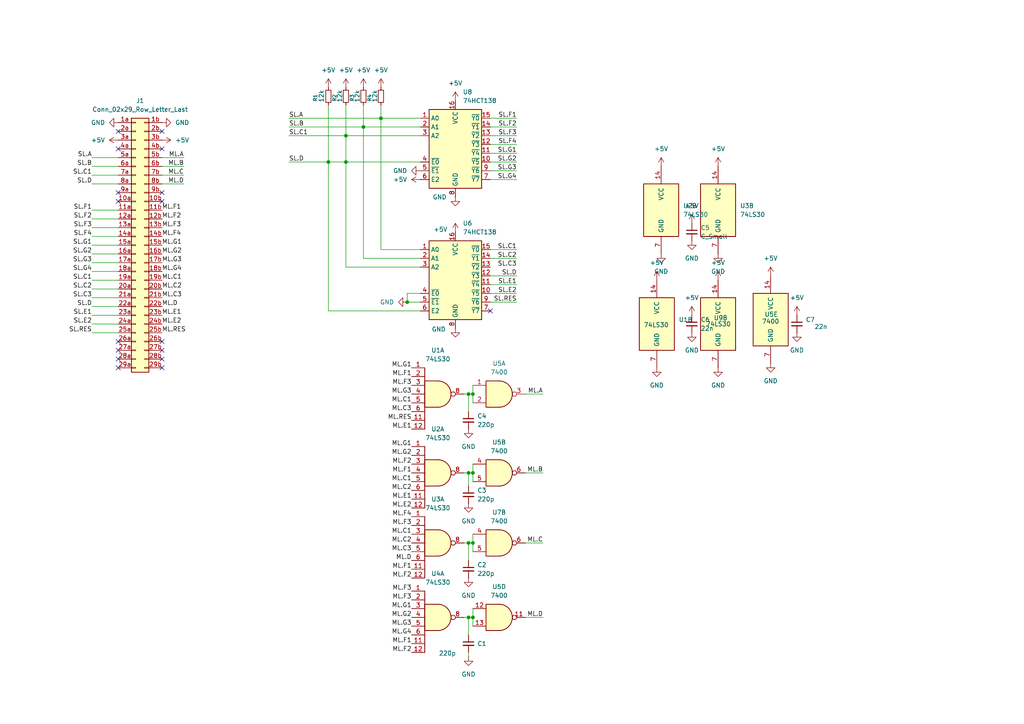
<source format=kicad_sch>
(kicad_sch
	(version 20250114)
	(generator "eeschema")
	(generator_version "9.0")
	(uuid "cff69435-d6e6-477b-a844-0ac41a1ba884")
	(paper "A4")
	
	(junction
		(at 137.16 137.16)
		(diameter 0)
		(color 0 0 0 0)
		(uuid "019a5541-ebad-4592-9c25-6e0c374d80e0")
	)
	(junction
		(at 100.33 39.37)
		(diameter 0)
		(color 0 0 0 0)
		(uuid "3dfba679-100b-48c5-8aa4-69d05cb1d951")
	)
	(junction
		(at 137.16 114.3)
		(diameter 0)
		(color 0 0 0 0)
		(uuid "4ba48ca7-e003-4bb3-be01-8693551a796a")
	)
	(junction
		(at 135.89 114.3)
		(diameter 0)
		(color 0 0 0 0)
		(uuid "5d541e32-0c37-47a8-8261-a28f9fa95285")
	)
	(junction
		(at 110.49 34.29)
		(diameter 0)
		(color 0 0 0 0)
		(uuid "69956989-ab48-4967-8216-a547d9ac6361")
	)
	(junction
		(at 137.16 179.07)
		(diameter 0)
		(color 0 0 0 0)
		(uuid "7caa9583-e3fd-4854-ae0b-865068e7f0ac")
	)
	(junction
		(at 105.41 36.83)
		(diameter 0)
		(color 0 0 0 0)
		(uuid "8b500ed6-2f0e-42c5-9cfd-d9ef6e92fa56")
	)
	(junction
		(at 100.33 46.99)
		(diameter 0)
		(color 0 0 0 0)
		(uuid "a2c816d4-298f-4876-badf-45a461b9d974")
	)
	(junction
		(at 118.11 87.63)
		(diameter 0)
		(color 0 0 0 0)
		(uuid "a4f42c00-9127-47b1-b21a-7d86e1009ab3")
	)
	(junction
		(at 135.89 157.48)
		(diameter 0)
		(color 0 0 0 0)
		(uuid "d9f8a0ec-7844-4f37-a436-7d7214c656ff")
	)
	(junction
		(at 135.89 137.16)
		(diameter 0)
		(color 0 0 0 0)
		(uuid "e5075f3b-600a-4b01-b031-f1ebc227e357")
	)
	(junction
		(at 95.25 46.99)
		(diameter 0)
		(color 0 0 0 0)
		(uuid "e8f68a20-7103-45a6-a97b-7e19e3545da2")
	)
	(junction
		(at 135.89 179.07)
		(diameter 0)
		(color 0 0 0 0)
		(uuid "f157ff82-29ee-4555-9421-75f43bea2a26")
	)
	(junction
		(at 137.16 157.48)
		(diameter 0)
		(color 0 0 0 0)
		(uuid "f62373e2-bb13-4b1e-b51f-d484ff321511")
	)
	(no_connect
		(at 46.99 58.42)
		(uuid "03f8fa2b-1a7f-4036-b7d5-244f617d268a")
	)
	(no_connect
		(at 46.99 104.14)
		(uuid "27e80bf1-3c64-4b94-828e-83b79a119217")
	)
	(no_connect
		(at 34.29 101.6)
		(uuid "2cc32daf-097c-419b-86f3-bfabe09bcd65")
	)
	(no_connect
		(at 46.99 99.06)
		(uuid "3e93771c-81cb-434f-9fbb-07d58e08f052")
	)
	(no_connect
		(at 142.24 90.17)
		(uuid "61a4e733-5725-45c6-9f6b-1a458e59a55e")
	)
	(no_connect
		(at 34.29 106.68)
		(uuid "99d8bfd0-cfe8-4ad7-bb7e-721f60fe8920")
	)
	(no_connect
		(at 34.29 58.42)
		(uuid "a83d89ec-067f-43f1-b841-455e7246a3d8")
	)
	(no_connect
		(at 34.29 55.88)
		(uuid "a90df01f-1985-4b06-b355-2c42f0b43dc1")
	)
	(no_connect
		(at 46.99 106.68)
		(uuid "ae37c5cb-c450-475f-9e06-73227837ecad")
	)
	(no_connect
		(at 34.29 38.1)
		(uuid "bbb98428-bb39-4c16-a62c-9b45ac559424")
	)
	(no_connect
		(at 34.29 99.06)
		(uuid "c17e3d3f-1ed3-4dcc-9249-ceba13501924")
	)
	(no_connect
		(at 46.99 55.88)
		(uuid "c56ea71e-b98f-419e-aa74-260a4652ab3f")
	)
	(no_connect
		(at 46.99 101.6)
		(uuid "c998bfa5-f359-46e2-af51-5cb2b283bf32")
	)
	(no_connect
		(at 34.29 43.18)
		(uuid "f3ea9111-8843-4cf8-966e-75fa574ce51c")
	)
	(no_connect
		(at 46.99 43.18)
		(uuid "f6b7fdeb-c500-44af-a2e7-2e396552b8ae")
	)
	(no_connect
		(at 46.99 38.1)
		(uuid "f779d2fe-5bcf-45da-8f43-b92cf6e67556")
	)
	(no_connect
		(at 34.29 104.14)
		(uuid "fd316d1c-0afe-43b7-ba67-104a9c5b7efd")
	)
	(wire
		(pts
			(xy 135.89 184.15) (xy 135.89 179.07)
		)
		(stroke
			(width 0)
			(type default)
		)
		(uuid "003dd491-574c-4efa-a0de-d2dc85291858")
	)
	(wire
		(pts
			(xy 157.48 137.16) (xy 152.4 137.16)
		)
		(stroke
			(width 0)
			(type default)
		)
		(uuid "02219226-83bf-41b4-a9b0-ea7b62ac7e9d")
	)
	(wire
		(pts
			(xy 105.41 36.83) (xy 105.41 74.93)
		)
		(stroke
			(width 0)
			(type default)
		)
		(uuid "04e02e95-b620-44ee-a27b-107f6ad64312")
	)
	(wire
		(pts
			(xy 53.34 53.34) (xy 46.99 53.34)
		)
		(stroke
			(width 0)
			(type default)
		)
		(uuid "09183ef6-403d-4f4b-9849-16b1ccbe26be")
	)
	(wire
		(pts
			(xy 26.67 53.34) (xy 34.29 53.34)
		)
		(stroke
			(width 0)
			(type default)
		)
		(uuid "10ea26fa-aaf3-41d6-a8b7-a942394179f5")
	)
	(wire
		(pts
			(xy 100.33 46.99) (xy 121.92 46.99)
		)
		(stroke
			(width 0)
			(type default)
		)
		(uuid "16b7951c-5b13-4c19-bb83-8e49ce17043e")
	)
	(wire
		(pts
			(xy 135.89 190.5) (xy 135.89 189.23)
		)
		(stroke
			(width 0)
			(type default)
		)
		(uuid "18481d1b-8d29-4fe2-8122-3c06d2694248")
	)
	(wire
		(pts
			(xy 110.49 34.29) (xy 121.92 34.29)
		)
		(stroke
			(width 0)
			(type default)
		)
		(uuid "1f5d5e8a-b8d9-47fb-95d9-5ea74b7bc20b")
	)
	(wire
		(pts
			(xy 105.41 30.48) (xy 105.41 36.83)
		)
		(stroke
			(width 0)
			(type default)
		)
		(uuid "1fd78e61-f085-4bce-adab-f590f4242101")
	)
	(wire
		(pts
			(xy 157.48 114.3) (xy 152.4 114.3)
		)
		(stroke
			(width 0)
			(type default)
		)
		(uuid "24aa7829-0842-4192-9261-ef2eb71c76c0")
	)
	(wire
		(pts
			(xy 137.16 134.62) (xy 137.16 137.16)
		)
		(stroke
			(width 0)
			(type default)
		)
		(uuid "264edec1-414b-4579-a646-6f11193c22ef")
	)
	(wire
		(pts
			(xy 135.89 114.3) (xy 137.16 114.3)
		)
		(stroke
			(width 0)
			(type default)
		)
		(uuid "2a0ece0d-cce8-4ce6-84dc-1957ebabf7f6")
	)
	(wire
		(pts
			(xy 26.67 68.58) (xy 34.29 68.58)
		)
		(stroke
			(width 0)
			(type default)
		)
		(uuid "2a3176f6-4800-485d-adaa-66cbf65f4cae")
	)
	(wire
		(pts
			(xy 105.41 36.83) (xy 121.92 36.83)
		)
		(stroke
			(width 0)
			(type default)
		)
		(uuid "2a76a317-e352-469c-be9a-bcb11b13e37b")
	)
	(wire
		(pts
			(xy 135.89 114.3) (xy 135.89 119.38)
		)
		(stroke
			(width 0)
			(type default)
		)
		(uuid "2c0b4a4e-78f4-4ddb-98e1-61a2ea2dc2e9")
	)
	(wire
		(pts
			(xy 149.86 72.39) (xy 142.24 72.39)
		)
		(stroke
			(width 0)
			(type default)
		)
		(uuid "361593eb-f1d3-4ee3-bbd5-c5a59f8587e6")
	)
	(wire
		(pts
			(xy 100.33 39.37) (xy 121.92 39.37)
		)
		(stroke
			(width 0)
			(type default)
		)
		(uuid "36478af0-7273-4a9b-961a-98b859d7706b")
	)
	(wire
		(pts
			(xy 135.89 157.48) (xy 137.16 157.48)
		)
		(stroke
			(width 0)
			(type default)
		)
		(uuid "36fb53e7-e350-4839-8b8f-f415ab624c94")
	)
	(wire
		(pts
			(xy 26.67 86.36) (xy 34.29 86.36)
		)
		(stroke
			(width 0)
			(type default)
		)
		(uuid "3834b779-a6f9-4f55-a102-b94a5e1dbecc")
	)
	(wire
		(pts
			(xy 53.34 50.8) (xy 46.99 50.8)
		)
		(stroke
			(width 0)
			(type default)
		)
		(uuid "394b2ac6-0fcd-4936-9062-beb4f8b7470f")
	)
	(wire
		(pts
			(xy 149.86 74.93) (xy 142.24 74.93)
		)
		(stroke
			(width 0)
			(type default)
		)
		(uuid "3b91c3d2-a9bc-4c79-b934-e374e18679dd")
	)
	(wire
		(pts
			(xy 26.67 66.04) (xy 34.29 66.04)
		)
		(stroke
			(width 0)
			(type default)
		)
		(uuid "3ef2759b-1f49-453d-9758-514c4db638f1")
	)
	(wire
		(pts
			(xy 26.67 48.26) (xy 34.29 48.26)
		)
		(stroke
			(width 0)
			(type default)
		)
		(uuid "3f0e5a27-e092-446e-95cd-03d01000f224")
	)
	(wire
		(pts
			(xy 26.67 91.44) (xy 34.29 91.44)
		)
		(stroke
			(width 0)
			(type default)
		)
		(uuid "43c81303-fe2f-4030-a045-39d52de47a17")
	)
	(wire
		(pts
			(xy 95.25 30.48) (xy 95.25 46.99)
		)
		(stroke
			(width 0)
			(type default)
		)
		(uuid "43d8f057-6846-4a51-89a4-cb97b5112c88")
	)
	(wire
		(pts
			(xy 100.33 30.48) (xy 100.33 39.37)
		)
		(stroke
			(width 0)
			(type default)
		)
		(uuid "44b2def5-327b-4f51-88ea-115fe2eace27")
	)
	(wire
		(pts
			(xy 26.67 71.12) (xy 34.29 71.12)
		)
		(stroke
			(width 0)
			(type default)
		)
		(uuid "49df36ee-9b33-4875-9712-35e78a4dd7be")
	)
	(wire
		(pts
			(xy 100.33 46.99) (xy 100.33 77.47)
		)
		(stroke
			(width 0)
			(type default)
		)
		(uuid "4b5ea881-dd4a-42b0-b237-8096daa3f20f")
	)
	(wire
		(pts
			(xy 134.62 157.48) (xy 135.89 157.48)
		)
		(stroke
			(width 0)
			(type default)
		)
		(uuid "5031d797-82b4-47ab-b159-e32bf0de1bc4")
	)
	(wire
		(pts
			(xy 83.82 36.83) (xy 105.41 36.83)
		)
		(stroke
			(width 0)
			(type default)
		)
		(uuid "504ec575-ed28-4d8b-a3be-7606f6b59d9d")
	)
	(wire
		(pts
			(xy 26.67 76.2) (xy 34.29 76.2)
		)
		(stroke
			(width 0)
			(type default)
		)
		(uuid "515553bc-f4c9-4169-8ece-4d1fff9791e8")
	)
	(wire
		(pts
			(xy 134.62 137.16) (xy 135.89 137.16)
		)
		(stroke
			(width 0)
			(type default)
		)
		(uuid "5852c262-93af-463d-811b-16601be402d3")
	)
	(wire
		(pts
			(xy 118.11 87.63) (xy 121.92 87.63)
		)
		(stroke
			(width 0)
			(type default)
		)
		(uuid "5941e32d-a942-44dc-a965-3b6118e77690")
	)
	(wire
		(pts
			(xy 149.86 34.29) (xy 142.24 34.29)
		)
		(stroke
			(width 0)
			(type default)
		)
		(uuid "5a5f665e-5eff-408e-9abb-c350caaa460c")
	)
	(wire
		(pts
			(xy 137.16 157.48) (xy 137.16 160.02)
		)
		(stroke
			(width 0)
			(type default)
		)
		(uuid "5aeeb8d2-a4ac-45c7-908b-c718a33f720a")
	)
	(wire
		(pts
			(xy 26.67 81.28) (xy 34.29 81.28)
		)
		(stroke
			(width 0)
			(type default)
		)
		(uuid "5b57e34f-0b2d-4f89-a7a1-be358c722186")
	)
	(wire
		(pts
			(xy 149.86 44.45) (xy 142.24 44.45)
		)
		(stroke
			(width 0)
			(type default)
		)
		(uuid "60d82738-aae9-41fd-a1f1-cc3a6f3d713e")
	)
	(wire
		(pts
			(xy 53.34 48.26) (xy 46.99 48.26)
		)
		(stroke
			(width 0)
			(type default)
		)
		(uuid "673a1194-c470-4d3c-bb95-490c148068d4")
	)
	(wire
		(pts
			(xy 149.86 41.91) (xy 142.24 41.91)
		)
		(stroke
			(width 0)
			(type default)
		)
		(uuid "6804426e-04b0-481f-8fd6-a452f2a8a102")
	)
	(wire
		(pts
			(xy 137.16 179.07) (xy 135.89 179.07)
		)
		(stroke
			(width 0)
			(type default)
		)
		(uuid "7d2e245e-6385-4814-82ea-528373d8d9fd")
	)
	(wire
		(pts
			(xy 26.67 73.66) (xy 34.29 73.66)
		)
		(stroke
			(width 0)
			(type default)
		)
		(uuid "83e588b8-0db1-4b33-b6d7-ff219d695f71")
	)
	(wire
		(pts
			(xy 26.67 78.74) (xy 34.29 78.74)
		)
		(stroke
			(width 0)
			(type default)
		)
		(uuid "87233723-a69f-4e11-91f5-0c47c411500b")
	)
	(wire
		(pts
			(xy 110.49 72.39) (xy 121.92 72.39)
		)
		(stroke
			(width 0)
			(type default)
		)
		(uuid "8780f9e9-7ec6-44de-a63d-7854878503f0")
	)
	(wire
		(pts
			(xy 137.16 114.3) (xy 137.16 116.84)
		)
		(stroke
			(width 0)
			(type default)
		)
		(uuid "895dbb44-6193-4e67-bdb8-0ae5576039a3")
	)
	(wire
		(pts
			(xy 110.49 30.48) (xy 110.49 34.29)
		)
		(stroke
			(width 0)
			(type default)
		)
		(uuid "8afb4449-c45a-49eb-a552-00b002b203f2")
	)
	(wire
		(pts
			(xy 149.86 82.55) (xy 142.24 82.55)
		)
		(stroke
			(width 0)
			(type default)
		)
		(uuid "8b7ad404-3354-4721-9128-07665ce7142d")
	)
	(wire
		(pts
			(xy 26.67 88.9) (xy 34.29 88.9)
		)
		(stroke
			(width 0)
			(type default)
		)
		(uuid "8de87a51-52df-48ec-b5f0-df13a9ea144c")
	)
	(wire
		(pts
			(xy 26.67 83.82) (xy 34.29 83.82)
		)
		(stroke
			(width 0)
			(type default)
		)
		(uuid "8ec8e3d0-e28c-49d6-9596-f40a969919f6")
	)
	(wire
		(pts
			(xy 137.16 111.76) (xy 137.16 114.3)
		)
		(stroke
			(width 0)
			(type default)
		)
		(uuid "8f51e746-9f56-496f-90a9-09e1f50d75d6")
	)
	(wire
		(pts
			(xy 83.82 39.37) (xy 100.33 39.37)
		)
		(stroke
			(width 0)
			(type default)
		)
		(uuid "96bc2328-4dd9-4fb9-9167-042b958402f7")
	)
	(wire
		(pts
			(xy 135.89 137.16) (xy 135.89 140.97)
		)
		(stroke
			(width 0)
			(type default)
		)
		(uuid "9cbce42a-bbef-430f-b4f5-09eb7d625e7b")
	)
	(wire
		(pts
			(xy 100.33 46.99) (xy 100.33 39.37)
		)
		(stroke
			(width 0)
			(type default)
		)
		(uuid "9e1fd9f8-ed79-49dd-ade9-1f796ed70de1")
	)
	(wire
		(pts
			(xy 135.89 157.48) (xy 135.89 162.56)
		)
		(stroke
			(width 0)
			(type default)
		)
		(uuid "a16a9a70-9892-4871-9666-a964861fc09d")
	)
	(wire
		(pts
			(xy 137.16 154.94) (xy 137.16 157.48)
		)
		(stroke
			(width 0)
			(type default)
		)
		(uuid "a5fc49d0-5201-454f-b093-9adccd8dd01c")
	)
	(wire
		(pts
			(xy 134.62 114.3) (xy 135.89 114.3)
		)
		(stroke
			(width 0)
			(type default)
		)
		(uuid "acea48df-a805-4000-b98e-def114a3d370")
	)
	(wire
		(pts
			(xy 100.33 77.47) (xy 121.92 77.47)
		)
		(stroke
			(width 0)
			(type default)
		)
		(uuid "b0fff4ec-d777-4ad9-aa28-b26f616eef7c")
	)
	(wire
		(pts
			(xy 137.16 176.53) (xy 137.16 179.07)
		)
		(stroke
			(width 0)
			(type default)
		)
		(uuid "b584dfb4-6d6e-4176-a679-26a0fdb16987")
	)
	(wire
		(pts
			(xy 137.16 137.16) (xy 137.16 139.7)
		)
		(stroke
			(width 0)
			(type default)
		)
		(uuid "b6ae4387-aa96-49e4-903b-0916269d516d")
	)
	(wire
		(pts
			(xy 83.82 34.29) (xy 110.49 34.29)
		)
		(stroke
			(width 0)
			(type default)
		)
		(uuid "c4479540-f09b-43a8-96be-7bc5f4457eb8")
	)
	(wire
		(pts
			(xy 137.16 179.07) (xy 137.16 181.61)
		)
		(stroke
			(width 0)
			(type default)
		)
		(uuid "c5b19ac7-fb35-44b9-a06c-47e04ce1bb99")
	)
	(wire
		(pts
			(xy 149.86 39.37) (xy 142.24 39.37)
		)
		(stroke
			(width 0)
			(type default)
		)
		(uuid "c60ba69e-a1b8-4e69-b4fc-fbce05c27e0c")
	)
	(wire
		(pts
			(xy 26.67 45.72) (xy 34.29 45.72)
		)
		(stroke
			(width 0)
			(type default)
		)
		(uuid "c6d3e030-5ee5-4f41-85bb-bf546ae86a50")
	)
	(wire
		(pts
			(xy 26.67 63.5) (xy 34.29 63.5)
		)
		(stroke
			(width 0)
			(type default)
		)
		(uuid "ca247c2d-1303-481a-9f5d-d908053ac703")
	)
	(wire
		(pts
			(xy 157.48 179.07) (xy 152.4 179.07)
		)
		(stroke
			(width 0)
			(type default)
		)
		(uuid "cae77dca-32eb-4a58-a7d4-38b95575ecbe")
	)
	(wire
		(pts
			(xy 26.67 93.98) (xy 34.29 93.98)
		)
		(stroke
			(width 0)
			(type default)
		)
		(uuid "ceaf0919-a239-4131-8ff6-d4c9f761fe85")
	)
	(wire
		(pts
			(xy 149.86 46.99) (xy 142.24 46.99)
		)
		(stroke
			(width 0)
			(type default)
		)
		(uuid "d36cd6f7-9c32-445f-a081-33f1f78a1b00")
	)
	(wire
		(pts
			(xy 26.67 50.8) (xy 34.29 50.8)
		)
		(stroke
			(width 0)
			(type default)
		)
		(uuid "d94515f8-fa5e-49ce-b171-ead8f46cd413")
	)
	(wire
		(pts
			(xy 118.11 85.09) (xy 118.11 87.63)
		)
		(stroke
			(width 0)
			(type default)
		)
		(uuid "da612195-bcf8-46d6-9ab7-b3e2d92e5f75")
	)
	(wire
		(pts
			(xy 53.34 45.72) (xy 46.99 45.72)
		)
		(stroke
			(width 0)
			(type default)
		)
		(uuid "dbd13e2f-e1c2-419a-9c17-1ec6019b486c")
	)
	(wire
		(pts
			(xy 121.92 74.93) (xy 105.41 74.93)
		)
		(stroke
			(width 0)
			(type default)
		)
		(uuid "df993e0e-1701-4cb2-a054-f2ca007d8cda")
	)
	(wire
		(pts
			(xy 149.86 52.07) (xy 142.24 52.07)
		)
		(stroke
			(width 0)
			(type default)
		)
		(uuid "e52929ae-3492-4eb0-b136-363258ad6429")
	)
	(wire
		(pts
			(xy 26.67 60.96) (xy 34.29 60.96)
		)
		(stroke
			(width 0)
			(type default)
		)
		(uuid "e5ff825b-78a2-49b6-9267-9fd800f6099d")
	)
	(wire
		(pts
			(xy 135.89 179.07) (xy 134.62 179.07)
		)
		(stroke
			(width 0)
			(type default)
		)
		(uuid "e6e0fe45-0f62-4da2-8841-0707266999f7")
	)
	(wire
		(pts
			(xy 149.86 87.63) (xy 142.24 87.63)
		)
		(stroke
			(width 0)
			(type default)
		)
		(uuid "e7a8dc70-79e5-41c4-a8ea-08431a1a14ff")
	)
	(wire
		(pts
			(xy 95.25 46.99) (xy 95.25 90.17)
		)
		(stroke
			(width 0)
			(type default)
		)
		(uuid "e9216c31-605c-4d84-8ba5-1ba8f3944ed3")
	)
	(wire
		(pts
			(xy 149.86 49.53) (xy 142.24 49.53)
		)
		(stroke
			(width 0)
			(type default)
		)
		(uuid "ec8d5f78-33fb-4602-a91b-222c836b1912")
	)
	(wire
		(pts
			(xy 135.89 137.16) (xy 137.16 137.16)
		)
		(stroke
			(width 0)
			(type default)
		)
		(uuid "ef720f60-eeb1-46ef-9e97-e5791e76bff9")
	)
	(wire
		(pts
			(xy 149.86 85.09) (xy 142.24 85.09)
		)
		(stroke
			(width 0)
			(type default)
		)
		(uuid "f354b194-4fb3-4917-89a8-a3a5664f9d87")
	)
	(wire
		(pts
			(xy 26.67 96.52) (xy 34.29 96.52)
		)
		(stroke
			(width 0)
			(type default)
		)
		(uuid "f429cab6-3292-431e-8eae-04e1940276f5")
	)
	(wire
		(pts
			(xy 149.86 36.83) (xy 142.24 36.83)
		)
		(stroke
			(width 0)
			(type default)
		)
		(uuid "f50c10e4-c2c3-4473-9415-ebde4c9d5311")
	)
	(wire
		(pts
			(xy 157.48 157.48) (xy 152.4 157.48)
		)
		(stroke
			(width 0)
			(type default)
		)
		(uuid "f8650451-d327-43ac-820b-ace6c9ee8c9b")
	)
	(wire
		(pts
			(xy 110.49 34.29) (xy 110.49 72.39)
		)
		(stroke
			(width 0)
			(type default)
		)
		(uuid "f99d3aa8-b3d5-4fc8-b76d-12bc22eae8f3")
	)
	(wire
		(pts
			(xy 95.25 46.99) (xy 100.33 46.99)
		)
		(stroke
			(width 0)
			(type default)
		)
		(uuid "fb65276e-68fb-4c6d-9033-6fd9be0ea616")
	)
	(wire
		(pts
			(xy 149.86 80.01) (xy 142.24 80.01)
		)
		(stroke
			(width 0)
			(type default)
		)
		(uuid "fb9121c7-6d72-4cde-9681-d3327d33fa0f")
	)
	(wire
		(pts
			(xy 83.82 46.99) (xy 95.25 46.99)
		)
		(stroke
			(width 0)
			(type default)
		)
		(uuid "fcb8d013-399d-43c5-9664-9b26b73b69ce")
	)
	(wire
		(pts
			(xy 121.92 90.17) (xy 95.25 90.17)
		)
		(stroke
			(width 0)
			(type default)
		)
		(uuid "fda4033d-80bc-4e28-aa2b-afeb804ee37c")
	)
	(wire
		(pts
			(xy 118.11 85.09) (xy 121.92 85.09)
		)
		(stroke
			(width 0)
			(type default)
		)
		(uuid "fe36d2f3-7465-44c1-97f2-62dedd8076ae")
	)
	(image
		(at -76.2 246.38)
		(scale 1.4)
		(uuid "9aec387c-bbfd-46f7-b6f6-b0dbd3771f43")
		(data "iVBORw0KGgoAAAANSUhEUgAAB5wAAAV0CAQAAAChpakNAAAA8XpUWHRSYXcgcHJvZmlsZSB0eXBl"
			"IGV4aWYAAHjajVHRDQMhCP13io6AgCLjeN416QYdv6jY6zVp0peI8ETAZziej3u4dWDBwElK1pzB"
			"wMqK1ZwCE9uwEXjYAW0gzl74IAxpeGgU2U5+Ab3YYbz50WP1JnHlr0LLidW8dB7U6vx25TcviOW7"
			"kE9AcXaG3S94IUKfiGfcfKKsRS5P2xtcUc7FJJhTjsJmGUEkq/kFgcX03Pug94Y6CqUp6JtY8UpF"
			"mwkPigRmiXhOSX0lqrbLsBx6oqVVYkurdpiG8GBfif1/onojf2oX81ObU6Mf+OdZ4QW8lncB7Ei7"
			"ggAAASJpQ0NQSUNDIHByb2ZpbGUAAHicnZCxSsNQFIa/1GJFdKo4iEMGN+loJwerQhAsxFjB6pTe"
			"tFhMYkhSim/gm+jDdBAE38FVwdn/RgcHs3jh8H8czvn/ey803NgkRfMAkrTMvaA3vBxeua03WjRp"
			"s0szNEXW8/1Tas/nK47Vl471qp/78yxH48JIF6rUZHkJzr64Oy8zyyo2bgfBkfhB7EZJGomfxDtR"
			"Elm2u0ESz8yPp73N2ji9OLd91TYeJ/TxcRkxY0pMSUeaqnNMlz2pR07IPQVGGjNWb66ZkhtRISeP"
			"Q9FApNvU5G1Veb5SRvKYyssm3JHI0+Zh//d77eOs2nQ2F1mYh1VrSdWYTOD9EdaH0H6G1euarJXf"
			"b6uZ6VYz/3zjF+xjUGas49nkAAANeGlUWHRYTUw6Y29tLmFkb2JlLnhtcAAAAAAAPD94cGFja2V0"
			"IGJlZ2luPSLvu78iIGlkPSJXNU0wTXBDZWhpSHpyZVN6TlRjemtjOWQiPz4KPHg6eG1wbWV0YSB4"
			"bWxuczp4PSJhZG9iZTpuczptZXRhLyIgeDp4bXB0az0iWE1QIENvcmUgNC40LjAtRXhpdjIiPgog"
			"PHJkZjpSREYgeG1sbnM6cmRmPSJodHRwOi8vd3d3LnczLm9yZy8xOTk5LzAyLzIyLXJkZi1zeW50"
			"YXgtbnMjIj4KICA8cmRmOkRlc2NyaXB0aW9uIHJkZjphYm91dD0iIgogICAgeG1sbnM6eG1wTU09"
			"Imh0dHA6Ly9ucy5hZG9iZS5jb20veGFwLzEuMC9tbS8iCiAgICB4bWxuczpzdEV2dD0iaHR0cDov"
			"L25zLmFkb2JlLmNvbS94YXAvMS4wL3NUeXBlL1Jlc291cmNlRXZlbnQjIgogICAgeG1sbnM6ZGM9"
			"Imh0dHA6Ly9wdXJsLm9yZy9kYy9lbGVtZW50cy8xLjEvIgogICAgeG1sbnM6R0lNUD0iaHR0cDov"
			"L3d3dy5naW1wLm9yZy94bXAvIgogICAgeG1sbnM6dGlmZj0iaHR0cDovL25zLmFkb2JlLmNvbS90"
			"aWZmLzEuMC8iCiAgICB4bWxuczp4bXA9Imh0dHA6Ly9ucy5hZG9iZS5jb20veGFwLzEuMC8iCiAg"
			"IHhtcE1NOkRvY3VtZW50SUQ9ImdpbXA6ZG9jaWQ6Z2ltcDpjZWQ0ZWVjZi03NTljLTRiOGUtYmUz"
			"Mi1iMzgyMDVkZGM2NjAiCiAgIHhtcE1NOkluc3RhbmNlSUQ9InhtcC5paWQ6MmNmMGUxNTctM2Fh"
			"My00Y2FjLTk1OWUtZTczMDI1NGMwMGUxIgogICB4bXBNTTpPcmlnaW5hbERvY3VtZW50SUQ9Inht"
			"cC5kaWQ6MjY2NWM1YzAtNGRlMC00NjkyLWI3YjMtOWMxY2ZmOWVhNzQyIgogICBkYzpGb3JtYXQ9"
			"ImltYWdlL3BuZyIKICAgR0lNUDpBUEk9IjIuMCIKICAgR0lNUDpQbGF0Zm9ybT0iTGludXgiCiAg"
			"IEdJTVA6VGltZVN0YW1wPSIxNzUxNjU4MjM4Nzg2NjI3IgogICBHSU1QOlZlcnNpb249IjIuMTAu"
			"MzQiCiAgIHRpZmY6T3JpZW50YXRpb249IjEiCiAgIHhtcDpDcmVhdG9yVG9vbD0iR0lNUCAyLjEw"
			"IgogICB4bXA6TWV0YWRhdGFEYXRlPSIyMDI1OjA3OjA0VDIxOjQzOjU1KzAyOjAwIgogICB4bXA6"
			"TW9kaWZ5RGF0ZT0iMjAyNTowNzowNFQyMTo0Mzo1NSswMjowMCI+CiAgIDx4bXBNTTpIaXN0b3J5"
			"PgogICAgPHJkZjpTZXE+CiAgICAgPHJkZjpsaQogICAgICBzdEV2dDphY3Rpb249InNhdmVkIgog"
			"ICAgICBzdEV2dDpjaGFuZ2VkPSIvIgogICAgICBzdEV2dDppbnN0YW5jZUlEPSJ4bXAuaWlkOjI1"
			"NWYyOWVmLWNkMTktNGViMC1hZGE4LTc2ZjgwYTJmNjZiZCIKICAgICAgc3RFdnQ6c29mdHdhcmVB"
			"Z2VudD0iR2ltcCAyLjEwIChMaW51eCkiCiAgICAgIHN0RXZ0OndoZW49IjIwMjUtMDctMDRUMjE6"
			"NDM6NTgrMDI6MDAiLz4KICAgIDwvcmRmOlNlcT4KICAgPC94bXBNTTpIaXN0b3J5PgogIDwvcmRm"
			"OkRlc2NyaXB0aW9uPgogPC9yZGY6UkRGPgo8L3g6eG1wbWV0YT4KICAgICAgICAgICAgICAgICAg"
			"ICAgICAgICAgICAgICAgICAgICAgICAgICAgICAgICAgICAgICAgICAgICAgICAgICAgICAgICAg"
			"ICAgICAgICAgICAgICAgICAgICAgICAgIAogICAgICAgICAgICAgICAgICAgICAgICAgICAgICAg"
			"ICAgICAgICAgICAgICAgICAgICAgICAgICAgICAgICAgICAgICAgICAgICAgICAgICAgICAgICAg"
			"ICAgICAgICAgICAgCiAgICAgICAgICAgICAgICAgICAgICAgICAgICAgICAgICAgICAgICAgICAg"
			"ICAgICAgICAgICAgICAgICAgICAgICAgICAgICAgICAgICAgICAgICAgICAgICAgICAgICAgICAK"
			"ICAgICAgICAgICAgICAgICAgICAgICAgICAgICAgICAgICAgICAgICAgICAgICAgICAgICAgICAg"
			"ICAgICAgICAgICAgICAgICAgICAgICAgICAgICAgICAgICAgICAgICAgIAogICAgICAgICAgICAg"
			"ICAgICAgICAgICAgICAgICAgICAgICAgICAgICAgICAgICAgICAgICAgICAgICAgICAgICAgICAg"
			"ICAgICAgICAgICAgICAgICAgICAgICAgICAgICAgCiAgICAgICAgICAgICAgICAgICAgICAgICAg"
			"ICAgICAgICAgICAgICAgICAgICAgICAgICAgICAgICAgICAgICAgICAgICAgICAgICAgICAgICAg"
			"ICAgICAgICAgICAgICAgICAKICAgICAgICAgICAgICAgICAgICAgICAgICAgICAgICAgICAgICAg"
			"ICAgICAgICAgICAgICAgICAgICAgICAgICAgICAgICAgICAgICAgICAgICAgICAgICAgICAgICAg"
			"ICAgIAogICAgICAgICAgICAgICAgICAgICAgICAgICAgICAgICAgICAgICAgICAgICAgICAgICAg"
			"ICAgICAgICAgICAgICAgICAgICAgICAgICAgICAgICAgICAgICAgICAgICAgICAgCiAgICAgICAg"
			"ICAgICAgICAgICAgICAgICAgICAgICAgICAgICAgICAgICAgICAgICAgICAgICAgICAgICAgICAg"
			"ICAgICAgICAgICAgICAgICAgICAgICAgICAgICAgICAgICAKICAgICAgICAgICAgICAgICAgICAg"
			"ICAgICAgICAgICAgICAgICAgICAgICAgICAgICAgICAgICAgICAgICAgICAgICAgICAgICAgICAg"
			"ICAgICAgICAgICAgICAgICAgICAgIAogICAgICAgICAgICAgICAgICAgICAgICAgICAgICAgICAg"
			"ICAgICAgICAgICAgICAgICAgICAgICAgICAgICAgICAgICAgICAgICAgICAgICAgICAgICAgICAg"
			"ICAgICAgICAgCiAgICAgICAgICAgICAgICAgICAgICAgICAgICAgICAgICAgICAgICAgICAgICAg"
			"ICAgICAgICAgICAgICAgICAgICAgICAgICAgICAgICAgICAgICAgICAgICAgICAgICAgICAKICAg"
			"ICAgICAgICAgICAgICAgICAgICAgICAgICAgICAgICAgICAgICAgICAgICAgICAgICAgICAgICAg"
			"ICAgICAgICAgICAgICAgICAgICAgICAgICAgICAgICAgICAgICAgIAogICAgICAgICAgICAgICAg"
			"ICAgICAgICAgICAgICAgICAgICAgICAgICAgICAgICAgICAgICAgICAgICAgICAgICAgICAgICAg"
			"ICAgICAgICAgICAgICAgICAgICAgICAgICAgCiAgICAgICAgICAgICAgICAgICAgICAgICAgICAg"
			"ICAgICAgICAgICAgICAgICAgICAgICAgICAgICAgICAgICAgICAgICAgICAgICAgICAgICAgICAg"
			"ICAgICAgICAgICAgICAKICAgICAgICAgICAgICAgICAgICAgICAgICAgICAgICAgICAgICAgICAg"
			"ICAgICAgICAgICAgICAgICAgICAgICAgICAgICAgICAgICAgICAgICAgICAgICAgICAgICAgICAg"
			"IAogICAgICAgICAgICAgICAgICAgICAgICAgICAgICAgICAgICAgICAgICAgICAgICAgICAgICAg"
			"ICAgICAgICAgICAgICAgICAgICAgICAgICAgICAgICAgICAgICAgICAgICAgCiAgICAgICAgICAg"
			"ICAgICAgICAgICAgICAgICAgICAgICAgICAgICAgICAgICAgICAgICAgICAgICAgICAgICAgICAg"
			"ICAgICAgICAgICAgICAgICAgICAgICAgICAgICAgICAKICAgICAgICAgICAgICAgICAgICAgICAg"
			"ICAgICAgICAgICAgICAgICAgICAgICAgICAgICAgICAgICAgICAgICAgICAgICAgICAgICAgICAg"
			"ICAgICAgICAgICAgICAgICAgIAogICAgICAgICAgICAgICAgICAgICAgICAgICAgICAgICAgICAg"
			"ICAgICAgICAgICAgICAgICAgICAgICAgICAgICAgICAgICAgICAgICAgICAgICAgICAgICAgICAg"
			"ICAgICAgCiAgICAgICAgICAgICAgICAgICAgICAgICAgIAo8P3hwYWNrZXQgZW5kPSJ3Ij8+0Uyx"
			"YQAAAAJiS0dEAP+Hj8y/AAAACXBIWXMAAC4jAAAuIwF4pT92AAAAB3RJTUUH6QcEEys4gM/zcwAA"
			"ABl0RVh0Q29tbWVudABDcmVhdGVkIHdpdGggR0lNUFeBDhcAACAASURBVHja7L3JjixJlqb3ieho"
			"g7vfOSIqMzu7qqtQjeaCDXDqDcFH4IYECXQ9AZ+iwQfgU3BJgE9AECDABbkgwGaTzGJXZ1Z1ZWfG"
			"cAcfbNBRhAs9KiaqNqmZm9/rEaESuJn3upvpIOP5//Ofc2BsYxvb2MY2trGNbWxjG9vYxja2sY1t"
			"bGMb29jGNraxjW1sYxvb2MY2trGNbWxjG9vYxja2sY1tbGMb29jGNraxjW1sYxvb2MY2trGNbWxj"
			"G9vYxja2sY1tbGMb29jGNraxjW1sYxvb2MY2trGNbWxjG9vYxja2sY1tbGMb29jGNraxjW1sYxvb"
			"2MY2trGNbWxjG9vYxja2sY1tbGMb29jGNraxjW1sYxvb2MY2trGNbWxjG9vYxja2sY1tbGMb29jG"
			"NraxjW1sYxvb2MY2trFtmrrkxewVYLHuf4/drf/v2vvZOU9mj1zfHPm9HXgXK5/VRz5pjryNOvF9"
			"jjV98Dr26PX1gOfz36h5v80f0/u97d096P2+PvKcduf1VO/fmxZ4V7AD+ld717A75sex8drfX3bn"
			"/e2OmdR+UqEGj7f1+sC/tr7wfLJ7+8t6b6zk+aHqzXcr76X2rD974r/1ib/v93PQG291dIWct5u2"
			"91M71szj79K/3/aIDN0/d/ef2nkPO/DJ/ftrby3uv786+Hyb9bFrvdO5gz3ynrrzr+1PB1tX8ncS"
			"tXP9dtfB7v5X3rptP6XRBGg0Sv6lAU3Q/FT9q9E4GdvYxja2sY3tubXwSa9+qol4zOizF76fPfH7"
			"6oiJthuaqgEm4mXez574vJz5/v51lfeHHb9nCygfHmV79GnsTiOanpF+CnA4F8qY3pWC3pOYAU9w"
			"ynyyzkC3W4b8LuCvL7xe7ZHR2oBFK8QKHmx+PE13jPgasruoHWvRXmy/UyfNuIvSlhfaj9VWf+GN"
			"6mXvp45AaNWjzuxZ17c7x9oO2A9sb5873FfDiS/VWRVjG9vYxja2sY1tBM5nGIZ9SHVpIHm551Un"
			"XN0OAInDgfCp72tPeF/1yPGzR97cdgxZu8NjazvemX0we9/8MEee+ZhHyp78/l3YazpPZk8cbzvA"
			"Q73pVTUA+JsnWdV2L11hD/aO3dptHju/1cDfd2Gf4lJQ2e4Eej482vW5x9I1n6epve91Tv+og/21"
			"zyt9jHQ5dv3t8b503//XrMl44AMLDJYCQ02NxWAcLWZ27lDq0Ay205NOiF2kkBqwAxyj2oatuM1P"
			"U0pKj/K4xAnme/PV1j54aP48nqq+hCZMHVwB/fFQWyNqZWQ0ymm07MDx02fPeLvz78c0Pqb3vmbP"
			"+6lB/W13nvo4ndYuzVdARcicimwHcWw4rEdTJ86DfRo0tbU+ujN1o4FpdifTIcW731K9vWK/ovN0"
			"zeVxi0GLbsjs7TO7cyfYvYKrI+vh2GzU7HONqAMWyHELt/3/oPf72tt3lDd/fDvM15kF7id25xgp"
			"rye1aDQPrVDj7uFrEu3WzGqfou69ZeA9ofXeT3Xwn9ox33xl1OY07mvqJkCBQbPkP+RfcNM+nfr1"
			"CJwvB5zNwG/ZPebaqR6Hp27Dnk/t3agvDfxPvY66wP2sd8jZA7TBYTHjsQN6GNA9BqyPXed0abzq"
			"eads54AcIp0+zfNptwDHKc+tnmge9edB+2+NL/VVj57P+qK70elA9vh8Uo+at48lzi6/v21m2vl7"
			"gxqw19u9vaeOEo/qSM/bwbvLYUWFOgLt2eope9Kudt6J43vVu2vQftZ5shvo2gu8r79zqD1n66lU"
			"Gp9xBdqTLICuYst4e6ftnTZDLZJTdh21Z8baC73v5rdq0NOcOn9qLDWKipqKYE+P2zPfaTeQ2wW0"
			"9sEzs2OslRew5YPiNrDDbJ2AFgaGzpxqMe+bP3ag08EeIYI2bz1sDNTOO7RX8PcFe/b7HVrXprPL"
			"q63d3Xdi7Pr3Lg2V7Tz/4RXWnQnbGsM+sWJ7s7XufNP2TmS19W+2gLPyrNw+cEbIqQIw/Ib/jtvB"
			"IV0jcL74sh0uzXs6j/KQt1IDr6/OPgbUhfv7sdfbRwPYDj/WPfzVDpB4DNjaR4yM3dpGhoPnUz3u"
			"/UPYnvgO55t5as8Mu+z6GBJzvNtsVTt+Yh8t9VUnPi8c81SeZhiqgZ+yB/0q9mLjZfeYGI/d3RTd"
			"+OIuKXTpE2J//LTd8rTselb/GQ+bdacLztUJoR9267/TYbN91HidDzjONaz39dqhYJpTVpTa8017"
			"9uq87A44LCuD5XyN2uFePPa85sQTbh/pc5qmafO+9kRSbYhuwB5YU61nTmM7tPZuKmH4eKs9mSQO"
			"ad529bXp/dQ44LwbGhrvja2z188HJ6efMMaz5NTOYCl7sP+6YT7nBI/ZA2fFqetRHVlJ+4D/rnNo"
			"11zo03l6Z391NYOHg4cOBTaqvUSl6lEz7d/NHqC874obTYSlG7zV/KTEkGCAiG/5H4Q4GoHzI9vj"
			"YhIfb8g+zQCqRwOdz9/UWZ+yJ29yu69nt7jDIYJq++hY96cgDo6bDWrv73eZVYfE3c8tDtIemf++"
			"eLIb42yfpL9PT4ZmB5vh5wD5vjxVHTFbeZbju/0+j2eR7VGzSB0xHE7PeLDbC3LIh7ydYM16Hm+1"
			"09/b9Td0vTP2jDm2Gz4d78fd61I98Qzpx5EbDwRc4vQNejHmu30lG0Pv0hbHJTRZpwDFvkat+37b"
			"8s9hFtBwelDtJXtOzcpwnnT++LWO+yh9b5k5cc85rOjougaGUFm2R2bZDrHfBc59KGV7cN12iJDL"
			"AOdh6XOH9Nfh8d4HOu1J89F23l/t2MtPda2ZPUqCXbaoHfDWp2RJUoP6Ydvf3g/xOUSInULs7ILP"
			"ONXDtlVjsWhKFBoDGPJO+tUROD8xXPMNYbWXy7oEv/RYw/1Uj5fd+yanbFvnP1//sDuVaNgdo3H4"
			"0Np/L7sFrE4BvaeaNYbTPLpqQEzy/v7dZBXnBM+c2crDPWw+7fdY2kfN72Hr1/bMVAVnHluP3WLN"
			"Ce9gdxzDl/T4ntardu+xdvr6vxw42h/6cP6b7gKku816dTBG2Q4w84/196n+32PJv1Rv7fX9zKdL"
			"a/u9cmqKQ/XEK/CwtFhRU/fAwOPub3teuCHU3dOv4Mtd/xSL5ilEkMciZdVZO9KpwH7Y9+0AYFBh"
			"qEGk2novbLaDdzW7BaT9ObiPyrUHKAj/E7UHl1WngsFm//ABTL2T/tv80Z1/X2L+bcTFeke602Pz"
			"Qe+0G+zJ68N29oPhUu3jiMAOfH6749y2O2Pc/dPODJjPwxQh2yO+C1/0tZ72ICJQAyiLbeDc1XeF"
			"VFgsOSEJ+SA7dATOR1pwxDDcN03VhYDweUDovK189/WeqhDNqUDyMh7n7Yy79sjv+2bgYWJkGGy2"
			"B7cZy3akx+F3tmfPrjYapIWOdU82cyzVTt0BBvYk6bE6E0g+dn2oveSE6kSq2q3eeXwyPH3ierWd"
			"dHP7DuzLrcr+/fZDOPVFjpah49uPnrqESNtyulDODtap2INmvh1osNmt9z0su1cdwGy2/Evbu9rw"
			"HUkNkiPbA2vr82kcNv1rvCRCl7h/vWfFqgGjfwkLou59Q594vVPPfbX3m8NMXnVwdE4JLrNbBvRw"
			"C2G/quNYHv1D11MHnnLzs41Yu/WEXZIu6Ssc7EnjwM6MBIeoRR+87E72141ytT1y4HKuJOtA/qGV"
			"d5gafXxAUd8ff5m9ZphraZd6Q/XCA3fnehhODajBdqrdsih2n+LbCgs/h9T+Wdy+rYYOIaw6FMaa"
			"mWQTaPILXAan/eyAs8JgJQ9bTY3CEmAoCQmpJerEYABNSCW5IjfHVCKsdYUmoZblYYiJMCzl9xpD"
			"hSV2dzVoQmpqajQxIYYcQ4JiTYLmgYAUjaKkwBISU1Jh0ASSPa7whHdNHdKAmoyamFDeriAhxgAZ"
			"kBBSkgMxESWWEogBS0BBQUhMRU1IIFkxA/lUJBEkGt0RYalebkWFpUYTiCDComWiJmRYIgwFipRA"
			"hBOV1KyNqKi8wySXeqHK5XFsnqn1ESjpvxAtuWE1keNFC+bkgMagidEsXQ1SJaZjNwfjlIKcmJqa"
			"RO7T9LahpCamluQCmgkxlpwSRYClxkivWVfcqTkMocYQEFF7vbSprR3KO7XUTTMTtUBb49IdWHJS"
			"QiyGiprIG3klQpSQmpJAJIMKRY0lxFL1iKEmzqM9XAIsGRBisARYDGFP1Gnkk5qaAEvhjY71opys"
			"V+nVeE+IjHPTM+1caljhwP1tI7e1JJ5p21xN9fx5mhpLBBi0V1ddyYw28jxaZkxAKD1sQNZFMweM"
			"PA+yVkMCaveGRq4UiZ/eYInFTLW9SJx2vwh6OTmVzI02R6UmI5CEMA2kr0WuV8vMrAmlDzdPaGXv"
			"aNaQ7uSOrHuHfgTkGFkTgYwucrUaQ0yjIzAys7vJQpoe1Y7B7de5xuvd5m/Gi5Vq32cD10J5s9Dd"
			"0cqYKhH2qa0R3mdEbXrRulEsO8DROhPOOqIo8N5Gu7WqHBHUvmUz6iE5pdtTjMfPb9accTNe9Sqc"
			"K3nCTV7Stm+UjKbtZQW1HlseuNnb7J4VlXtm46682f8sNYGcQGqL1vLT9vjQuf+J85IznZrurw/4"
			"HysoHg4UzSB4cT5VbXdeab+8cnjM9JDPH0/veLwuxWkFKftX0Udo0yFZILaLqx17/uEx2cEB8mmI"
			"ruy8+bGZX9v9o4GAUGyHYs83h2bVNnsdAr7GbPvzu0HOduBJ0Pu59rypu9w06kQCQB/59/HQho21"
			"aAe4hvq/tTtcHc8veOnUoEDf/223KJCuHb9vPxuWtb5/nnAE6LJnFOxW/QF1YDxsB9F17QfbC0ar"
			"qMWiDyicxfSTh84XfUH7DivlOJRnnmgmBGSsSDxDzmCIxESsgVAAT44iRVNgMKRMUaypgZq3FKwo"
			"CQiZcMXvBdopCjJKQl4Qk5NTEzPnPSGQEROwZkLppXU3GEICQgelA6ZkrDFEAmorNBGhGFSGgDm1"
			"FNyIydECxGICCjIUIQERhhUwo0QR0iThN2RMqICIGEVFhZU7WIHefgIlI3DIukIUFYGDtAiAbCBc"
			"xISaFRPWQito2YK13L8ScGA7gHxz/CkqSiKBUy3QiCnFiI5RFEJhxGKA1kQY4ZnabT5wkKRZVAGK"
			"hIKChIrQFWsJBBKXGEIigbrG621QJNSUVEI3BASUWBmdkopYeqECQiIK5wM1AnID7ygyDg4HzrQ3"
			"5FhiAYwJJSUGRUREwIIUKMV4boiLUgibukNuaAc0QipytJAnUKFI5HvaQYimHyZUWIybJ4GY86HA"
			"AyPXtdInlpBQ+rcBog1ga1ZUSOHyiCr5TNs/zTcLAdXNnK8c/LUeV18L6WKk5/zZonp5QG3ngG0I"
			"G7+EwQYAWS81hfWgTQMGY1kjdad4giWhoJT11cxPnwBp0lIYt0IsoRBFDTw2sk6aOVBRkcjc3phY"
			"ylFRyvXaxh8Q9tZLJT9p1kiwBYxTFCWlAEJNX0lgpP+VrE3TyzdfdQpVNNC4IQkNIaFnxvXTyPg8"
			"sF+44nB6Jb1lmnWFgz7N2RByvmGtPKGh7fHbamfYhpb12azFwFFIdg84slvy3G5/b2BxmxCoe55V"
			"aAKZzQ152T3Wg94cbgi7llZSsisEbk8MvbIfDe3yX7FmxT0/8CA/a2dYY2yaHR6FY+lerOcvUh0h"
			"Zv/PsaRF9tFS2WPA0fTGOJCzQzn65XHAudtnqpeihiPlzB5v3+jedc8r37VfI7Wfztqdjbj//sc0"
			"RkFv/g3PEjFMk6MG+Ob69/N/e46G6BBxUBFQEzGnJkNT7RjPQ5D+uCam6+GttxQKXZite32he7M1"
			"6JWjCnvQazPu28TLOSTZqRrQ0NGS9U7y1fTohH37g+0QUfYM4Gx3aiH6KWfPSQ6mDioYDocIqB5Q"
			"tgOAszqwwvQBj77a4XXXeyklf4/YWDDbRJA9usI1dDKB+zMvIqdkTk7BVKw4CyiVjx7nU46ZwEGf"
			"goqEmIKcEMWM19wJ9x+Kb7P9dAMnI3IC5zlJiKnE0JqLrycRQyigIiBljhEzeQooSqYUaK4pKSh5"
			"iUIxIQCp7VeIL1tTURDKRIhImTChYk2MEWhrWGKJmAAZJZprYjIyFJY512gx1GNCSjLxQiZiQqW8"
			"ZUVOTciEOSF/JBI/b0gkUHxCxBJFymuWVOIDjwjRfBLfbAsbtTCUWhbEDRE591impBQ8kBAIrCvJ"
			"SAUkVpRoQgEatQf3lBs3qMk8b7AmIHHzIyakohBSwYiXcO5VK209arUDZqV4+CI0MRFrrqmpBADG"
			"hKxIKYmYU7HAosWDXwo8jBzIbeYK5NREAkRLChSReLRrSuaUEnGhCQlZC5DfeLkT0SJUBERElGgs"
			"EzH47gmYCq1RkDEhBkIHuEtCYlePOCR3cLLp1Yn4qAPxTiLGfIShAlE0bLzyEwpAkYv2IiYUsKc8"
			"j6cVSkLJHECgVC3QrtFuNKTFxrcJOP9jIEd0KpSERRETuU3TyHMZuXp7HEQd2Kjc82zG23pQb2MW"
			"tB7L2vOgWgxJ73qZzOtI5lwk32t1AhkhM6yQRg2NU7qrt/qKBlyWQjnE8vdQ5sXGkxyL/zCR9VGR"
			"Oi97TUjkVVhsDJoMTSjAqxbw2kKrdr/yY4GMeOEDrIBd6/yZXWE/QrF0D60Iv1yLlVWAXLHsmFVK"
			"yI3QA4/9w12xqwSFb4wpB5a74jclVSk3xp91EfkboBvTTQvl/60hapTnf7YYUSg0SomYose1aw+w"
			"W3DEyCYJ10YnY8RoDb1nNt67GOBadolAaNnS65HAzTKcBqLVYRiPbd/44ENPrGhFgRCxpiYiRJGS"
			"EVB5Mb7Wo2Ra4zN0eqmIiJqYglJ2iJiSkAjryMI2stFiiQjIxUMeSV/U3vywoglRBNSUaFKWTv2k"
			"pEyPJmSNYkaJIZWZbZzyynaovoYWvibklhWRvHUGpHK9hk6osCghiAOUUMsBkBGJGqWSfanR2JSy"
			"UhQRlhU1CRExd1gZ901Px4TkFESyzynRUVWkLAhIqFBocmY8iP4iFJonQpFRMyNkRSR7Q4KiJEfL"
			"adwKDVNuuWaNIiZlAaJLa3bmhjhu1WwN+dtE0payf2TEVGLfaNZieSjRn+RcyfnU0DGlzLQaSIAV"
			"mikJFaWbxaHoVFoCqCFlWyKyIiGicr1Zy0xq52eBImRJQk1IxpRcZlKNIiDiQU6uhnRXrEnFf9Ss"
			"jIgKTUnJVKhZQyF7VYmRU2SjoouBNYXsTDGFaDjaXaoWIko5WGtIqCiYuHeCmBhLIePcrs+aqehW"
			"loSyW7Y7AkJmann6kikLNBEFIZpM1Iahs2mMWGChozRxNqeVc2uj5Gg0KK1VUmCIncoRR4anFKIe"
			"S4hZyT5oxRZK5dy27sSsMATyrloUW60uLpL9vtVdtmdWInanFWeIIgMCDFdk3olRkjER+7gilz1X"
			"8SArRmPJiYkJMGJ5NrM3FIeGpkazopI5kbAWy6ah+g01CaHMv0bzFYrt0Srh8BQ7Gi3upma3iOSs"
			"L+X5C4cOWgVRTE2BJqKmIqQkQVOKONg68lM7Z4J1e1ljU6Qy21oFrOronBp1WDOOldAKviavcrui"
			"8fRNyv2t9ghcXGjAxjmoe8A4dHR+84nI3Y3OmdPS+baTXFVROtvQevS4757wNWbG9boV50vgzsY+"
			"vb5b71o7nzOeFrCvs8yBRFbHMMJ29Dh36JFfooiZkVLzwIKUl1Q8YDDEvOGjB2o08IHYgTOFZsFU"
			"BM6GmCtCAaMRM2IqviMiIUXxwArFRI7PEkvKhAWGj8AvCflISSTmjqUgY8ZrliwwJMRYam7RxEwI"
			"qSmoSWR7rDwzohWEhiTcoYl4DXwgo2RKjKYQL3lCSU5OREJFTYxlScQVOXcYEiYiHc8JmRCzFmNx"
			"zRLNVI7Ayk3bmJiaBwoSpgIpm+MppJYjtBFqF4DmFUtyMfHb7bXyBKixTOtaDo25eLsLAlJicvF4"
			"BuIRr4mZoNwxOCET339IQsCdwDUtHp1ZJ/9n87+NSRESced5Z1uhbOODn5CxJhWNQiHkw5oVMGHm"
			"juKpHHDNhhmxFuIkxJKTCcwNgZIayxQth1ZARMC9AzWVgNFWSt3QNc0BXjuonYsZmYL8fCqfrdCk"
			"5J4QVctxqmW7q1gRMHFScCsHVCsW1SiWlMRMqFgJcGy96Q1xMaNkTYEhJCaiENO7GduSJRMqIkLp"
			"Ce0kqC0sME7hUIoIvunhhrrYmA/tgRDIsdP0Sr8qZSqzYuM3bw+YxtRPPGm0EuhcyxrS4rH0xfxX"
			"KApyrKzDheudRmERMSGhYulWlXUajBDNykHc5no5KSlWiIiIGI2loMASE7OQcQpEo9LSFFYCPErP"
			"pxlIKELgjsrNwWOd51Q7bUDrrW/mUTNvTMcP3NIcSozDoJeDWXWk1abnr7cSIuDrA0rRoFgnFPeB"
			"qPFCQFQHtttOCMDmaNZOYK88OkXRivGTzpPpjnC/DdRQYmAGIq3v89mBM0EDB3p3pdKyPemb6jH2"
			"RqLuNnCvIupJ2dvZ2c7P2DMOtAC9TdqdxvAOnPDeksgzNmszpRClSEtklfxzHngg5ztuiWROBdSi"
			"eoKUQsT9KQkRDw64NedGzbUApWYNXrNkgSUlJcCQCXhpzMACxRzNWjRVU3LPzIuIKKioCEkJKFiD"
			"ACkjtKQVujgkZElFTSq9pmVfSB3B0KhgQuk5TU7BjEzUWDUlqZzOzcqOBH42KpcmBMeimMisqoRM"
			"bLQfE2oWTCkJSGTXyKmEjJ1QkDMlI8WKcimj4B0VFbnsm5oVISsqXjClBn5gxmsyHuT0e8NC9q1c"
			"AEoskKIhYGtRGLXkyIQHXlBQk5GgXf9pMevnFJRC8FZkaEpSZlQsKam4FpheATdEZBKkYgQaLChI"
			"mEtQkiGVfbESWgSPyrZCPAYSDmaFimjGoiYmIiYX+tiSkzMVZYWmAGbEZFjWJJRMgHsicVY0O8aC"
			"a24oyKioeUEtoVWlBEIVRMBEwryaz0xZcS/3rwQYgyZhwq2czKGsuFLWyZqaKXNRPxmxIBS5gNlm"
			"3d2KBkuLFq/d8VvKWLEW0N6cdDWGKVMsa0pReZWssbyhJGZNQYQVy8qwJBUnx0rmYMIDCxQzIgpW"
			"JALkcnERIBRWC1emrCiISIFM5lTsTuyQiIoYywNwRcSaEiS4L6MglL837pTGxZFTk5JSs5JVFwlZ"
			"b8QCbvbViIRSrjIhIGcNWK4Eyi4JxEJqXRyNXq5AMSGlJieSc2dFRsoLsbIqsS80D45Qici5BV7J"
			"KlkAL1GsqGTnDAlYC7UcYshYM3fqTE1CgqJya82SYVDMRCWXOT1EAyYbO2VNhpJeqshIRI/W0Hsz"
			"sTBaC90KRTgV90MlZFzrHkqcNR97ZKsP/LTsvH7Q5ubUDTz42Zy4PsVYu/OlPVND0Rm1zoSyc95s"
			"LCblVsFGxWC8MwuPblfeGRh44mvb8Tj3vdIt9Ww7Wqdyh8e+H5yiOiqwwzHYfbLe9a8qR4/z8BZR"
			"sqJgQiDS0QdKaqbUrPnWQaaCStihhqMOxR8YkYtoOabmHu1EyM0x1jBsC8eGPxBLlGpBhqESL7TG"
			"EjEVyKHEnxSKLNSIsd0s+Wb7bLi/tRyrK4l/a+KGG0gwJebOwcZA7pGKBwEB4A0hMBMm/4EZN9yw"
			"IGdFyUSONCN+CS3ehhu+pmTNgwNzJTklL4mpMUQCnHPptWazTrgTkBmIsHUDpJUw4y0EU85P3fh9"
			"mo1lRuAWenOFxjvRsHpNjPhMDuEAQyIMVEt+pKIA0M5DOGNCxYKKhJkI1AMCiQDPxR8SAwUVU9la"
			"DZaQqfgtIiZMxW+rSSX9QO3UClb49ZgbMjKJd55h+QMpE2YoVizJeUGAYc1a4NgL0UG8ICRnTUUq"
			"4KLxnLwgYyUzMCHiDiuemwZcRyTiR2026XeUZCImnhCzEO60AdG1GLDWsfFTl3W2hWM5EXMUUxGJ"
			"b2TomoCpeAys9GAtvHspkPRKPPYtl9usulahoFwcceTAQUwqYNUAUxda0XpMQ8d0WiKJulaOcZ3I"
			"SGyAh3UKiNBFMCMj2vofjKM3Mk/lYLEsicW71ZjNL13kaSu1zsmIuOIFJQVrIlJiFDUFOSkIZNIk"
			"xMyENHohdNqamFi8SxU1UwJK1gTMRQvReP60GPyBRMJWAgLfUlNSo0QhcetomkrM1BYoNsfclIoC"
			"LW8UClD3mVolO4cSU6EbI1V5MdaNFyyS6OtaWPFuFcj2mA5cBPcGgjY8et/jjdf71tM/tNL0DXA2"
			"O4Bz2pFWKzHstewArR/NCruvJKbeej78QvQ8uBAMPEAfuufSsjuqnni/Bcm1e0rER9sQMMrLmmEd"
			"UWjE9F7JNUK3NkIiR33gfGyBPJ+W4JtUZvDEhY5slAmB/H/ju5xSkWPQTEQHo5gQoylZYklF29LA"
			"xRkZiP82wVKSkzDz/CapAHolepQQyFG8EL/LXPaDhvhJ3E7cStQbQ10JiJ55fpOAOQkLmV9asnhM"
			"qalIULJ/TTByik5JyMnlfaBgScQ7MiEFmywmMx7IiZkxIeeWmpfMWbKkIOIdhpCSO0pC5rwkoyBg"
			"KtSnxvANEQ8UVKTc8DUha+6xpHxFyr8mYMoLNIYlt6S85hvW5CyJeMUNS5asiHlFxYpbAl7yBsuC"
			"FQUJKRGleKsn3LBiSYklJCVmJcFIbyi444EX0hdrSubcYMnEAzcnQfNvSbnmBssDn3hgjnZE/FSg"
			"S0LAkkw0Fs3pZsSHfoMC1ljx62fcs2bGa2KW3AMhE1IUGSsKXlIJjIi5YiKrL2IiPrVS/MczatbU"
			"vGKJIidmxZSYrynIsDKaC0JuuEYRs+IHNH9CDtyTMxWvZUAlGqwU+MCURNQ8BsOvuRNLD2YkvOCe"
			"NQlTIV8zoW41JQUVf0ZGIVR9gmYh6wRSYgIyXrjz2xDyloLc+dO1KH5iUmDNWrQJIS9AToQm8GvO"
			"ghjNTIKYDCkTYpnpM2asBRbNmcqaiJizIAA0eUK4ZQAAIABJREFUUwIqct6QiSqs9e++kZVZkTBl"
			"LSdOqz4MUFwTc8+amIgrp5mxXLvTEBc8NCegYkVFRMxL1jITJ0KszV22nzWQsuCaUIiGgICcW7GI"
			"ptwQ8A0LFhTUKKbMWbJmgeWaF8CShA8klCheU2BJSHglYUCN3DYGllTMiXgpIYgJr0X/1ahFIgHA"
			"Ux7ElggJmTAjlT2qkjeqmGB5ICMk4lrUBA35kYm2tPncmoqAihnXssNrUiE8FBEvCHggQ5Mww0hQ"
			"IqRCjRsirgRgt6RDwoOMR0Pc3XPlVHDK8+riQvVyR7a2QXAtOdycpFMv0wdYMqefaEMyNz5d7Wj1"
			"jYBbdzR3gfuc8vzffY9zN5zJOK+5kaxRyssxUnd80I0v368IoXux2Gorcl/1AqBsxyf+M0j79SU8"
			"zm8dI9+YEgUBBZY5yEQPHZMKitQZ1VoEaKXIyJpAcyPSyzVGNrlNLLEmZIEiJiFwvNKVcMsVFVOJ"
			"SiyFV5pwSyA+mgZSvhOzo/FwJ8IPGedTuGNOLFGLrSRkKctjiiFzQh4l5mITZdkA/0oAReM3aHzT"
			"scjoWp+gku02pibjqpOip/VCVSL3qpxkp40IXzkx3ZQIzXfEXJOQs6YUWUvoCai1GHPG48CsE5nU"
			"nkRJiYfLiFEcocgxlGKiN4fOTa8C4a3nT9IiyzNiKibk0pdKTNNazMBaoqYTcrlbIMKdxAkPc4nd"
			"3nDxoJmI97cWjvRW5JPKzcLWv2CER1Vuo7KyNbXJvmoUCwGoWrwaE2H4lBiHrRSxmZMlr70Y7HY+"
			"t55JJR5eI/6AEjpJhhqP60oirLXQSG1KNiWQEM//aLgWKVspb1cLmaJJuOET915CKiup8awnDtMC"
			"IAIB55HTH7Qe09AT8EYihfbTveE9kRGghQMOC0lUtZE7NaCm9UDH7jpaPO4JMQmpeGyuZR1vIiZz"
			"aqa8IKVgzUcBsFaUGRMhUioxICsX4xyKgLL1ViBmSii8/gTLWjxkofPO1/L3FjgHIh5s+d3Upb/Q"
			"4gejc7QEAhdDMtYiGdwk+tJC4EQuT4HtHWOb6yEx/qX4zpVA8i5fPCcXCV4ovnU/1so4SafdSlyy"
			"OSa1F4sddZhm6wFvPBC9kWVrT0PSwOLAi6pH1rUROjAQj1GrYslJvENeoVh6sC6UnAGbAIRmx2jV"
			"QU3oSSW+Tk1NJR67jcLmNQUr1hhSrpnxrXj+mh2ipBQqzLoV0qYdDORkaPQmTbBO4TQCtfN//Ofc"
			"c0vFJz5gKUnlNAlkD/pAwIwrFCsJ7IjFJFdMmRFRc4/lCsOKgFuuuUGLH0gzoU2uF5CIr7ExZDXv"
			"+UjBhDkxkLMm459iWPCRFQkvmPE9C3KueUXNPQUlAdcS6LIi4Ctq8ZylhBimfGDFNdfk5MQ8CBxf"
			"8omIrygwWBZobohI+DcYZrzhGvjE97wWmnFBzQ03fE/OCss3TLkj5DuueEHCmiWWmCvW5JSUxNww"
			"wfKJjJAJE0puhYrV5DwAc16zZk2O5YobQt7zPQGvRTBcskJxRS07/pWsxY8YvuKKjGXHBDXil4vF"
			"Hmg8XQF/YM6ECMWSOzKueY3ijgfghhklCwqBrJacFRHXAvEVlmsCljKDQm5IWQvpN6dmxS0VL5hR"
			"8fdALH7QgntiUuaErFkTMKEGVixJeIVmyR2KKRM0NQVrvpITJyMnZk5CySfWvOQNijV/z4R3aDTf"
			"U1LwSuDpgooJc2DFB2p+zYxPhHxkwhU5BZYFBf+QkIKKFRlXxGQUZNSk3DBB83sqXvOSjCUrPvIr"
			"QjRrHqh5xTuWvOcTATcklKKLmogiJ2PJS26AJXdorsiYUnBPwWveYfjIHZHM+8bX+isU77lDMWNG"
			"xYRPPJDwioQFn8hISAmJ+VYAdHPaLZnwljVLMjQ3TMm5Zy1Pb/jEilCI7bXQ2QEl3xIy5wbFkgyA"
			"V2hWIoP+BRlLIWJjKnJWKGaSK6Wi4KXsy2vgmhvuySQ4LcVScs+UKxQf+YGSmH+fe24piZkzIeTv"
			"WGB5w9dEPPCAZc6EknvWREz4BR+xrFhxwxR4T4nmBTcYbrkl4oYJSz5hec1r7vg9M0pSfsknblkw"
			"5yVTDEvuWfOWGMs9a+bMMYS85xMpr7CssCwIuSYlY0mN5WsqoZ7a4LuMkhlvmXHPe0JumJBxT01C"
			"ypR7FiyY8BYwfBCAHJKzIidgKk/TEBs33InQekIoisEmy04h6XeviMhYUBBzLSu/FZkn3KK4IWKB"
			"RYnCpeooxdo8Fy1Qz4V2aCjaXDQAAYackkQccIU446yTmKeSSDiShKe1fNN49lVjy/oIKffS624S"
			"bwUuWr727D/c31oM09LHtcMEa3ciN+dmJkSwcrmnNiS08TIG+PUzugFeRmyy3ZUe+jHV1c/F43xZ"
			"4Jx6ebM3QsPKRTNZjyExWOHTNwxOC7IC8QwEImFr89kGLu9zG3dbip/LSgRSgqUWoUtr3OZiwgXe"
			"NKqdNC+SiCskRqiNENEgHBsCaAyKucSCKGInWlPCqOYSAVsJMG+8Ro2MuXkX7YSoDeCoXExvEzMZ"
			"SxR2G9NcOKESbnFo57NUFC6eq5EJRhgiAhEn4zLutsnBAlnGrZdoLcu2pRJ0L6tu7RJjxShyiaEK"
			"Bd7V4lffjF9MLr6U1jgMgESM5FroBOOku6HzrSIenzZKpfaSM/mCYNPJml06/18DzCaUDixFxNy6"
			"67VS20ZeljmxuRUZbxPNkQtc0gL2tEumUaKYsJJotVR8Z7kAgjb50MTB/EBMOSsqByWyRTo83oRS"
			"3jASuWLlfNbGefYDgSJ1J342EL6yIEbxmq/5e957ycGa5G2teNt6TLB2KcaqTiksJU9tXGThasf2"
			"qB1NZLw85M1zLjxawsr6Cr0c2mknfqjp5QxDQuT8v8YjF0InbGqVEraTczsnFEFdLQqGFiI34rSc"
			"QtQXzXsVzjdaU1FJaMEmRg4v9r+JcQ7E59soQL5iLURJLF4gvHjjJiwhYYIWAWDiiZhDAuc7ieQ9"
			"S5fUqvn33D1b06cJKzJCUZus3ei2MHguUkklsHTppckyLha/W07Cz29gvCN7kyJtw0aHXnkhLXNf"
			"9WiUTX4L7fht6+6/OQlaHUblYkpNL72a8pKIbaTUfjmzurM2tUhObafomfWgfNlJTKZcbvw2aq10"
			"GglcpJx1KQ6RdHqJrPdSouW1I4Yi/opbPgILfqAgo2BKSs2SNQbNa0pRqBQkXIlmISUBcnLueIMm"
			"IOUDFX/GJwHrCSkxmj8QStLIVv43kzCjNSuRUAcEJELOXWOoWXPPikDOV+OiX6/5IzEzMiqJf9UY"
			"IqbEIhefsiYjZiqnVgM1XxDxiYwrJhgQA14R8oGSlNfcELLgIzMyAhJWrJjxkgdylli+ZsItIZ8w"
			"hMxIKFiw5jUBCbDEMmNCzHesSJkQUbNiyVQ+/YElIX8KVNxxx4RveInl37DkRlZ+jiXlBQW3PFBy"
			"xdxRE6+YiMTYyghoLJnseo08t2ZOhOEPXItE/Q2fWJJyJebyPddMqcmEpJuChBndoEWknYu/sMnt"
			"UQjBk8v8CoG1kLIr5txRMOUVU5a8R0so2lIk5i/RrLhHcU0gYTsJMzlhl7ySHPUPLAiYkxOyZkXK"
			"XFQBU65ZYFgK/RMwJSHjXugky4IlNwQsueaWCTPJ6LKk5tpFFa+I0SyInHWWEPE7SuZMREnwPVdy"
			"OrfkeCInchOME7NiLQERgUSEJ5LtomZKKWlc74ArtOyvytVKaODGihpFyg0lDwIf2hX9AwkpmpA/"
			"ilUzZU7Kmohr7rnhlrUX0GOJSUA0BQa4ISVnJX5LLc9dspY49CarwYSSgpn4mGsnyC7cGT4lICMS"
			"t0coiVBbtWCNZsJUfIKhiLc1r0Q23+7o96Ti320onY/iDkiE7P9IyGtKlswx3Ms+nHKF5j3f8lro"
			"3FyIlTWf+JqCNdesUKSef7GJUV6LbRSRcUss6Xnv+YjmJbmLV29i63PnmmjA1TsCch7EGbKSPB6p"
			"p62q0OJa+sg9vyZ3ILmm4C1rMnEmNKEjFTdM+MiakJp3QCEe+pSQB8n8E1GyFKK10Ss2AvSXLKnJ"
			"eWDKSwmaK50guY20r8ReT7kh9/oflmihBIyE1kRutEIimcfNvtO4WyKnYVIu5W17AiqXPLK1wMte"
			"VpXK8ydbl3zOunS7uPSubVCpdq6+kMCtmDYgbeUoa+PqWPgnNJ1ErYhF4nucDwPnbpVxRuB8HnCe"
			"9spRaUki0UY8RcJ6BGIyVZ6/o1XYGxfqH7jkN6WYbYH4RZojaiIRYBtAVXr+HcQrGgo0KqiZ9mLU"
			"lINxylX926Teb4CgdRAlEF92LHE5lYO0xhV2QjwWlYCGFZA6r1UgsX04cFyKd9J2YFXLh2sPZimX"
			"iKRNS1CK9Kd2xISR0kltH84kZdImhpKObNN45aigWwtQeXn7KjG9QvFBtpFsqpO2x3hMHi7tQ81E"
			"ZPiV8+5VLq6sktIRVoSpxvPLNkIx7XygmyJhtXhErcuVrV20jPIiRCJXYKa510REnhuppnblotqC"
			"X6YjxTHy+eaItZJHvI3JUb1kV6UY86VErm2XozJeYgYoxXudy7NWHWBi3Ta3ycqsXHKLxlvSpBSq"
			"eMfX/EaSMRmXrbPsQN1N7+BSP2gvWZWilB6zEnzgJ8oIvOJIrU+zdmWv/CJKm/JMoSdsap63m2my"
			"ksij1vNrOmV+lIvuag+Xqjd/AxdbFrjkH5tkatolQmv7NBK9g5V0FpmYzC2tEAiJFcpM6NdmbEex"
			"kFz4fgbmdiY2wsQcQ0rhKJJAYrUyyRegvPWind8/9JK7hYTci++zEAHpupe8Y5NX2sqegJcMxHQy"
			"DrTz0DrptBaiSHXGWXn+136m69KRXJtiYnQUJrZT1CLsPOemrqp1O2Y/2RlevnsrEVob4F51kqsh"
			"Md7W24Fth5ipPCBsexHngSts5wPpwMu4j+SqaOPTG0FqN2vqf8MnPqBY8x1rSmLPyLIokao29Nmc"
			"a76TnA4z8SrHvJWn+COGvyRhwT2FEGQNBRw4wX6B5R0zMu5YEjInYc0dGSmvmBPwG0nDmbDkE2sS"
			"3jAn4wNLXvEP+I6Cggdi3hET8Dco5rwiYskKQ8grFJ8kKAimfM89L/kVIR95IARuSEQorfjH3LOg"
			"AKbMCUj4LQve8hrDAytCXjDjgQUZ8JavxR+eco1hyR+Z8pYrSlYSuXwj6opPaH4l8aIrQjlFf8sV"
			"r5lQkrFiwRVviVlSUDPnG25ZsqTkDW9Zs+Z3RPyCXwHf8541v0BjyMiwpExJueOBgCuuSAm454EQ"
			"zS9Y8Lf8wJ+SkrLgOyre8Y6PrHgAXvKCmnveEzHjhpQH3rPiF0AmGRquSSm5o2Ai8vaSP5DwlhdU"
			"3HHPir/knnsy4IoXxBg+cE/KSyLuuSUiZUZIxoIMwzdkojK54prQpS8NROnwB67Fu/uRBZo/pabg"
			"9xhifsmMH/iBiq94TcYHFgS84yUFGR/5xFxCDT4BcyLmfEuEZi62VcV75lwRiH+w5i9YiqfwLTNW"
			"3LNiRcwb5jzwHTVXXKNYsCZkyl/ynvesgTkz4O/IqXnJRJJzrnjDG+ATCyKueMmaB4FSKbHIkF9S"
			"UxDzniVzCeYrJQtBLdlW7kioWRFL0Jgi4BMvRcxbY4mZUJOJHrDRwKx4xQsBkGsKfkFJLgFhM64l"
			"PjrmFYY7cipHlJUuWK8QDUlKTUEJEmG8Ys2EOSkl95K3pgnhKEh5yRTLB2LxyGcsyZjxS+Z8y+8o"
			"eMVrye4T85IJBUs+MecdFWsSMu74x2hWfJT8OxUhf2TBC95Qc8eSOUu+QvOeFZa3fM2SBwpCUlJC"
			"fuAOwxUzCT5IuOYGJd7rl/wD7vkgsc8zCt7L9ywlK9Zc8zVT3vMezWuuqEU1MhMH2icmvJREtN9y"
			"z3+CYcEn1pLs7Yo7FmgJQmtg/AuuWfMgiXc1hYQCTtBk4rC6IhAlykRyIy3RpFzzQC6k+oRKdCC2"
			"k0S1cQNVogptNX+6Y4kocY2kncJMlkpI4FZ8v7HPtNj/3awk9VYMsW9fKXH7bICz7ZzOyqWpVZ4t"
			"SSexZTcTSNUL0wo6WUS2c3abTo4Q5fzydk/ebd3JFj96nM8EzpNBKeVPuODJyeX7idi3P98t52EP"
			"lvs49mf7+9s55w4971NHDNidI755Xr31Psevp/d8V+0pVtBP9n+oP/WJ/a29qstqR84/tSNZ0Gn9"
			"t52L+JT5yJH+x0VPWW+b7l9/dwEOO3D81RPONXvh+az2zE86/bV/PDh5vzjt88Oq2J6/nwUDr7+v"
			"eIU6o78317Nn7U/d9d3PzXm8f/tVJP0/9Ynjcawkkb3YfG4Ni7/invfAgm8l8UpO5vIW1wLtWzEd"
			"riJBK6UrxdhoZOlXLDsR2AilpFxJrIqpJGkyQt4ooagaAm4mkvJYPNqpeNlDV52hRFMSSaLHNtmg"
			"EqlywUsCHsT31+Rg2NQkD4BC8tTW5CSSQqp2MashC2AmWgMjMdENXVk6aWMuiT0LeZ7IM06nEhee"
			"U3BFBZIdJBWFQJNRosmZ8YDlHSELIRVmQqOsJL6zZM4DMS+puKUmkWRoTdHLuQin1y4YogLWzClJ"
			"RYxtmHAFLMiBmrmEit0wY8H3pBhRASxZSP6OSrxYExRzHsRLF2FZY6lImVKRCW0bSC4YuGLKg8yU"
			"NuWUFd9XKSmTjCg7MhljLRRuq2CIJflXyT21ZBkJeSCkYIYWz+lUtHoh96SSX70mZyo0ZiEJyVIq"
			"ybzckNilxDbj0mGWTgvUzD+8gpmtwwEBTZEUpmzVH4pSpPpXTVo7tbA3rCXdZSVQBgcTKmrmLEVZ"
			"9JZf8Pf8XtREtSdbzTHMWZNIMqxC6MfGgx1JDQcrkdqlKCJDT75vHZBZSxaEFlKsRW0YufwxPlHZ"
			"5Ilp6LJIHBiWTbUJLS6IDb3XRGW3+eZLCWbyKc/IuXdwnm7En9+6d9bUEkjW9NhaVbZNCVpLUrwc"
			"RezSHDYVVGYU4h8P5R2b7OOxIy9Dp1Zrz91SIF0i/lgt9T6UpHW1LgVkk3OoEPVjWwOkFh1PjGLC"
			"0iUCbee58TRBNVOJ/1eSYR0X7Kmck6HNcK+JWIkispTgy7WjbKEilxjlTfrJlm4OhAguOzYjLrC0"
			"TUqb9LKA2E4wm/EKHLYe5RYaW2frBQ4Kb/KNq45zZBPjTK9cWTdLCVvVmYMOLLYuWAvPJWE7tui2"
			"xax7MdnDkoMpB5ybclQjcD7J47zbKDrX0OREINoHCuYsQ+tpgeuXBs6Puf+pQGwXcH7M89gDRvtu"
			"YKIcuDA7gMEwQ1o9OXBUAw3/nwNwPtQvlkM1I58eOF+aCNzH3w4FzurI94etr/1VNdWJ88tuUSCn"
			"AedjxIF65My6FHDe8PX/nAUfqLjjjyBSzdrVV69dVfpWseEXDUEAc2NixzQ5jze1s9tiR4FX092K"
			"QiKR9INI5l8kQZqSXBpGJLWVFFrRUijNSGkZaAKRNlnw2/CkSrJGt0WHlKeZacYnZC1hVkru3Obf"
			"L10cXynfDaXAI1IMznqlfZqwqczphZrgkvZZI5ACWG0hrgYcKNFgNFqDmBWhU5KUklu5FvXVlYOn"
			"TfqiyguVqj3aUns+m4wpCxLwktMZVdhEdGQTyd8biwJCe9LSRhBfuLJyTXCZr0FqErbhZPKhqI0a"
			"a6WU8auFpKid4R446iMU0BZIOT7lypyF8kSVlEpqoEomqbEWBFgSyd+g5H0bFUslYtdWp2ek9xOR"
			"YMcShtJCjTZXipaZoVxJv7a0qJJwolCUNNrRAE0CwUp6vRn7JmSrDQ9QLn1W7Ylemzmbi8S+4B/y"
			"J/xvEnyGB16acZmzIpJsOJmoa0I30tYFooW9FE61hEZULi1nC8ojV6SrycxivbSCG80Kzt+IU7Th"
			"gPcmqBCXh6H0FG+JywmxSU7law61ZExvZN+BE/taArRa26m8lRKFYOMP3Wh5AkomLCUkTpEROc+q"
			"ddLiULRdQUcLunFARBJ4FjpC2y+XVkn1lgJIWBG6sl5Nf1RSSk+ptQ2lwFyr+/LDZto7twkra1EA"
			"tWXXCpfot9Gb1s6baxxpU0qJrzYkKpIVvUmZGbqnb+hH4/VHH15qtyPgdINa7oZTVNkOjWy9lFub"
			"7xkvGLKvMe0nB+tmPfGLyCovS/Ym1VnfVaS8N9powPxyVLZz4nal2qYD6g87PFoP9wicT7aj51us"
			"/OcHzr4pZ55Zb9un7P0vAJzthT//WOC8PV9UJ0G/PnE+2kGQ41Iev0P90WcWf5rAWQ+ex08DnB/7"
			"/o+939DPnwuch86Voc9nYI8mQ+282jDgbD2G/vH71SnfOhU4W/6KJfcsuOOezEX2W69ydZf4UQN3"
			"GHugx78kFTy8B9WgHb81TJ/2D144j72o5uy4Ju04NaicH6iFoado3OxJGq7Hvu95mrDt3zPwerqz"
			"duyguVSL/7vcsX5TDJUkPEtdDuLDO8Ap43spi2boOlOdvtmeP/stJiWhisdOZLtleRxfvziS8Lz5"
			"ZToBgz4lYZ7YonksNb7flbfbgjtVQ7XrxLe9s844GL89vuoi/eGLv1vKMxT/unxG1T9t4Bw+kwl3"
			"2Xurz/QMp3qwxvZUI71vxG3P2D13mxgCK86ZP3bH2zy39fQTpfl+ZLvaJZ7n0DGsHjUi/vqzZ1/T"
			"9FbqZczOy61d2zEXlAeMjRPk2a1dZ8hYna8qeV7UFwP3s20a4mn/+KSD/Yx/nsO7P+Ufs+N9T/n9"
			"sD60Z66GbWj74LJhqB0JDk8fo+dyCgx9PtMjto7tB2bATtQdb+X92z56jnczrNRPRkQ8vZX6NBak"
			"2SJS7Ak772OssK7trfZozEbgPHCK2Ise/PbM31vGemNf2mz6fG9weFuynufD/sj688c2Pk/1/urM"
			"66tx/V30fseKUXCif2g/UaV33u+p1+9w/r/rTd2knATfH33OOdj9zmM1DJ97hj216XReMMXwp3rq"
			"/rJHZp/9jPf7HN9/bH+fvoIO03YRc9ZS96TeoUHjmff/JYKHbAfwDANmavD+Y4/q6E55ft3ZV/SP"
			"FJjZJ1rd26eEffK1qzoj7ec0aaXnI3B+xDDaLzRB1WeFzs/NbPm5wn8/XcKhUTgfeKnPMH/UIEjx"
			"0x7JU0DFdkzsU7fnJoy9/FF4/rfVBYCTn0W+Kc5xCWJEXbSnVO9f2qvauUscaQes4P3BRepHOJvs"
			"I6iTz72vPB8Ny49zbz+V2Dn19/0VpAbPwt2ffME1H3n4jDbi82pBz06yJ63sYbbYxlVxiR5uy28a"
			"FOGPGJg9nQW33+q9/P6rdlre6uCaG4Hz4EPzy4Oo3Yv2cxu+P3eg8+UgQP8p1bMcxWEeVcvPhXI5"
			"HtFzqgfp8wLjU0dJf+H96HhyvVPNXvuo0VEd8+uS73uZ4J2+j6YtamV6mVEfQzzwxHP8uQLHyzyP"
			"/Ym9z8+t2QuM7KGswWsiclfWTj+7LDinWgzn77DD9xj1iPs9xmPexuvWKGKsy6v9lPuZfbbzf/gp"
			"1xdTj+3ZA+d+soJLG6LDhCjqsy2CU8vXjJGqT0uXPJbvPmbW2id67n3HvBrnTqdtSnDYL9Inl17P"
			"z4PIOyVP+bH1pR51YPcVS+oi/acu3IObd9yUTbFihqudZ4DluK959zd+bCeInzTpuRluz5GA/LGb"
			"ts9N+m+PPNsCK9XrzbMU/j71EzUx5/sF8I+VgnfTRj1+djTJr2JeArdkT26xP836sJ9l/XVPmqfy"
			"OO/KymM7Me0jcD5jWoauvAXgynAoSfAf02ZP1VQUUnRCSxL8QqrYBUSSSr8kZUUKZEwppEhDk1lP"
			"S/a9djvYVbzmqc0O9Zk/f6qQ77zkPIeIgE21VjXADDec5z8ZmjXYHBlZO/j3x/rPDvreqeWGujPW"
			"7B1vtQWiTwcW9oR+3/e8p37++DG1u+76vprVl6ijfcr77P73plzEucfovvQtl059YgfsJ2orU+Zp"
			"Zs2h/eMU4mq7nNWhcmTDs/qfAuCOP29/H9BA7eqsmj0m4/D4tr6vwJ44Q9WFV8Rj19Ol76/OXHFP"
			"dWI+dofR3s/tk73/+RaQeuQO9Pj38eGAHXBi2yM7VlMxGFf658sC4c+949seLTn0/c3g51dnkx6w"
			"TZhurPwfZ4yzesL45l39dWnN1qEV5qvLrCuiOALnM1rMCi2RCDFItb+QkoKIaz6hUEQYViiuKakx"
			"VCSEUlMvpiSjIkCjiFkTELCWammKGiVFxo23EWwq3Q01MH6c7cvz0372PvvZn/qnxmipDq2gBvT6"
			"4+Wwz2t+2R2yIjX44FVfZP2pE8HQ7nFXo4bgR7//toRX7VFf3eyi3WCLIWXnup/9saUzfJ6ZVZ9y"
			"z7zEjLI/sRXxtOfk4yxUK7XQzZNVlHneFo7aq8/bN55+dnM9aD6oHqw6vzVVnzM+UVMMyGlyiZj6"
			"y6+Qp9t9rKd/sj3b6Wmh864ww9HjfGZrSs1rEipyIBYRW0hNQcU1FRmGFEVJSYYmZI0lYs2EFSUR"
			"E/ltTYwiJEczI6NkSklETE4lxdI3Rb8PbT7PUzr2+G308/O/VqL5cMXdDz3ZpWMMnxtffmr/7ZO2"
			"Du0f9czkhpfw3/TLGjwXiuiwAXcJM0c9M//glz/41I/s/i1dG6EpMa6SZTertj1qWmx+qjmcDMke"
			"BV72pDcK4FEyu+Me8BJLjKIEoqM+iSEaCbzkQ4c1PNsKBtv7zOM9eI+bufWRuVh3zgh1dOae6jCw"
			"PRXZ9vMFaLHidllQ/fHUnRrsagBVdOp8OtwMgdiETb3mihRDQURISUAFKGqXAXgYNeuv3IoYS0WE"
			"GgTlLnti2r3zTrk6x4eup7zxUSiZf/upYOPlbrADntf0LO3zFRLK9beScYt27HSPrYN8frCePWv+"
			"Hgsl2JXVpa1iHRKQb/3+0P2e6jxVWyujUQIPW1MjcN6xbc1ZsWKCAibibV4QMiGg5p4J12TcE5Fi"
			"maJIMAKGE15xT0YCFIS8oWRCzorXfMVYTfrdAAAgAElEQVS35Fg0IRElioCA0i1r26vMZy8I156T"
			"4f6cDF37RbLaPidD/zLAZMgs3R2N9KVDDy47j+xnFyKeM36bapWP8zc/RYTZ2D43EbQJmlA9amWY"
			"l0Fd6LnPLwD5tJ6CRhTbkqzmgiOlBQLtXyf2M8wI+0SJeJRnGD8lmdjPEb8r3V/dI3SGzaYvo6lR"
			"7j+NRjMlx5KgyTDUW0D3dNdEKP9fDRqPY6ECj3UFqCM5x+2g2Xu55F+XsyltJ176qSyeYW+4fWf7"
			"Ge++oTvME13/fAvkZ5t+7LLA+Q05CTekZCwoUARMSCTWNeCGX/Fr7vgNil+QErOipuCGlO8w/Afc"
			"8kDNivco3hFzyydW1OSuFHoj2UgkJYtGY4Vj1CduOmPyrvMOpv1C7f4Gc26d2Kdkyp7TeNsBZpHd"
			"2T/2SfrjS1Mwvu/9eW7J9iR/4GGgM+a8fO5AeShgVZ5pp+CJ49qe0nC6dMvQNGXF9EVq5ipnUOud"
			"dUPtI99fndWDhxPAPcYw1Ree4WbP9fc9V+O/DcTKUj+CFd2FzoZQaM5AXC7nrAffzxhIYaQSRXwU"
			"ylw6SEAdsLhOzWIyJPL/ywVvPScgt39tP33d942/vx7xyU8VOP85/w8pv8aw5g1rDLeUzNAsqEi5"
			"52/4hOUWqKhIKChRTIjJWfF7SSVmyYElIXdATMk9IYo1CQVLJsSsKUg8nt9Kqptt6euGufqxB69/"
			"eb5nIwhSJ6XcuZRn5adHdAyp72oHpkb5sc2vXcXjTgEd9rOPVfOffjS4/6lpYX4eQNnuIVJaU932"
			"DGX15E90OPpTDX6np5qJhoSQnOJCdV1PMar376mtRu3y/rLLztN+hLw9m4o+vKe1WWK2mxb4jLgp"
			"7Al3/LLkZ7MiC37JmvdoQqB8NLFi0SL0rgiItqSzu8fyKb3vh6HzsBP9WJ1z++QzfhjQ/xIwHraJ"
			"MfuZ3h5vbdqz1v/YfhTA+R9wz3s+YIj5htdk/Dtu0RREzPkT/gZYYLghJGMtib4m1FS8Y8Wfc897"
			"KqaSbfvv+IoVFTNqciDil+R8R0KMZoailqgVS+3EM93UKsozbH5swPnyERuPBaaaUEgKtYPv3/3N"
			"y/lePneMs/0s47XfX6G+8LHxWLP/eH/bHXkgn2/aLHVhWuHU9fvUxNGXJuZ+bPc3HeD8JU6AfR5u"
			"NXAlPXUKspRrYpY8UIvv8nE7SvuWxoGjL78iLiul3q6tbjsA7PInpu3Awv4MV2Jd1YOr/toeRfGU"
			"J8zuFblZl/+CF/zP/E+sxT7Uj3yOZu5p0TjWJ1NczyNLy35J93PJMqGeIRXzuUEzB6ylz2XBcZH5"
			"NgLno936T/gtf0tJwS1/yl/wDTEP/IbfYdH8Cf+Ikt9yT07NC0CRERER8RXv+YYFOVO+QnNLxp/z"
			"z/iX/C1/Rs0PhHziH2EJqAmYM+eDMH4RkFPvyWHaCnd+/G3YMW73/nn8/bXHOn9+j/NPzUPXTbli"
			"D47lLjripwBcbMdEVCfNly9RldFP0zN6jH9c7bEwazt1TgvgtJfE6RTj6lKGcD87v+KUgl1P1wy1"
			"pJZSXLa+gjnqJ9vXv5esM3vp+ONdsNnI/DrnLse+oUUAuo/4qSRK3YjSTA+YiWpAcrCnMszb/mrf"
			"acEDf80tAaBJtyoBn5KeUbGRttdAxOqkgo3qSd7fduiyU4geu5Pu2HXi2aPXutR+onY8o7pgjPj5"
			"60d9cdg8wtafLHCuSbhnRSPs+b/4a+74T/ln/Dm/4X+n4J5/Tc4fmLBGY0jJiPnANQ9kTPlrcm6Y"
			"8Gu+Y82SNf8ff2DGA78lIaHg/ySmZEVJTU2JRqEpZbtsylc1ebgjSiJXqMp0DgjFdn482wPatgM2"
			"m+/Vj9h2d5sVoJwQijOitNvntztHs5XHqZOPMLvn/SoqOXD3HaP+d2IqKgwa3WFcfeGZOtKfll0p"
			"ePbNv+P9DRy5it0D97cLOZxbt3kfpdCPeTa97wZeb6gzDpBjmSGDQbNi+F31kXncT7gRHEiYpaQY"
			"3aH+1Dv+7UOZeufn93vddr2vPrA+jvVMP4nTqXWyj/XvYyIkD73/0Plud8w0Q0BITU1MyXa6l1PM"
			"MLPHjG3XRHCEnDk2f4+lDtpVFdU6PVPXkLVfxLhSvT9fuhXcy+iri1RhtVsU1nHD+zFUyvDK9OrE"
			"FTLs+huiTp81o44DZyMraf/oWGoiEgzZCfL484DzJaGFQvHfk/B3BLwgo2K5ZSENA2KqN8IBRtLc"
			"HtekdNejueD7bcNmNShLtE8r6Z3w9DigfurxU72et2fO76cGrOqz3Nk+ox19bE8AnOFfofkLvuMH"
			"MkJiQv5X/pb/jP+Id/wvhKzRvGXC9xhmTLhhQoHmW0oW3POaGTO+4Ss0/5IZa77iHd+T8pe84u9Q"
			"5OSUFIAlIiQgACoKKjKuUCwFYgSdDWWXVNv393WjSDcmkfWWr+aQR/f0Yzpy6dsViuAI8LN7tjU1"
			"YGmfUu7ochtmU25Mu561nf4eCvZsJ/X9Icna0GNd7TUjNp4b7e63Gd9LqxZ0j/g4Nh62k7X0vPHa"
			"JN9q3vFURYL/+f73hxQTUT3Td3um7l9fp/b//uIdw9qpOViPf+pp5eiPFfZdis9XzmxMMJRUgO0V"
			"b1Fnr5f+XDoeFa+eyOxRWwap6ey0x8f6UpqJbYHs8zC0QmoqrJzSj5/zZtB7qYsZtacAq6dI2rix"
			"QLRIhM9fMbArOZh2GUvUDi9+INA6Yk41KEb4cJ1gPsMOpJx7RHEFzKlZkTPbIl6H3L9PlRsJMJxy"
			"w/2AGOeulfbY4Lv9yd7UII9wn3bSnh1xDrB/Cg+wbyHonqXz+bPc7CpH9XnJhM3Ori9Oxz518OII"
			"nAe13/FH3qAxzDBULLmh5I/8j9zyH/NP+T/4AUNKDFSsWaBIKYm4RxMwoeQ9/46SlBUveceSJTek"
			"vCXkO36PoqaQ9AzNxt94lCuMZDusqAmxIjLadZR2hVxqx4ZiPaDs+zp1zzSxPRPl1IPTP6z0WclO"
			"1OBFPwQ6qx4Uu0QyHeWijlRv+9Mnb2F9X+mpHqt+DtFtoGddAZDdpri9qNnrJw5pvZn7uFbl+d3t"
			"HmitB/ej6hgYQ/0Dqkcl9P88PhmSOvCHR0T4nXfsHvu8PfF+Tw2dT33eSx+77DA7A/E5Wylss2/v"
			"HQoDdlUwRUgcc2L/qB2w7FCgy3b/RsTEhCiRbYfUGNnT1Q7TmSNUjt1DM+0DQn0Dv5/1ffiZYg+u"
			"x/PTa6o9kG3/CbTZi1vye/NOx3dw7YV87K+Ubjv92ZxOTcqnXePRQCUj9/eJzpCMKTUFidgfTR5n"
			"QwzkHVO3Oe3b5Jrao1l8e6xESzXigitysXRqWTtNTeyKgJCKgqbScrv7tto1QwhkvCAXb3Ubpzwh"
			"wxCTACUFtdiAihzDnBzcSgocqA7IuOINazLghjsiea+akoiEBTcsxC6zhBgqIiLWTMkJMNTMqVCs"
			"iaUCcgPJKynxVMs6ichJyJlQUVPyio/MWTLjNf+WCTkJJYqQFRE1CTkBSnorZUlMQcCSCf8F/yX/"
			"Lf8vr0Cy4WipCGwl4rnJu62oqEXxVDEjlz4rCSiIyJmw5h3fS/FUMCz5HTUJJSUhWkB5m0M+pA1s"
			"q718yIqEtWQqh4prSjKuWRGxYkaOxUih1ZKQmJyUktD1h2HKPRNqFJWXqb5bPRvn9umfqsZZGpuz"
			"3LqfgmFKgZI5Vnt1vpvr1I4g9G0S5ZwjugctVecplDiKFDExNVlHQadcbWlNgqWUHSBEo6hlZ216"
			"NPZGsNWUNlqArg8+6KXVsh3bblt7pweddersE/hcMkntODPPTQd5qNVoAtmbasyAOuXqSQjLnxlw"
			"/o4XVLynIiYHCgwzZlRM+Pf4J4T8NX/PAwExATWvWJCzZkZC6jaeJf83ipQrfs9LCn6L4o5PlGQu"
			"q60Ws6WB0c3BFzKnJJOyA9t5eneZL12Pss9taS9P6tBIJstpMca1HNj/P3v3GWRZep+H/XfOzaHT"
			"9ExP3Em7swELLOIuMkAwQARBiRJhk5JoyXJRySRVdqlc9hdbZfuDP7mKtmWXkmlZlEQzmaRAUCJA"
			"IiyWAWkRFosNs3F2cs90vDmc8/rDfftO90xPwi7EMsU71TW70933nnvPOe/7f57/8zz/ydad3fJ3"
			"k5vCuOSWsHrn0nfrjt6NvYvX9ygJslgmFOIY++3L150K28KO4vD182E3K9rDDmi/tRneKe3w+tjE"
			"29MFyXXqiLs/X9eDtrtN0ww7Nukbv26/bbw+RcPr5Ufv9jXz13VOb38WvldX03dLDLzRHH1JHvuN"
			"Y0O56o7r7vXN7U5uSazdvGdwp2XKjV83y9TeqQVJto3sS27wPL/R4U6732Fhev2mb8Cr3G3ywOuh"
			"euzQfN3KVmLX/cyOz/5OPeZJhJ03AucsPs9oW07K9t0yi7t4MYLMUTSFTTKod5L312Kr8inlf/35"
			"6cuVpkCrs0vh2lfAUEFBiIq7CfCbAIWxisxYTaIVp5SIAD4Yq0p0ddUjKCwaR9tcLc4uyVAWDGXq"
			"RqgYWtPXNqOtJ1MylEsVVWWGyuYkRsay+AwFI5nq9MrJdGVxTchixTNU3uZKzqfQZYssyD3suK/b"
			"MK9prKI4rZQKU5q5EF+vb2SohFlziv6cn/aCpoZehAHX1iRKUnnSDZX4iYykioZKWmZ05OqqxqqG"
			"Csr61s3KjBUMDdXUbGpFCDiKcHKgEId3jVEwlkaryliQGAlSBblUQVtZQVumbE4eyYShsoqikZGK"
			"gmE8+glonYD0XCWe7ZtTT8mO9SffsUbm2+jGsAM4jg0kSsRj2w6PbwcityfW3xrYhWn2wc4A3615"
			"7+NtZOhwWsHm21aHPCow8h1a0XDdmjW+gYC8WWLMfxgy6Nubv7bTJOldVQz/QQnJ31jgPGPWGSMl"
			"q1KpOWMdmY/4hCVX/LAHPelrmJHZkCowZZSGcjWpslzDyFV9BV2b0bVcNmugHznVgLKt+WYFRQVV"
			"G1JFmUR1V+loesvLKN/Wg0sVdoGyd9bNu9OvybI6Yc9G0830dtB2NwB4p8ET15eCu4n6bg3Fth9P"
			"fpvjm/xLIf5XNi3r7oaIuBu4czcd6Jw3XDh1t0tJtu3spTcFasm2bS25Lt9z5/fvTkocbgMxkte9"
			"DL/en3+jgfTtWOTbAc/0DXo/3yvnWPgT/v3rr6BCTDiY6H+aOtcB5+/2+LaD1O3nLrlL0Bzu8hO4"
			"/lm2+hl5/Ht73yTchPx7fSvG7X8/uYHQuv3rJW6tydg+EOn1XVG3A/L5rpMEdsub2G0/CrEnFrjD"
			"qcPZNlnvbvdlYZqSYhuwTnZUUCF2iEfb4FwhUsVhSqRc66DfuILv/HwKsfOa7iItrupF+9NkwFIx"
			"6jgmz50YTbuHI2TK8VXyCDX6MlVViUxBFYmhOrpRtzfpFmeK8f1uAduhEPvSW3ksZUUdZUkczNQ2"
			"VpcrGQhKqMgN41VTVFA2VtaJkG/S956Ao8n7KenIo7mjJCg7b1Y/6YSejrFSshFS1XiMaTyDE+Kg"
			"ROzOtiXWJI5Yt2qvJeeUYi90II3nNDciNCXaUwd+V1HRQK6oqq8ba0y6qnqK+gp6UosGNqRRQ7B1"
			"x6fqsYufxr50yVA/vvvJuR9NdQIlub5KvHZyPUUDVRUD41gLTvrTJSUFQ4l95pUMdGSGJrG419//"
			"ybaVaCexd730OeyiucklanHqTbjJ+nC9fDm5ad248yiurVB5lP1fT6GmU4pncheVjYwjpZAIhtu6"
			"yFupJzt1oDv3h9tZO8Ib3Bq5XUXy3UjNw1383us9/nSXveTPHt9z4Bz0dSX6RmZ0tM0bm/Nu91hV"
			"0HHQ2wx1rdhUMRRUhBjxlUhsGmGsYCyxx4qWIFGSGBgay5Wm/O5wmvc4ubVbciW5npKSfhTMXOPL"
			"0pvc4NckxdeWhHQ6buCa1/VOxuvczVcy3Wq3/Eu3+3k3LR9uX3bdGey/dWF/d8eXRWokj1Kourvt"
			"4oVbvt/vFkjdLmoi+PcVi3Ft07kTWW+yrQzb/ftuQ7xMtvd8x9+76Spu5Y26c2LnZst98l1/WncP"
			"M5LXsa1898M+7syz/r0Gzt9rx9LtvMMTP+AEPsw45HlukZB695TP9QaB1+tl/m488OGGP9sB5/d6"
			"QODN1v3kdV033zvS6856wLvNpr05sA/XUSnJVFIa7uK4wq5S/wkpvyXoHk1TTq5BiFKkYEMMJJ2I"
			"fye9sFzhOtAxigBc7LteTySU4nSQPEL069/1QDCK8uKBkUxqpKQoiYCwpIyijkTNeFv3KJVackVJ"
			"U6ofswfKSjJVJX2zRvGYc0UF3Si7HkpUFCQmsLUfAUlXLXYOxwao68WOaqpoYByPaEIsDaQSbbmq"
			"1ECiaLSNfBrLVGPbYyTIlHV9K+mEWqQIQqjEqLJcJjWOr1gWJHomWTepRSO5sbN+Xls7vsrEQpjF"
			"c5PJNHXUJFH/mMeAWTJDJUPzhrHf3FKRGElVFGxaF8yqG9o0jOdxItyeUA7jaE0ZKSgqK8hjR35C"
			"OGwd6Yy+obpNVQWzscYtKinJ9FQkgopEyUDRJWPdeKWUBKM7oBe333XpNpvWzijSyb/XFWRmFKzr"
			"xfDdZAcI3r7appFU2b0+S24BVHNbvv1wA1EVIiEwsRFs3SeFWCUnUytBGv/svMN2Tn4u2C4F35mT"
			"sxP6/+mAiK+39ZNs28N2q1L+pAdG/ikFzqtK6BurKgpmBDN+0NtdsWKfV+yz4G16vqFnvzVjua6C"
			"oWAQ2b4ZLT1DNUFPRVHXKC5ulFWUovSlv+0EZzJZ9I9MHDxhRypzss1BuptYcsv5seXg2F763GnB"
			"n9wldJ0A+wljnL7u6KlwF4zVdwudvxtxZSZTNKtu/a5LsGRXeeZ3Gw52N8vMbsnVb3QZfPvgtp3n"
			"I+xyBe8cRDORN93s63qou/P7N4d5btrfuVEmeSefb3JLGPC9eOzeQ89f5+Kf3PX99r2Fzv++wr/u"
			"/PnSSYmaZKHlyhsm973R6Rqm+QR38/52ux5uHn53q9/fugt37hxhF5Lr7o7wbu6QNyK190++sLu+"
			"lL85tbnb7xdi5/Wav/RWrxe2DZbLdhW2F2NnLImquOvTUrJ4jeRChKAFo/jahanj8trVVIqQKold"
			"1hvjSgsmMuLxDRVBgrGG8RTA1wyVo3y3F0FCLuirys0YKW57h1vvY6SjL1OKTuqqlkzNyIAoNp7U"
			"S5nKtsnFE7FzFuWvk7ttEN8LmZKBGd1IDkwg+UhQ1peq6hJnnUx8yZnhVGM36U1PRN+TGq4YwVIv"
			"VNVsyGXKEv0YM5ibkRjEs5KqG8klqsYu2uOwoVVrumqCRF9dQQsNWexuD1E1NtZLRqFm1sPWnJZq"
			"ypSMlXWNFRWNJSqK1tXsN7QqtyzI1OLV0dZTU1AyNlI2I7NuRpDrypRlGhjqoCIzE+mCCXHBqmo8"
			"tz1dRamBIOjL5EYKEi39eMwMpvV7chNqMWyjwpMde7ht7uZrNW5PMNBT0t0ldSXZQRylU33HzRUh"
			"+Q1/h+nMmnRqubTNiS9SL4yNBaNIv4SYIpFH4Dx5FwXXS8l3VlPleN1er0/aSX+FHR3521ds11cQ"
			"t1/v/v8CMMMNdeat3++fAec36GPvSiQqEi0zMi1HfcC8Z9Uk7lcT1G1G4LwRO8YNDSWpjrqBtoF9"
			"BjpRkBNU4xI8a2BsZBQ9RKmdY6QmGa4NDW2tKLLZ7n/YLWol7GDC0mnxc2P3ILmjT+DuxNpZ9Mdc"
			"46bvxuOc7sIs7vz5/DpR9euFztcfz60LyzRy54k5xx3y+3d5o+22jIXXAetvN8IpveXZfuMXiZQ7"
			"cBuHbVzgTqHVzb5/u6/rt9Tdtr3kJtvAzue5dX7vrf81ue34sDsjHu4cML+RxMqtX/P25/Pfh2P0"
			"jR+Oc3dHEWJBVAm5kdUbIhrvXgEQbnFV3j2dcPPrc/dwOjeUEem2cmy3GbyJnULy1+uyT25xhe8+"
			"n/X1XLHhdQsY7zauLrkhavP2/urte9CWsHMUA0ILtz26ZBvJke9SIVxLSy9MAzy3Q5BxDGqC4dSL"
			"mUR/8/YRmBO5dx77r2LHdeejqyyPguk0RmdtP9LMUJBFGW1RiMM4J5FcZUNDW93sok2kirFbFwQt"
			"fYUorQ4ailYVYvBUSVBRjhC2raQh11VRN57+xFYU3khRVUddoqMqV5bZVJWo6+qpaxjoxb5oUa5m"
			"ZKxoAzWZMgoGsii8LhM7rZMO88hIFWtSe11Bz7yCsg1diXEyCvv05Uk/5GpKQrIaivbY74x/40P2"
			"eclQKUaUDS0qyJKroWCPMRaNkvWQWgxjmZbnVWJ/t+2EV7BobNO8npKBvgcdtWHBhp4ruhJlV40t"
			"OqChoSeRGagZOKOiEae/pAquSFXd47yukotyLcet6WlYUzOn74CBdVUzhtoqisrG2mpGUk0diaaB"
			"XHWX/XM7GNzNfZzviA27URdTiqtOHr3a2S575/UDsIIbZ3zs1viYAPHrdZ1hGyhP9KdS7S2VYr7t"
			"Ht2KBku2CbGTqVFmKx5vZ1JRuEltszP0MfwJQcA/qXFftwbOO+vDP3t8z4HzQNNliYqOikRmj7/r"
			"XhuOes2yeWtmpJbt07YeExYf85y2kcxIT1MiWNO034bEWFCOt0t7ehttcU816zHaYoShoYZ1a5G5"
			"q+jKNfTlmlpRIlSMQHUUQxtqusoypemc0Wtjp3JB1chYxWAq6dkKHkinpeHkkisaRhnVFn8dYmpk"
			"MHHgbG1yW4EeWRSWTSIftqQneQz7sG3jG0UOtGqoaKSkpyBTV9KNg1+SmMc4eQ9lqczAWElV0I/b"
			"eSHSDuJ8xk1VY4mxauzsD6XoKqoZEj1EqUymJFPTUzCO21pPM4ai1HSiMKskkxqqyNR0rVpWjxmR"
			"NZleFE2l+irGhhrGkadPDE3yaSeinXHkXivxmbuCWWN9VR0T8VZqrKSiFxUHXTMG8XNKY4ZnT8PQ"
			"QNVYxVg1Bq2MY8hKwFBRUVtdFo9gsrhPCpEJ11+KdE+irBv/v2rdTLx+svgpD5X1NHWUBAXZdEja"
			"Foda1FOOsrBaTCgtxD5BT02ir2aAsZnIRWdR9DUR4hWmsyTLxgYaBupCpKByTesKKobxs2kYKxpF"
			"Z1suiWcvGKoamdPVnxJQiczIvE0VfQ2Z3EBFahiv1yCoGCtrxYElFT1lIf6dGakb66vFMzOKn2ym"
			"pmzDnCAzUIp3Slc1Xn2TYmekaqBmKJGZN9SK92Elxqts3c1BUJPpaOpKNGJZGm4KrzJVaRTQFaRS"
			"bVUjFWM1Gwqa0wCXilEcHzfp00yuh3nrmnoa1tUkMZU2i0mx18OeoUIsfRia0TNWjQm0eVTUjMwZ"
			"62pqKcTPrhjFk5PzUVYzNFAy0DAyUJrG0EzK8kI8xoJUxaaKik3FaXbwtan2JT086DlFqaO6Uuec"
			"ckFHLa4kWz2AAlqKxuaMHPeiarIR5i150UyyESoKGFg0tuGwfb7lg56WqyYXwoINpD6h7qv2Sjyh"
			"pmBGsBLDjMaxq1CId1HFvJ5+vN4LUSyZqmhr6ilF+WsWS6YENVfVlPXiVVyJ73EiC+2pK+lIVQwV"
			"44isTFlJbzqpYdLTyDQta8pl6nH1bBroqqrEjN5kx5+dnfZkW4Ga3KEyYXcgeXvot/VVnHYdwx15"
			"nK9/1d3Dxm5lPnijNQ47aYr8Jr8ZbkFybEk4S3cx3f5m72OEqqLe1HW580jKBlJVQ9RtyJWl6lHA"
			"PdnhtqfUTiK1Jonb2S4aicS8tu7UHZ1e994WrClZiHT7SFNZV82MlpFNVFFwwDkjB7SI3mUKitpm"
			"5TpK9iHTcti6cVxLxnJVq4ru03FRUVVuXmpTSVFZjo6RObNqLttnr7ZMw4qS414za+QefacVbepL"
			"HDavJRfMSQzM2FSRu2TWpkV79PRlmpZ8QEHbsr6qp6xHofyst3irP/SKDzmlKrho2di3w7wH9R0K"
			"GxbsVbQRPute/5HEr5j3F9zngkMW1D0rlbnPRRfCebP266vr64Zlx92v57JzPuZxCzbtMXbIr3uH"
			"Y9Z9SeJpe7Xd669Y8HuOOWqPnt+xiQ1VDzrlYRW9mOlQcsbjvuohB510zIyR035Nw99R9HWnfcsD"
			"6t7vdz3t/b7gpPf5vJoz9vqghpeM3K+ibMNVTauKmtZU1H3OWcHoth7nZFdyMVxHtF/77Z5yrHcm"
			"0vXSrh3ssCvIuvXKtoU3xtNXz7fJp7cg9Na8nJEs0kdJdPRvrYXjaX2+5cDfDryT6waWjqdwfXvS"
			"+I1KoXRKTH1vqOs3wqR2J7Ppkzdk/b3zVtafAec36Nm6yhIjRUUjmQ95q4KzaFpy0YqLLvu6lwQH"
			"lVW1tRQ19ATz8YKfODw2VGK249Aoum+2FoRJVmFHG01jNT19RXU9ZU29WDDVDKIEvDeFhyJoSXU0"
			"DGOGIKMogQmx+CxGKDyI7NZ4mvOXKkUvUTYt9hJihNlkJFZBJUKgklRPz0hZqiG1bqhpJs66TnQN"
			"lZSQGulL1CMQnkCsvoGqfTZUlAzkRkrqalraoKmkZWxOXRGpgY6gaE5dx6rEvGHki/vRiVN1RSGO"
			"z6hqaGnKdUwC25oxCXNWWcfIWMEM1qMErWjWiqKKYKCmrq+iHrUAHbmCnlm1pBVmlZPLoRy7AkMV"
			"M5Yxq2qAU+7xmhU9Aw3zNvTM60Qnz+RTStRdxbyeNalD1uyxqmKPropMW21aqnSVTHK90xgqV9ZX"
			"NqdjaL9lLVULrsSQjn3Wjc3qyDUt6Biak1rXU1BT1daI+apFQ2NVA/Mq1vTNmI2AcqBpXsuGqqCp"
			"qKQul2obOeKygmZyNVSUp+F4NT0dFXtcwSFtPQdcVI6E0AEXbZi3bl4wtKBoMzL1JRVBX1tBQykS"
			"PYmaPS5LzVjAVWVNx2x4wUDDorZMpmIsGKg66qy6VRX79ZFaFxw00IobUmZoRjGmqjaNjGN/YgKm"
			"20oKCqqqNgQVHY0I12qKempaiibmlLcAACAASURBVKp6aurWpMrKrpix5JKmxL2aTrvkEfd4ziUF"
			"FRVjfQV7VOU27MOKWetJCMesy+0zb96q3DPK5vUEC9bUuGH+9fZHwUCOeWNtBZmig9pW5RYMpY6p"
			"KthwwdhQT11iILUg1bPgslkNm1KzMl0FdWUDg9ih2flo6OkYqakYylSUDWTmpNYkcgddtKEpaNlr"
			"bN0hS17QsaCnZ9b9mi67rKjghB8W/IFLxgaqGpaVNawaSCJNecCCgdRBjxj6A4lDLlmOsUE9x3zY"
			"Cf/ca8rOO+wxdSc96QlrN2y6P+8f23BK0bJPuM+Z8KTn9c3ZE4ZC0gupGadkntOW+Kvus6ihHp7W"
			"clpir/udcL8lI6e81xH7POv/8biectIh1LzVId+05v1Oyyw75WMSbUed8bg3Gfii+/2EomO+hBWf"
			"ljrkWQWPusdXtaSWnHDQ2GXPGrjPSQFt93m3837L2Ed8xiVrqo7Yjw3zZhTscVLJJs4oSD3pRTX7"
			"lPVdVfQex1zwvJ7ZHfK/xPbZo+l1JU/4rroNxRuonlvD52qUNObTQKg70TDdqhd+O5XPG9vxuJ4s"
			"SHdIB29/BDUFZcUYRVWMftA7fcUb32Nd2V4VmwYSQ93rFF5lQ0VzciUNqb4F8xaVLRvpGMUJIqZj"
			"NAvqZtDSjbLn7Y9Tjrjg1R3QZvv5/UHfVnefYGDgor+Oy+Y0veCbnpK4T2rOR31DzY/4DW1XXbam"
			"L1HQ9D4DT7nXT1jwnM/4OV/yVVVjsy5EqfSb/W1Dn7LuWQ2LWjY0zQj+oYu+5LT7HPCaX7PqpAcc"
			"8JAXLPiI33DGF/QtOG6vq2ac8OMOWnXZVfc6qmWPluBJv+aUp33Eu1RtGtjvVNxj13V1/KZvq3nQ"
			"29Qd9ICHveT7HdZTEPSd9cveatGKjygZ2HBBX8uXtRzybu/2mpr7PKikb8ZxD/qWopPe414FZ5Qd"
			"UXBFQ9mKd6j4rN/zX3rNZ3R8wl/wQwZ6jgr2+zH7/IFfEDxgb6xhHrVqr1mJYaTyMy0rxk56QMmj"
			"HlaLAK5mn1OedcXAZ5215D/V8yaflvqop1102R5Fh73dRz2r5BOxKrxsxUFjM6paZvVsWLGVJ34j"
			"cN6+KuwEuYXrvM3pdeqxCd2UxKi2PGaBX1PP5NvWtO3Pnbiz9IpCVENci8a7ZnJJY0b6hNgdS5Sm"
			"bYFrk25CjHfbyi6/dm8UoqpjO0S8loa/RSlv17Mk0xnm6TQb4U/3406AdHIH33t9mrQ/hR/k63qE"
			"xRgX0VcXtBzz973Vky47YZ+Woles6bvotFVNmYYLZnSVjOQ2pUrSCGX7UgUjw6nzYasfIIZg9GLv"
			"r2Uugs5cV1WQmbWqphIjMMRUwpI8QvuCEWrWzCJT1DdATVOqpy+oRl6rrWreqqAU4xomN9qGopqm"
			"GXVlqY6yilzHQN2cpqKCoqFLzulIDBx0QFdmUVPBSCKzYg0V++XWrKg54YCi84pGVlwysMd+z2lK"
			"tR0ypynzaamKGQcc1vGCpkNmZKpqBjZUjNTN63nNmtSSRFmuZaSirObryja05Q641zt82SUH1LU0"
			"3avg275t0wDH7PVuVS2X7FdS1/Cc0xFWvaLsgEccs8eGTENR01c8Y7+HXHTSQa94wZuctOKTln3M"
			"O8171aY53OOwr7nggJpLXvSKZW0f8rgVR5xSNe8RA6tmzVlz1sCSA37H0z7qB/yh39TX1PN+H9Dz"
			"kNM+5ZRFQcN+l7yq7s0O6/pFy37KS/6t/9EFv+VNPqSo7V8p+ssKVlSdUrbhlL7vWLGp6D2OeMqs"
			"3IZLnrFsxpsdNeOcdY9p6DtvjyAx9KTTFhx1QFmmouOYOWOpugv+nb4P2qfqj/yhF530gLEv6Ug8"
			"6D/xoie8X8WcgT/0srfbsOGU/RYsa3nIPTZt+pdaui5in5HgiJ/yDn3LCmateNa7zFl3UeaYpjkX"
			"fVtuyWEtXft9zuc9pGBsn6s6LnmXh13U1PSkq35CwW9ZsaTlOx5zTOKKoQOOyBWNtZzxHcGmgcf0"
			"XXFR1Zo9HvCQ+4xdRNWq0z5twaIVQ3/O+6z6JW/2CPZ70W971c+q+Krv2O9H1VzyR+53j9znPK/u"
			"Ee/yqmV/WeIJJw39qkc1fMhxPfu96jn/h0Xvkaip+B0Xd6Qe21WIOfk0VryKVNNRG1bc491Sj/s5"
			"b/GUT3vZ2GUj9ztlTlHHC57TM+fvOOBf6jkXRY8LKjpRQXOj8PaQo7pW9ZXc64yrBk74iLonfEfm"
			"XhdljuiquM8jnnTInE+7YNFVc37OMc8rK/uyL1l2ykOWvOQJb/YP/K++bNajVj3ngEcdM+eKT/q2"
			"VKbk7b6sYL8rRpo6Uc7KHquqMrmSAzqWrFiZdgTYygne76Kag+a8YI/UhtWkF5rG9ruMcexH51pm"
			"lC2oeNqSfVZUXdZLsrDPWNv9DsUQJNou2Ijiz9TQEYe8KPNRx7R8Xt/7zOCklq+633mPGziobJg8"
			"Fw5Z9B33eqfTnvI2i5635B6HnFLUdMlX5H7IW7TN+QVf8V5v8oyCH3PO475t0Zvst+SwRamnPG3g"
			"sjVLfkbLqz7jqkedUHTaaV1vdtwrvqXtQ5ac9aLgVae8zWlPCx6QekjFi8oqTmr5XxxRtt9ZVw3M"
			"OqrkvOUYVDQ055CBq3IdJy26aCR32bwPeshldS8Y+ra+gXmZkiVv8YRN36/lNR+wqOU1X/Q/+U0/"
			"pOY1id9xRkMW99GBgx71BcHYe2U+54hLPuqLGorOO+EVM/oaNpUUopphJJi3oWDgkKtSfQ0d7/MN"
			"k4GQTbkNA2UzqlalqjYNLWiat+ScJayoIPeqWRUX1R1xwIqzVtSVvN/n9HxAX99z5sz7sIFnrXrF"
			"vMQVb/c2LzjkA8Ze0rLi7R73TQ2L3u6yGaf9dQc85w/9Hb/sGX/dL7lgoOQtXrGs6H0uesmcrop1"
			"hxwz57SDBl7UU3SvTbPOOuBVP+GY31D1XzjjgEPOO+4leyMB/7xf8apPeIt/5hN+xuPOO+kF571H"
			"07xlp33Y/4mPWPayU5Zcct7H/TY+7Kx7JJ6x5F/4lp4f8XGf8Yf+Oy/7jKve77gnPaEStW73+2Gn"
			"HPCCJ/x5iQV1G/aad9kJl3XxvP9Z13/j3dYk/q1FH1L0awZe9oyWw/6B1CGHnBOctOy01KIFZywa"
			"Cs560tjIST+ia80+wQW/6XFzjuhb96Pe6nl9P2jOZ/y6hz3mnWblEpmejqGvKLvfeae1vM+MPWYk"
			"Wla1NTzprQ5Yd9X/buCn/UVFV1RVFbRUtMw567IHNFyyNyqKepads+myNyu7YMMxdZ9W9qNOannJ"
			"2INmXHHWZ13xfTouWlJW1TSwJtN3xdPWPOoDioou+bTHPOpeK162pm3Tff7YczJdqxa9yV+y17PO"
			"2OewJXM+7SvGHvCwR5zxf9lv3j5FczY8KbOs6bhTFlFQU7Qhl+jabyB31Eue9LLX7PNRe7xsw7cN"
			"NK1oKUk05GY1nHPAT8ksKfiajmOWvaJmIDVy1jkjxagsKqoYGMSg3YkisKG7DSTmcQp5UI6qhHVN"
			"3anPfms6ci7VVVbWVt3WYQxT6veqGa2orguxsXOtYzuO0DzE10xVdKQKhur6KER3ezlO4k6Jk7RD"
			"rPtnJDajnnMSyUdDKUbSJUbKRoZqRoqGynG82HBqzLjm4R6p6anFu7awS2+8ZBT9/FUDYwV1bZlm"
			"dJkXYhtsHNsMhfh/E9n8jXRBEo0JWUw0qBpGy0iI6sF020+HqKIsRzXjRNtYi979wnV78JYlJN0m"
			"knedGW0oqOvLpar60vi8W7kJWyaQvhA1WfnUyFDZpkNI7sisluyi0Jl84085BfHGdpzH0fUz6WrO"
			"+QEPGFpRUNHRtex5LxpItGzYsDfmZ4/iTZMpq8TBVMm0ZxOi+NA0K3NryltFXWKkJEmuhjm5YFHd"
			"qoajFhS9Ys5JlPV8w4xZTQvKxlID77DhvHdpGGla84yyJfdo6urILEoUveBxi35A1YvmHbdHQ1Mq"
			"9Ssa9tpvj0a8NSaS4A1DsxZ1kKooals3UvSCplOCodnpLZUaGispSBT1tRQtKOn7vCUVXWWHNHQN"
			"zdvwnD2WzMsk5i1YcJ8HDT1nzqKirlRFX8usdS1Fs0q62uYV1RUNBTVlq76t6oqW4IQP+IYnnfJX"
			"7XVO3RGJB93rFeft9TFvc8VILnVYW0fmK37We6y66NtmvNNYULfqs37VYX/XJ71q0Qc1zap60Pcp"
			"Se2TaDllSU1V0QPWdWROOGqvok0b3unP2afvAQPvUPA1qfdItHRcVfOovera9muasaTgSWOXHfQD"
			"3ubfWnJY2Zvtd0XmXuvO2h9FZx/0dX0n/TVtFfd5l/fIXXLMkvcYOC93wLyr2i56xX1+UF3DK5aV"
			"HPWQzHuMLVhxQFFBz0WXPSPxFiNf94yux3zcEYv6RjZ8Q8eCb/iiR6z5qu93yl4dQwNdAw9adE5w"
			"zJu9V9nXjZ3wiKDoqI+asaxkQ+ayTVccdFTNSX0v+3VjP+qwgoJ7fM2nLPgr9nnBJTXHpNY1HJTK"
			"LXhYRVFNwZwlR73Lj6j7gr6P2eOik1ItTfvsUbDsPj9hQ8E9yJww8pJViw4ZKbgq+KBlBX2pI2YN"
			"bGh6WdcxY4e97AVlh6Qu+xlv1/XrvukpLzjrZzxij4FveNJJi97hea845K8q+udedMwfGLrPg/6S"
			"o47bY9VTFryG3CXnrJpX9jXnHfOaeQMVPZcN1LwU5wbfnBWdBApeMdQxVNU3lumjqqAi9U9tGCtr"
			"WjDnee1oA7liWVdd7gklz0cx99BQ11BXf1eBbsGaiv2O6XrWVzxk2ciLOpZsCAqu6gguGkqtecU5"
			"VWXnkelr+5QVz3nYSRelZnzHd9QU9HzD39S1qe8LOoY2vTK1XIgF1zckgotxsvJkHF5FFrf6vrqB"
			"ZV1XYoETrutZnFe0ac1iciWsKCe9UAhVIemHK0k/VBSUjJIVQirT0VFOsrBmM+mEhp750NNJuoTT"
			"zqnqaydZKE7VOxMl0TkX5VK/a9MebT2XFGWGqhJP61mymjwX9spCXd+FCEPbqp6X62p7RUviqAUd"
			"LypZ9RlnVVxw0XmzLhh73AlntNS84Akd+x1Rc9ppQWKPJb/uVa96VVXuS9asS9SQOO4hJXXzHvAW"
			"mRUZHvVx91jzS9re4734os85615/09c858e818Cannlzlr3gCU960M95l7bH/ab7fZ97POFrrtjU"
			"UlDDAZ+w4ud9y0k/5e16/oXPJcuhat0PRzVSUc1r3qnrUw76MRv+orf5vNMuOOQBdYe802U/5ov+"
			"ti86oOSzXva3PGLWhsv+iTMqHrHpnGM+rOyzNrRdsM9RV/zHTvjXXtV23A+4qu5nXfYxT/hFK+a9"
			"13v9Uw96k559Fr2oqGTRHkWL+s46YOhFv+VvKftXvt9b9fwDr9hv3cicxCc8IjdUccKzftjY8xYU"
			"nPc2h33amufNeLODPm/W/+C/8rQP+7s2nHBJZsaMkrd4XsMHLflFyxpSf88/td9/5oCnNM37lt/z"
			"sJ4vOOitLnrJHh/3N3X0BJf8vJrj/rKLXvbv1BW85id9wFVNBzXc64jz3ulfOe+bfs8ZTftVfMZr"
			"3uQdVn1T18iik47ouGhgyXGpNys7ITfyoqdctOZhqWNK9jrmj3xZ1w857nFfMoNMzQH3qrvkirqh"
			"L/qmvr3u816fFPwFp+zzvKe1dP1D/8iGeecd9klXbGpEbdA5/611b/KYkY6qq1Y94o/UtJSccMJn"
			"rMl0lP2xNasasY/a1HRZZtG/9muu2OvrUrPe7VlrPmPVSsz2XvF9yq74bWsybZ9U1VQlZtcsWDYr"
			"sWE+WQl1/8LXbFjXUFfVc1bLXi2r9kpsaCjHcaUd6wZyC4JcT81scjYkvmBsbKRoyciaxEaShzOu"
			"Jp0wr6+oaqyrIE06YSFZC5/xhK6aanLVt8Ivq+vqR0dvQysaeIo2fN0f22s1GYRKNKsUktVQ8Jzf"
			"NKuQLIeqRMlQQ+qqkqLMi74oGEhU4hzicZKF+RjZNpFxt5LVsKyrKknWQ0Fb1yTarqNrXV3bun9s"
			"VaJqFfPaMkVjVWX9aNCZtGomSdsVJf3YlR3pyKZGu2sQZzIgMDOQGk7zzpNoIJsYACbJ2o34fdsm"
			"LbMW1+qBRNlgWyDdVtd2y2wzGWaWYV7fKObFV2OVXJZJzBpE1WYa7TkDDRuGitG131dQms4Ar0fd"
			"R6akqmAQVYU3hpBdCwdLogkxNVa5IVNgFJtmkz0wVzPQUlKWx4z8UVSfpnGiz0ROXjLWj8bCsOP5"
			"GqoG0VpEMTbjJlO5uzeEuaXTIMOCLGbRTyLv0pijblvaf7LDfhJ2cbQPoya1qBIbexV1PZlCzCjo"
			"mUxpnwQYlqOOJlXVtBoH/IZb2ov+7PGGd5znY1hFRVvRD/lpAyvajqs6Z85ly57xkmUtossstaBr"
			"ECFZTdVQJzJLIV6wWbyt0qm7OFdSiU7GE47p+5r9ih5zv4p71K2awYsOuUdfwXN+0d8zo6Sib1VP"
			"25ec1vHXHFO131UNYxUzMcebgaqydec1HNPyqqojysZR5BkUVWIO5CgGkuQGWkbq5pT1tCXqSsrq"
			"vuRrUg8qyi1ZUI1ux36c6teRGBvKBQNddQuCjll7XPB1j1mw4ZtyDcfs01W06Yqak+quqivp2zSW"
			"GRg6IYlMVqprXdMksbNvGDMJLyt4xZpLUm/WddpJH1TVUTZyUEfPmjMy99vjKW0z9jhsYGDNugdd"
			"8kWHPOiAooHzKo7q+n3POmHgVYf8eWUXndH2Fi0va1nSdME3fURdyQcc8Jx1LU1l8171RZm32edF"
			"XYccNfQtlx102LrXPKXgHY4rqLqsac0hVb/qdHSsz1jzA15z1pxDzttwn5HL9nmfbzrvoJI9mkYO"
			"qLsUHeeHtFxU8x3jyJte8WEHnJeraEbGd6Rp1kjH2FhD2chFL5mxmiyHshn9pBMSdXVND1tQctw9"
			"Ltpv1v9t04fMW5f5ple9ybMS666Ytd9zqhaUzdl0RlNVUNOy6Z0WrLtgJDHQEsw5YI8T5nT9VnI1"
			"PGoWV93jim/gvR7ScdlbHBcsWzPSdl4JDRs62mpW5FL3Sz2VXAyPOWdg0TB5Nczb77KidQvud8EV"
			"9znhZQeNXNIya5/cu7wiuMdYcEHHMcfVtZV9yVPGDml4LXkxVNyjZ1nmuNSVOHAkUTI2dljmrIMu"
			"qmvYVFUxsmaflkmO7MTVX1FVtizRT0JYipx5bs6azJIrKvqxEzpxZpeuW/Rv7DiPpzxuKbq2J5aQ"
			"+rS4CNEwUooqmAmoHsbVqBgHmiQGxopxFM1omu2781GKKQQTgdiMdaMo8CxF53uIFBpplKmNpyNS"
			"Ju7/JNo/6BlpqmgZqinFQS+Tkm0S61MyCdkpyPXizPhMiKNimoKOVFmipxrf3bxBFNRNypLEtYkD"
			"o2QcisrGyTDU9TQU9I2SPNRiByAXNARtFJJRaBipGib9MKOfjEJBTaJklLRCgTjFvp9koRDDkspS"
			"A6k06YcZA2NlgySEmmCsoSCzRwupNbM6ST/MyXQ1jQzNRIXHZLRMyUhbal6WrIWSmQgaakZ6UlVZ"
			"zOgNakaqevoqMrlZwSZK6srauhrm5NYxpyKT+kee95wFJ234DSs+7B3W/QLe4oSjrnhZRd3bvObX"
			"ccDbHXXJK2oecb/P+5fm/LgDFpQ87e32SzyjI/WEPxD8pDebda+ef+PX1D2qacHveNasQdIL79F1"
			"ScOsy9a8STX541B2v9Pq3uVjzuq6z1EXvKLgD/ykf+aHfcqSvb6g5OcsKFrxdY9L/axFDUc1nPOy"
			"l7zb73rcw+7zBR/2437fmj1edMiShzztBSd8zR4n/Dvr3utvSDRcUvS0/01b3Se8UyLxLc96u19S"
			"M+O/1/bP/BWJX3DGY97vqisueMbfd0TJUNnIP3HB2CkfN/ZFR/y4eV+27rCmzK8o+Wn/ueC/dtgv"
			"WPKoqk1XPOE+T7jiR/T8jtRBL/pxX/EmD/mkecfVnfMd7zFjQVnRacEpGy540RXvtt/ve8CG04qa"
			"ydlwRMNF7/SAXzVjn5Kitgvq8uRMWHK/C3KLrtpI1sMeC8bJmTAnT1rhLcpejhaVirKRnnkbalaS"
			"YUiUVW1KLdgwNh9NLmUtYleuEsn3dYk9Llty1WRG8JKVpBeO2uuQ015L+mFWO8kJM9rmk7WQqhnE"
			"ta2sk2ShZElfR8FIWSO5HPZqJ/1QcyR5ITSlRkkv7Itp0hN3dBk9iaaePBmHWcOkH0rmdWMHbWQk"
			"VU46YdFILxmFRDNpQSjEcLIsCaEQu3A9NSU9YzPWkxDKUhUDJW2LEt04M3qS7JAqyWI+TJ6MQ12e"
			"9ENzkm2QtMIkt6Wqn4xDoiqxYHM61qoYJ7ZU4viukhAnTU/AwxY0SqIRK8jiCjsWVA0UFeOKP0lD"
			"yJNuSKRmY8JELyaFT1ohWz3egjTph5pEUUbSCUkSQtlIQx6zdcZKMsWYf7E19z6NIHpoJtkM5Um3"
			"MemHGcMIyfL4E0m02o0jbKtJdRRRN5j2YLdnx09Ukx2zWjFkbJJ0k+kLMT08k2noxPN7TfadxKyI"
			"JOo3w3Ts2tbAs2ArHG+Sy1GP064TZX01feLKPDZU3pYDVJbEuLieJCplgpqhcbQ0TRLaK3FSdqIQ"
			"AWopZtHkEW6HHW7mobKhipE8ZmJsf1SiGTHXVlA3iGciNVI3iFkWyTTrpiA3UFKMifDZdf7lon5M"
			"X88NjFUMpxLwyo4g42s1SR6r/8l7KahaUzZS1Y3C9DCNFKxte478hmebmAhLuipxP65OZxy14mc8"
			"jLF7xZjIVDAflR71WIHcCh7frgOd/YfScX5jgfOcYKSglKyFh/w9p3zLVXs8KPiOTGbZc16zYhCd"
			"tQMli4KuYRRRFwRZjJlJ4uW6Vd6WYvE7Kf5KClre5Se9w7rfVdfzcV/1//pBB31KScO7POASHrPq"
			"l/2khoKigU25oU1PWvFRc8rmresaxDENIcpf+p7XdkBT16rfVnBYRdGiiqq2ob6e4TQ6P4+8z0hB"
			"RdCe8mdFDVeTC4SDujoWLFhXU5p0ZqI3eGAYkwxTqVGUcxdVtCyrKivZVDJy0CGvKeu5KlhU04/D"
			"DkYxWicxNGNOxVBLy0BVphTDrcTXKdrUtCGzaFVZahj7KpPEyKKirqFy0gsz2lE8lqpaI+ZyzqnJ"
			"k8uEWWXrChoGGCkkvTAjlSTroZSMQkOurzqRpiTDsN+6j/lBn/V5PUFJTSmCw4a2opKxuooN/cmt"
			"nfQIjWnqZqop0Y/LSFVHKphLroQkCWFRKxmGxZi2Odn6q8k6YUE7GYWtKIxEBTN6NtQNFZX0jezR"
			"jov7jKvqSSeUVCdbTNIPs5O00SQLRVVpshmKajHbNcQwrKGCvdYkSS/U1GIEUU9BSMaEWQWDpBsm"
			"0x0HJFlI1ORJP1QFFS0lqYpWkhOaanp6UkkyDGULWsbqWkkWilHYNlnqB0lOqGnK9QyTcagLUaSb"
			"JXkoxtiagWAhWQ3lZEioTWeJZkkeZgwcTM6EQkx7bRrrJhmhaayYtAmzMhWbyZhQV9C1T0t3mkiQ"
			"qQpJl1A2iizwMG5Tk4isYKyqlGyGhiHJKDT0kywUpckwlOMmFiLAmVHUMlKInq0JmBzH+JuhsXp0"
			"ZJd2SKhuXPZHcUZmP4qEU2X9KBtcE1SirCzRELTU4kiWrXTdkdkYGzZUi6Ft1wqasIsDLZu6uEaC"
			"hlxuGMmsahR3ZdPtvxwjCFMDeewfFONgkuLUblLWsIYmxrHz08ZMhICTaKxiLPy2B6QM4/Pkisq6"
			"kYkemIyS2UoJvuZpy1XQiaN3utMJ9GWVKA4LMXYsRAke/SSEJBaWJblBkofJxNlGpBsnmRFbkYp5"
			"LL0mR0SuqRAD1SaitoC+fVpR4DacjvYpxoE44yQLs/IYRFeMpGuqq6oaIfOk3KxH8iSdpmikMWFj"
			"EMvQSa+borLNGCK4lfWa+RvaLhrr6jqnaKwpd1VVV9mcXrIR6sbJMCzpGpgxnPZXikokl0PVolUj"
			"M0aGlhywqaOqp2szycMRfSN9+1yUqiatsN9qMgpLyXKoTZJmk2EoCFF82RCSdUJJriTINMzpWE1C"
			"qDjuVXM2LTrpteRM2J9cDosahrqq5nUVnFJ1TsGSge8klwkHrKp4SOaiqo57DJS8Yo9xciYcdo9v"
			"J51wwDBZDU373W/oK5JkM9TULbrfyDNG1hU9IvdU0g1HXE5Goeaoe3wHAwN79dXMGEmSZwk1QRUd"
			"ZXvV/j/23jtK07u68/z8nvyGSt3VUa3QyhmUQAQNYGPjgzHGxmA8axzWy5w5g9M6zhn7zFmvd8fj"
			"8XqPvbvYc2ycPWMwgzFBIDAgmSAQsoQkkJBaaqnVre7qUPGNT777x+++T72Vuqq6qluMR4+OjtRd"
			"9b5P+oV7v/d7v1/mmLUaDGYaZBdtE8vlnDFtaVJjhojIzErN9EF2MkeNQnWbIcSlR0jEApGFy0wq"
			"LnViHAJ6+NTMnIREZkF2M40xhTTp6y7km7YmeCkOHi0j0tAdIUEI6OObROqmJw4evulKpCmG3fcs"
			"DbODR06dRH2WB47NlqxsVZQLfAx9fHJqqqUNDbpAhDBOm5SCEdr4JpHd5rQYbYkQEppmQeoqrtml"
			"Rm5iqWOIaONplJJpZdUwxyhxtTp4pic1MkKNEewVRkDXiNQ1WfAIzLyEKulok0yXBj2TSFMh7FgZ"
			"g4vJW0lBShMhJaCrMo+2mzYkUzlMWwHMtDu8pNBrNqo64+PS17NGWhvsEyLU6FcCi1aNolAos8RV"
			"OS1X/UxKjUEH3bGFwoymutZSQVBPgQr7pxIfT/XBUVnPvBIaXLTKyyloIPSJTE9cfHwyPKUuW5g1"
			"0h3FrmBWADPEow+ElDgk+JrIp7oyFUq7RqnKRuNi2/kdUqpQaKA7hlS9zTkDc9CMUVraNFgQUKeg"
			"W+kIhfSpkRFTW+aQnjDBuC1EbwAAIABJREFUNOMU9HCYZIalPsmo7G2uFWjLuAxoATk1ckIKupp6"
			"hnoPBbnSkgfSqykODQp20aKtEZrdgwNqqnzk6j7haLRV6rstK/tZg0uHnSwgOKqms1yuc5SSWG3e"
			"Ek1vMxokSs82hLonGt0RBruwlQZkiRKBT4arO5JLQIynXtQ2nl+ZaDrKti0VshhnhJP4dFU1PSDC"
			"U2jK6oxLJWcmKww1jVLOx5nWN1FT7SWHMaa1Qr+o0zOKwz4eZ4I5DCNqvieriDNuLH/MX0qczyVx"
			"bgA5PrCDt/I2+iTqbBhzmm9yIw/yMH1yUlz6WATNbjwloyS6xVkcJqVBqqggqrgslafbwBL95/gB"
			"TnCULzLPo3w/RzjED3Mt9zPNYd7ICPcwy810eIibCEhImWcWIWMXJ8yCjCsmk+oiZqrlNGOUrqKO"
			"GUKNHmN0TV8iBI8RMhIlqLuKVTraOSiVNqyjlJeAHhkNQrpKtCl0Me3hEGig7eqGYBUD/Spws+Jb"
			"CQEQWhzPJOIr2GBITF9q+qw8rVSFuhUWqvNbVEFiiTGlBLikppBRYgIyFZayC7StqIpSiGy40MfR"
			"+p/V9K2blni4GBOLOwifTSqu1Rk1meygR0bJiCJdOYKvutlNOnimJ69nP5808zJBH4e+EWli6Cs4"
			"YkwbxMVQJyZjRDctC6s0iXFITS6j9FVcwldN84AMV3t/fG0iMKQ0VEU9I6zkJUocMKnUCTBmTmww"
			"EJCaTOoY0xUXTCEODU3TAwqTiIehQY/S5OIyRsek4uAp9pnj4tFW3e2UjMj0pY5DzKjVYzYZSEN1"
			"wQuEum6OdryUNMgQ05MGEBCbPoivlJ+AjikkIFDjNqPf4am5WURCQWZK8alhSClNIgElDQqEngbv"
			"PWlqwpKYUjwNUKxSts/3cDdGAQRPz1NU+L1DaRIJNakuyU0iHhBhkCo0ykwpo/Q1GbVJcEZAH4+c"
			"WiUDYistLnX6hPSIKHDp46umfEP5GY0KWbdPKiVlhA41DF1G1V90PfObiFw1ECI8CkpcehrWWqQ6"
			"x9VzWgzfq9xcRTd7W0cWNXjJNXFGEfCV0iil4vIOLj2MKvIachpaI84Vr3d0FXDVHiSirz1dI7TI"
			"8MmZIFVOS6oKwAPFbxfBpwuM4tBSWBILzhDh0NMKQKAbnqfUsEE7jJ2pwxJFhf5Og7YpZETHqQUy"
			"bUJpgROhRkkPT0OYwFamlQjmqFvBwE2gpCAzAiA1TXILkwJInVQrBZ5qjlsopSQkUJispIeLT5eA"
			"nAjRZ2qdHYw2AxX4jLJgMgmUQgmBOqqisk0lA8Mfo31+QaXu72gfHYRKFzTU+EF6fAuYJ8OlTUkC"
			"ePgkjDKlq/0YHXJSla401VvNcYnUrsdVwcuWBkU+GQUTTBMRs5MZPFyVwawp4S4lpEddgSix9Ttc"
			"SnyadDRwykwM4hJSZ8FkMkKPOh1G6VOja3IQlx3Epi2+Ev0CCpUeFGosECgNMGGCjA576FtDIOoE"
			"zJtSIoRUwZDciExQY4rRqpM+0JGUsoeTRARmQWoYjOnKTmaJTF8sxGe1o6GhWvAGQ2FicRilbxIQ"
			"W2ezAKghIGWStomlZvoySkxokwiTiE9k2jLJPE0zL2PAfnbwNHPkeNQI6ZGAVq1GmSPUlKSkYER3"
			"4dSUYoh0JFmB0ECTDFc9kR2EyCxIhEdWEUONfrvde2p0CBVOLSu/44JI1x2bzgzaIzwdK46qxg9G"
			"SazmkgE+XUJqtJnklHJa6mTECjoHlVOy3RVTTeLt2MsINI3LCRGl3trqnEushlG2EhorC8vFV+Kn"
			"UX6dVHrjDsZ0pY6DaPNZsSLwrtPHaJ0yIKzcgnNdjT09j/UPqJEqRdbR1NWmNAOR1lJVcOzqFGhC"
			"6RAzoqTlAXRWqhdKnZRcf88FE4uDsUG+uJUntKffbyVhPVXzN+p2vSizVRCQECqAv2guWag8nZiu"
			"uDjsYAYHTzkumSbJgwqhUch/4KFRVCukQ6mFHkNN1X5cFp2OB2JXpaZCtrfWQg8tTT1RZqRbAYCl"
			"qqPbZHFp4jxwQu9R5zYeYdHt2e4LPm/mCV5gmklaBKRDatYMeTQPQBKDY/oSmFQmKOlSYBjDeoNY"
			"qdY5HUe2F7egTs4gopk3IiFjhMwgNMy0XMusaqukmp6HupfYOnamY3KxEzgh0H3W/nfljpwyQheP"
			"lKaOl77Ow5A6HeWA2fcbVy2jlp+23Pk4JySki8cIHRLtQi8qiNmsiEYGQruitnYhjsYgFmC3PDuH"
			"gpxCVZ0WwZ2CpWabuc5tq0SeU6PNxcwoRF4jJdUu6D4lFzHFGN/BpzQ6DyrY++xilC8lztucONcr"
			"cuRd/CS7eRKPPiN06LHAB3glD3GUcWJmCHWaJMSM0KPkIjJindJ20WjS1X48++dABw1V8Brxv7OD"
			"/4MzSnSO6NPA0NEKhwHTFquzbS1wwCG1jfCmJ+NklMQ01WreEnkGKLBHrC32JTYxSxknJqZR1XtM"
			"tWQOTHF8RSttf0Km1RCblLqUJEakjqGHR6FUG3Q6ujqlXAUMLE3dqbCpgpCehjMxDRISXCJdaAud"
			"poFaRy0OfrvQBqoymGlQnOvCXaPHDub0bxy6dhsyqURkiqs6OErTyanRN6L1Z5ceTZV9yCkUk7Nb"
			"TYljcmmQEJLg4ipanA7uxXRlF2/hDPfimQWp6baZVumIPW8EdGwHpRJM6roclRqmuPS1Fo4mBDVd"
			"fgJC7aGP1SvSdpgvKNkypYahT51Sq6+R6Und9GQwJjwdcTYVEhUxEkWJYwK9CmuB46r7YKnb4hgd"
			"jAb/CRGZScXX6q21SUvB9MViz2O0TC6enjckpyRjlBgBk4jFekNF0201Aq0ZimLLZUWtClSX3FK5"
			"BnRUy0SwiYwhYZRY2wysiERJgoNrEgnJ2MfP8h/omlwaxBgKRYtdUkXiPQp87RLLqJPhV0/D2lAN"
			"LLBsQCSVtZk9n+3sapJq1XeUBYXIUNusjIC4sqMYIdF+MSudYQmFAQkBfU21Y0JN5jiLMU+uK4ol"
			"Y9tUviSkTVT5RfpqAeVox7CpgirLimkqUyIlVPjCqfT3V27ThdYvCoSCEVrYlaCmRnmxatRHaprk"
			"VSvJgHRoZ0eET0+rV/uJWdBQzlKvCz3XYLwOGjTQ9WWQwBcV0l2rdBaSCpIcSJPIEMqdUsMxbanj"
			"mrb4JhNfzcVCCiWUe8q9CfRzGQbR1KpQQMDazDkVCW7gND/oDXO0QpFpH53BN12p02cnLUIK05Mx"
			"BJc+mVofOsq2yKjTxick12vzNG2wq1Ou1aWAXN99X+daUVHZCwWAjQKRRg2q3CFoMsPh+4l4logX"
			"eAFXz+VQ0mYXt/Nl5jRodjU5yyuRlkBpokZhB1M9Rfv8RI3xfLU6K9TU0GgtrkasybKr3rz2T6Gu"
			"/BngmUxqmnom2nVZmkSadFWGM8VhnB5dInIaWmm31+oSEpODkvpdPDy6uIQ65q3Zma8gXl/bNBwC"
			"+hzkGh5mCtE7tYG0tUW0oGlEpkJGPpnC5h4BfRoIKUZnnI+Q4uHqXmeDvJim7l+efoOngEii1bqM"
			"hmlJncIk4isvxOO7OMK31G6wCzR1vYso6WqS5KoFXgfU7Tgl1zeQK3sj1S7PGoWmwikONYSehtWB"
			"zr2Grr9Z5dwc6DrhEROpHgI6B1014fG1ajhw1bXkVlHJJmuxVhAoYdUj53KOannB0WQ7pkGfQGG/"
			"mBDUQ6KobN0cVX3OVKLIVm593U8DYq3Vlvha9cxw8empNaVfpZuiPazdyhfFVq2HXYNTSsYU7iq1"
			"V9SpCg6xpuBlVRxBz+1o+pdX0eBADdlR525fWSOu1kX7FZFYFKo0OMRVMcJoU6FRqMzTNNU2y4GP"
			"S4mrNe1MmT6ikkpWkCtVmahCU3hHr7yoKs8RtzLOZfj0eIIHtb5aVOwZheC1B9W+0VJZjwNhKEeN"
			"y2yN2694AHatCzQytiUCmCTRudVQ0KpQkMV6U3j66YQbeE5n5SJV2yEnIKdBnR/ni3xDY5lBxfkV"
			"/BJ38zHgbXyBR6hV/uZSRcAWkvJJ6BHSx2cPxwC4hEv4osllwPssaTCjYG2dVLvCF2gCbWAfo5yk"
			"S0jIy9nLvfwGf8Ojyj7KiJXJZHMEW+GVJRZVOT59RnBJSKv9b/EI6LKXt9DkBe6lrbyTGJ+MW7mR"
			"zzNLwQ4MJ4yI7dX3qxJCqWnvYrex5Qq4+MTAXlztOW6TkRMTDCXNoqOgVAiuBEJauOxjSteyXFdd"
			"ZyhVzjS9hZU2Vw59Ig5wVInlPV7Bz/ApPkXK6/kV3qrzuUHKJfwEH2SKV/E1jqrtolnFuOwlcbAL"
			"0OPcpkGfa/glmjzFaa7gFE1cmjzEIWaYJ6VUayZXdQFtmGWGNO9kiMjgsGjbbpcBn0xThoJRvpsf"
			"4RN8hLbWJJaq2G6utV0qCX+nQrHKIeF6Z93Ps8TsY/AZRzeG4qzXs9IsxFn255I6mQba1g+xQYdL"
			"WeDHuI7TquGdK9XLZQfHKakTM80Y1zHNIZ0yMTm7GWOeOZ7ildSosZPn+DlNc1a3H5F1rt856/Wv"
			"PCJaRNxFzFdWfbayqdEq1TN01jBfkcouxtVtdOn7Ncven1l2/WbZlRQrembtUmpT3B6jZlpCPPUh"
			"XjkeN+uKJ0MJmRm6X7NqfXV1V9az3d/Kz5d4/CJ/wkL1fIY/Ua76DWYT97ORn5sNL9ubPd9yP0fZ"
			"llVxkRpenocVe3iNdLUf+2IeJyRdcZfOJp9HuaxjamUP1eqfX8vAwllnPS6XmjmZREbxzKz4RPRh"
			"mbUKy8x5Vo6M9Z63s8afZY0e+PWlUN5Fi2N4nKKloIZlxeTs59V8hIw+ER65usZGSml3Kjgzw8eQ"
			"USrvAnXTteoUo7QIqGuFBQXgCk3tB/dQUqenNbFAuw5DGrTU8RsluPvE1OmwizPK5rIJ6iAtC0kI"
			"1evB1kgjXLoUOIS4tIEGGSmGJhlxFbSX2mIQqhtFjEeTeaU+Fgo1haREClcW7GNKOxtr9MnxCOkS"
			"4lTvvqHOx/azFmq26ZVtmshVhsjq87r6fA0hLiUxDnXTkghwTVfqpPj8LIf4tEI0dXL6CHUMXbWD"
			"HMjo9BmnTaDgKcoIGwj5oJ2xA7jY0bA5VWDKsgMG7vUpDk0SBWYW1XQL5S+U2klZqCPIYBcLKoi5"
			"VFK1aA3b1SA6IiNjAoeAd/CPPEtPoXFf+/dzIlwKcnKaqkg8qISVhLi0QAmdTTISZTLE+EpJF9C3"
			"kinJWDQBQxtSCtBmC8swDED5SMWyddHR+C1QpYVSYamBXVCgyY0osJdXgHCp5YRcK9aDNh1HU8lS"
			"e1b7oG0qludAxSMcsF0GUKolzzJU/LCxj6t3VpKp3VihCY6v50Xn4qJ/vKPRnmULubqaOLyDN/ME"
			"Ba8k5wN8gljZRAN6fg5VH21OoGrTWeVbLwrTOUPGSYVWlm1M6SkbIKPGAd7NRcQc4inuJyerqMuR"
			"SqQ5alJXYwe/zcf5sK7CvtKl7Trk8BY+xm6epzkk/WWhlv+Z/8pR3si/4w/5MvNVQjeA7XPl0dhx"
			"tpOreDeG3+NJRvg1buHX+RqCsAdP/Vwm6dChoc/UU2G2i3gn17CbT/EPHGWM9/IGPsqP86t8TsEj"
			"l5IxfBaUIWG5RcudqX2EH+RJniReNUMIEfYzzuU8xGEFS22H8O9wpTYsOtzP+znNnZzmsCqJuFWl"
			"e1hMy5pueggdruCneRUuAbO02MFRPswnl+0sedWOZXSVa3M9b+TPdM10GDbgtV3wqSoPrBZ1lGTc"
			"xQ/xh0zRxTDCLxHx22ZK9vJOruTfE1uNGJBdvJM38+d8gykSRohJhmroGzMA/B+24ry9qtoxk/TZ"
			"wXdzOX2a1NlNzDgdHuDL7CRTBe3BgKtVPH07LDKGfVcHZAsUyYOe9ns4g5qJmZbDZJwhJWZ0hSui"
			"bDoQkmUhnsA67fKrp29UnX6Dmk1ehYkb/ezKf0OV7GgqknexeV528iP8Ax/hbxGa2q2Tqw65g6hJ"
			"QReXkg59Rkmpk5IwouTCPvcxxV4O8u6q2iNDYe3agbFs8vqX339LQzMPV8lQW0+01j9/WZGKVnu/"
			"Z/s8SxaUlVebMYLDvBG5lVdzJfPyIY5o72uhBKnNBParLY+yBCLY7Ag1Z/l3tdUhY4xJ6nQ1fDv7"
			"EzLLEpCtajCaddLY7dJ4XJkwmy18v2zQc3brhyU81jU0lhVutHLOz3x7INX1zu8uPavsMLPiyx5a"
			"KuYTL7uico1v3orHsKwCnGzmDcTsIeFZrfC7NMmImOEMXf2+OrPUCShtF6xWpl2FVC3B0iMjJVH5"
			"FzRMrtElwqGtFEZPOReD7k4q0xYDNGmrRJFdS2fx6OMSVkohKQE9QlpaufDxNVgutEJqPeEXZXRi"
			"9bYXHNqMktPV5pS+diQaDUgNY7QqyrtPSYsapVKSLb8sJqLHKC0i6kwpObegTQPBo0uDLjVcbRTJ"
			"tWfTpUaPgjoxKTVtB3AZJVW2UIqnPDBLx4216twRy8kRibTj9fNKUx41C9LCISLXGmNEV01gchXf"
			"s4mVo0JHts4Zkmrn4iCl8PG0VmlZaCOk2oLSoKvCXoaElJqyngYeGrZybCrP3FBTHRRaMFpUsD8v"
			"qlQArawGytC5goSQS5UcapMcQwdUEivRjssODpEyQXKlf2dagR2AJ6Yi93rKCbINTplKNQ0q6Zmq"
			"JAgedRwyFZdy8EkptCIbVNRZR+EinxKP0LTE05TAVJCw5SAsMvek8uA12j5UqlRiWglq2WY4VBPC"
			"dpEb5aINSKtGz217hW1LmuUMRBU7aNCrPWjeKnCoKYHYVDCFrZoP7IZCCnx9Brm2h1lAvVCWwOPc"
			"zN8zzQEuIyEeEpWy0EpDUz3L/3Mr/hJ6t4M0vmTguVyQKVuk1G5aq/Vc57v4N3ycB4m5mqv4Gi0a"
			"1ed8ZbpkOKqy3mEXT1fgZKFggZXx2sMv8RwPsot2BTLY37ydktM0uYKCxzijjK3FGKDUxsS+gi5z"
			"RNzI1zlEyRiv4B95zPTlEsa4lZ2c4D52cQXHOaxJrx2JXUJ+kNfy5zzIjI6qJvvZTUIbhwlibSGc"
			"J2RBV01PlU7MUJmhIOEgb2GWR5WLt7ziXBJzimc5wTQNMm1/KKhxNWf4DC47qPM1c1xezm/xu8ww"
			"j6no/stLLRYai2nicJiPcTfTdEm5g19gF08NxY5SQWyDb7IOGBGv4of4MKeUhWSGPuNQVx0QWTVq"
			"Mwhj3MCNnKFNQMFd3MnvmCnZyQy7OENOjo8ndYw5I/+V7+QSvkwC9CvNBYbKIHKeIq6XEudlR4+U"
			"G3g1BRlNTpPSoMMxRriYQwQafLvVYrmoybeYLssSU/bhBCFgREXg7XKcywQHKfkaPXbQ36bXKmui"
			"LZv9fmcoRFzqu3ZugWcXl1EMLXrcyC/waZnGZS85pxAi5vS6F1UOQ/pWt5a6KtQu6PRMtLvTwzBr"
			"UlngcEV+Mmeht25PhW+wbHkUzOqW5a8i3rC1wHy1tHM4id58om7OOj48Ojh4cgXv5TJ8HO4zj8uA"
			"cFtusoJ/drt5WePqtre6WZDTp0t3iRHChebDbFci/iKwcC5A6mxUHGU7Etuzp81yXp50tdKYWRkj"
			"Z9ZkspOWWZBwm+f/WkDfuc+PnIA+C4Qkaj2S4tBnB31ShFI79UvdC3zlqQwgAyvQaFt+PA2LF39a"
			"Vv3trqbLpcLIlkxN9TcJHj1cNawx2nSzkhWTVxUrW8tLdZ8qhmAJpxJMtCm9JR92+Bnu5UbqfI6j"
			"hBj6Ss/39Iq7Si9d7IjMdFVclF7KcFXROdPKdl4JgeZqP5OC1q2sIY79uasWamh3qFVQsHtrW5+7"
			"bUaIh6qCvlbUHU2vSk4RUqdLLBG5tg2IKua7mq745JUVjxmuo4DWDAfWmKZq6xr8jmUN+HpuT9+u"
			"baMa9LO61W6QViRN21xhqv5dv3q3zhCEOth3Bu/Wwh7/gr/nNL/EiP68UH0UVNtkUK0M1Y6GCh43"
			"mlg5ujvalC1U0q6rdyRaXc+0lkrVktdUeT6nOo8zJBfmDPH0Bgm5fU598au+3EGRRJQsXGpTCpVO"
			"sxmC892q0m2vzKv+fpC2xXi42uCTVSoMg27QTGEJlOu4OIeoKLBSfWagYG2feTJUKUTrxqm+R6r6"
			"sL1b+7we5VFGaLODZ/h61ewl2lZBxVCwMzrXUZoxaBIplvFiSn32mYIDdqY2zZy8lp/iN/gKIxR8"
			"yfRkkoCUgiYJkDPLOB08YIZd9LieHh2EhDoZqeoCOGQk3MUpnlGLyZKQBChJCDhCyKQ5Jk1OMouH"
			"S5eadpM7VeXe9sfXaOPSxuEPKkXyBzRLOMkz1Rx+hpIaXSZoW2UR05OX8Q4+yicJVIfG57/wAQ7z"
			"eZ7GMF/BK6mqsWTUgXFOVo2POSUedVoIB3iSTJu4IuYVukN1HDzaqtUdKp8jx+VqQv4fHqOPS48J"
			"8TjJF3mUDEipmwWxJlORmZcJVTpyEawAapsAjwcIzJxMUPIZfplDfAsYoYtLQJtISfiurhiGlMh0"
			"5CZOkptMFk2jEgKlfy9os0akKi4OKRGJChxaqbLr+BwJDVqMsZfH+JpEpETcyR+q4KhLDBIR81Fe"
			"xhQ1SrqEqhJk1oguYXXOn2ywOv1S4rzmMWpOy1XcxQ4O4xNRY4YOx/lHFcHvLZGLMCp27ygKWw4p"
			"ErKk9X3QRTCmwvGOVq1H6PMYo4RYneLto0bKtoTQrqJDaCV4c9TjlUOxQUZMSsg+ruYSphH6zHAM"
			"0Z7HpTSLvvpViwYpvvYCD/SGfSVMFTJGQKfS7JM1qLvnI/Dv8SxjFfFwc4nkVqtL5pzHxeqLhE+O"
			"i3CGwxxinvdQFx9XaT3FBp7G2SvQZlmwv93PZ/lhhTdmVfFVKjLw2WutrIlXcg7j35zlXW0eODnb"
			"LFvvbOcP0NlK4pnSwtEKlFk2Ps/1+ZhtXUXP/vPF8Syyk3lTyC7OMIcjO2kt25jNqumuOWeK/XqV"
			"ebOJESVVVVzIyUiI6RCu+xSWzhnzbYbvx5pO1bmUV3M1X+V5jqvJyhgL68YPssV7KbdljlBVPXNi"
			"Mvq6TpcrVtgX+4mbJSvR+kyKkpqKBnUZ1cRo9fcga5YCZFkdbPVZsfpc+HGe4Ruc0IaDrXu/RqoZ"
			"PUiENw+NLRoirXY153vHXH6M0DYzcpBT3MvpVXWdt7aqCoaGmZNdvJd/4OuM0KVgXHJaFFbI1CQS"
			"kppYTlkPbLPAaQm5CZcpYIIWDiN0Ff7wmeR6pjQZE4wKGkKd3DwuLWZkF5M8T5smc1xCwilcdjOP"
			"S0GPiAliMuYJqHEt87RxyBmnzxO0ZBddk8o+Qtp4nCaiTpvSyh+aOanJ93M5DhdxJw+btuyhzRl6"
			"QJt7udzMSMHVnGIejzoZGTvUPnaaMU5Rp4dPkwYxKWNcxBOc1LGdqy6PBREyYJKCJpPM06sUhTxc"
			"dtDmJB0gZAyhMCfld0npEJmedKROgzlqGBlRJSZPuTshETkpPTBdudgckxo/yVH+hpCABSIK05ID"
			"NM2TUjdtiRjBJadDQFcux1Dnh+ReDmk8GdAgoas+HD0aTJNQI1JRyBEO8jQJO7iICRo0eJo2Tcbw"
			"uZp5upSkTAJzQ7PEzo9Zxmmonvl/TwWDf2aJc1/qfCe30eIYhibH9JXXOM4CNUVcF6WTHO0QsFha"
			"USHVA8OU5alGX/3cBv2qC4zQ4qvcxX3miPjfdtvgos6gxR+9LS7jsZqq38pr2cdJnsVhjN1E9LTP"
			"Q4bscoRQTTQME6pWnC7pfUpoENAzmdTMgkxUcvdmjfRQNrGkr3Y/y39u6YaZ9j1lK6QbZNvfxuKV"
			"mS2+1dXfj48LZkbeb05LyBVMq6OfO0S221qicSHHdgeY5ynaKunjbegJb0/yeWHuUZZBKtt7/dt9"
			"vyvnk0tJi5xBO8t2IMDn777X+WYzI478AGPyEW7gKv5y2/lQW5lvq1+/qVYT+7uZOr06NDjAmJLN"
			"Nw43XVhuxUbiA9sctcAz/HumyPHJCfC0vnu+5/HWOU8DDlapqv1GYw8rOSbfZitUsSLVP/v5XNOR"
			"SWpcxQN0GK3eiazY54S1u/iXrhjLgcSznf8v6JNWEYe7RsSw8dWoGOITilbCNwe0LBpJvfg7jDCL"
			"IyO8jYKv0Ncu9e1Zawe8DmvqdAUX8XfqvVEjMamMcBk7uJg9Mss9Zkou4yRtk8mEXEEbGOcQPULm"
			"iLiJGoc5TZOYkIv5Yfq8k1k+xi5zSm7lzezlIhZ4WO6mY3qygytJ+Jfs41LGeI67eYBTppAGAb/O"
			"Lmo8x2f5MgE9ruYZZjE43KxE8L7pye28m5cxxuf4O3O/GBzGmSUik93cwq/hMsHt7Oc9spcf41G+"
			"TEJJk1u4Uc5wMz/PA3yEKUY4yEEu5z4exCPjFOMssJf3cg0HgFN4PMeTOASMsJOLOUJunpUQn5uZ"
			"oc517OVl7OSvuBuokamI4CineYGIjBaOKWRSarxAYErZJ31CbuZyZohImTKflobq30faKWybTTyx"
			"s+PVvJHPmi/JLbyJPyOhkHF+mqb8LqfkZbyJ25jgFB/kM9S5g9cyjqHPGeYIeTsvZzcJj3APz9Nl"
			"N+9hFGGCBgHCKMf5Axz+NbcR0MPljXyOuvKcbuFD6hFyDRHzmn0tjsGT7GIXJ3XuOlsudbyUOJ9j"
			"oP3dvIYRTuFznNPcSMYpTnKGUQJOqfZhrpQOX6UECg353BWvyNH+kkEDfl8pZgNqWYDLAaZ4zhyR"
			"upK8tgfv3Z7DqrYGKppfbBk/L9Sj9UFOcTsTzBAzS5uWmqsUS6TqxVJBpE5Jn4ImJV3qtAl1Sx7j"
			"TfR5SE5Sk5Kd+iaoDOTPd/gmuOqSV1Z6tRciVDZDKcZ2HiXQoykT5rQYRvljjivdyawCA608NgL8"
			"DFfXzvf7CXHpcFpVnv0Nzq+Vvc5bfWNrpbLbw0BYKXK3tMJ57t97vreZQWdlonRYZwngZc75WbMG"
			"cHY+EumhypC4XM+4sdkUAAAgAElEQVSbOMa1vJqX8wk6S+7DLGErbe92fq4rv1k2igaMn5yIxiYS"
			"9MUZc3Zw7EIHLjk5IYYRvoMHTFs8Cu2F9SkVjr2Q0Ma5cQoGXYEDbZWykuO68FDdRsaUtbzZyLXk"
			"4vIqPsfTjDHJtyoK9eKOMmyZI+vqRZgl64eskONbfk0LBIwAqcpZbfV9pVgV8kQ1ms/1+4z29b/4"
			"xwjX8h08RX8TO+hm1imHrkxyPX/PcbEmXD4tuZYf4VocJhkj5xb5j+aIONwpv4gwwWmmuIkvMGZO"
			"yx28m6uJqfMx3odHzhQRT3MjwvPm6/JG3stJPkLIxbyBA3yWz9DCJWEfLp/F5XLeywj3SkjO93AH"
			"9xByE3fwAT5AweU8Qk6Jzx0kdAmI5Rp+mYQ/4gj/jp+S55jTMdfDpc0zfIL9uPw3psg5yNtZ4Msa"
			"+f8UDn9JzMVczB1E7GeGjOsQHlNv5wDh3VzL/8chDDfxo7yWJ0xLruDneBmnKRiRX+EMt/G/sUCD"
			"KU7jcjOv41P08RBGSQm4nJiYkgkMdSl4E/D3FPJ6fpY6c+xmB6fpcRmPy9co6CGMq/Cjba+JKdlr"
			"puQufoTnuUd8Xs/r+Stapi8peyk4TsQ72cNneZRUK/ZHgbu5m6O0CHkf43yTDxHyZjzeT84VvJ0+"
			"X+FxZhGm+VdcxTFeyev5OJ+lYC9XcYoaOQGXMM5TJpU6OVfSZ2rJfHeAFmPqToBCVi8dL0LifAPf"
			"S4MeKbtYIOEoxwkJyTlNqFrNxZBWXDlEEDJLCIZLF2xTdeNYMwdU+zIyc3I9P8Hz8iCu+rpubVk6"
			"e7Vm83hMqbjpufXwLv++SCU6+szRrBLpSMX8+/qEFw3rc27hCq4n4BDfMA9JBFzGE+SqjplwI/cz"
			"bXLpmFTOLNtu5Lz3OENCRkmfZAVwspFEcvMquJv7PbNJ1M0aNVlvyncxz6dx8LXPLdV+rLNdx0ZV"
			"iC9UGJ1VwiTxqvWE831+86IkDP89oarWcVi0m3CrdyrrPPHz0zqx+E0OR7mfK/k3fJx/WmU9WOv6"
			"N1qnNWsmC+c+Uhb3Lgv+2k7knJyyqv+ZNXW7V3vy27FybdcxRguPLnVu4esSMUrJDBPaVT237o7r"
			"LNOU2KzPxVZHWFm9I2dIL2UgFOVcAGh4c4c/VA/aCJTsEXEz72eem3gbv7ciwhjIF5kN7mVmGVC5"
			"3vXXyelWVE/Z4Ixb+3BVkMzgVhZNm3uejl6NV/VTb+V6tjo+6ixwmq/yFea1335r37nyfdVMWyJu"
			"5w8ZHRiwMsLbCPgN84TcRpeD/AoXyxl+jlfwpxzCUOcWbuExzshefoCU3+RxfoHXcB8vULLAIf4D"
			"J2ia52Qn7+A5/oTDJEakw8/ylOwFEj7MI5wxKchB/jM38QVKhLfxef7EzMvF/A438UF2cxH3EdEh"
			"4BIOsUBBzq3s4H18goDf599yCQtkdJgko6THEd7PT7Gf+01bmtSAZ0xHxsjp8QD7CdiDxxk+w2F2"
			"8RARv0pCj4IxMha4krv4O76KR2jukWf5v5iWSX6SgHeZKflhfpoa0+xkkqf4fzlMj4T3sY+G5idC"
			"jx51Yq6iyzU8bqYk4jZO4lBwG9fwef6Cw+SmLRfzf9LAmJbUuJxQu+yPc5KCEI+WjPFjOHyQo0xw"
			"A99kiqZYfmWbgDt5FX9q/hqkjqGBcBzhPnOPOIzyLvbyH3mUvunLHeyiwGE3Dp/nAzynBq1v4DB9"
			"3s7zfIpZAJrE5OT02IHhuPjkwEFOq9Tb0jYn2+vtVUaZLx0vQuJ8Gwc5REjMCA1qPMoUHeYpgWlV"
			"4MvU61IotatiJcGwZFFHTli0o7I+gNY3L8QhkwkOcg1T6r2ab0vQvLEtY6PbYKpiJ9uR2OdK+/Zx"
			"OM7ncIER9uHTJ1cSmhnS834nl/F5HuVSruG75QXOcIDvZIYuXep4jDHK0yaWMXKxZg+LvdgXoss5"
			"BFwl/pVkq/b0bm/YaJaYBzhb2LpW2wJderbXRa7kLfyeik2IKieuPz7XT34Wa4IXouJc4LKPq3iW"
			"eFN8CVlXD3uzYbPZlsRtPThse3p8t9JDv7nDUf/QYlm/5rnWnC80UFEMNYVYimWPD9PnZ3iME5Vz"
			"9+LOsJ4dlWxhXTjXzy+KW6Javjbl8VWt+OzfOqxAv3JGmxe9ArBQjbQuMSXfy838J05SQ6hpl+BG"
			"9lM4t/aY7dkBrA+HqOHNQHRqYF9zfneczc8JO6JKrRavFxE0eYQWuznE4VV6aGXT436pToJZ55sS"
			"FW21YmArm602O68CeuTkKl1XnON4MdpiUPJiHwE95rmHowSVWdnZDCA3e6cOuQQc5ABTapaW0+M6"
			"bufj5gkZ5XEy2kQkXMfr+WMeY4bMZBKRcJw6AVfyIfNlkAU8WmZeXHYwScI8MxLxDkb4ffOEjOLI"
			"bl5GylO02MluTnCGXCbxOMIz2lX+Wg7yB3gS4JIzRZM95BwjM4WM0eAhCjJ28hpO8qDJZR83EKre"
			"fIc+OSkeDebZwwI9GUFoMs9RBjJp+8hYIGCOL/FJc1zGzIJM8i1O6J1njPFjzPE3OGBmZJxZ9tEi"
			"5AYO4cutHOAECaPcxpP8FkdIGKPBbhwSHXk5LhfzWgp+lSsY5U/lb4EbOYZQ4yqO8SHzTyAjMs4U"
			"EW1cGeV7+WlglJIWH+PDHCPFM5n8ayZ5n/mqNGnR5DmVI/TIOIPQYz93So7DY+abAhkTZJyUMdoE"
			"vIl7+AIluyUg5GkccnYxw6f5Bj5NDD5X8Wlu4Hp+gw57yNiPYYo2AS67KelTI6XJZTxbgXKLM7uu"
			"7F1W5Xecf+j8pcQZgB+mTY0uV9JhlB7X8A1ggufJiUjVd9TTKT9QD5VVKZPDnT6Dn1rfROv5nGBr"
			"uPNMcWJbiNBn930257QJDp6v1c3bak+dT4bVbr6Nd/MgXRxi5lWNsUAYMTMyRpsGHQ5wBb9PSsER"
			"vsRdODjMsZeCVPWSr+UTzInVmqwxrsFFoRT5rasabyRx8hXlk0oP8dzDlo1Qec1Z3q9sIFE7m6BQ"
			"SQ3o8wr28kc8jCHANamI2lSsd33lOsmbs0V0fLMV+4iUFvurtHn7HJo3O16Gg+9FuUDZxDcbBQKs"
			"KYeHX9mYOJXi6/ZsA2bT64WsGHWy6vteyUBwqhYAZxUpnbXE8FZzR175c1PVC0uW0+WXzg9ZMj6X"
			"MobOdv1L+y8HFUmf92tSvTaQJhsabWbD421jDCNZFYZb+vY8UlWnjVVVmbMCKUtT5/VI/hc6kTPU"
			"SDD0+AIdXL7CXnysKVNHd+Szj2zZEnNp64Z2RhMp63ybqBXTcsPF7YXitpI2WwspSFbVxFh+vjFu"
			"4pDpi0/CV8hWzMhyCHIy6wJ9rJjV6+0Qg1Y6q/HrnWXGbOxJlRgaJGQUQ9HT5t6IlRbztOv0QgAz"
			"ax/zXMlOvkUPh9gUEiyD/s4tQh1et1LqvIIn6JuujNAjJOBG+twNRPQJuY6MeW7nCP9gTWKlTZdT"
			"PI3HLewklSu4jZdzjClpYGiQEhPRZYI7+ApPSxPftKRLSosz2JbJFJ+amZYGISG22/papjlFn2v5"
			"cSb4sjkjr6bNc3Qk4DJcHgdSxriaee6SMxR8P5/hMAUBYaU4XnIxL+Ov8Cg1EexInT6GkAUyarwG"
			"h/s4ISGF1M20/CGx+saEhFzDQwg+bRmnxU10eBSPA+zgNbR4jg+ab4jPRTzNISKaZk4uI+CrxBgV"
			"2ysZ5Tn+mBlOMsFhk8mljHKYgkkuZYpnpIFLbtqyj0k+SYeE+3E4zGHq7GfKHBGXkLpczK3czT/q"
			"/lynRUjPiEyoF/QUj3AVlwLfK39mPisBt9LhWVxTyqWE/BciSnNKruY6PkKHBrtpcdiU4qkx2U7O"
			"cCeneRjDPBnX8gJz+Hhk5CzQpiDhEnbzKZVEZIiFUldBOAt/5Zte715KnLflSPkW+6nxOa5mAYfj"
			"pMS0SNWZ79x6yNZG3zNc6oTkCN62qmp/ex59DD59xrmO01hBtYCAhlLPMrrikJhSSup8H09QqM5f"
			"wD7gKzi0CMmV3v09/CULeLRwyekREaiTm3AhgjR3qDbprELkO5dEfOthzrkvBkJCyQG+h0d5GAPE"
			"uFJDSCsjifOxTct5G291unxYR936YfL5XkaXJoIbp7cOqidNEnJ86hRqzibV91w4JfmN3KPZ0Awc"
			"SC0OfDbX/i1WBcKW/3xpd7qsCx6abR4JproPs0X5vu1KG9dLpGVINcES/Rylz3t4yjEx63CYZInz"
			"qFnxZl7c0RjSo0HB1ynwzZPyu0CDeWqkGxZgkguyOqydODt4+BUUJDiVVVNxgROp9a/Xp0ET6NDd"
			"gKr0As/wgozRYowTqySKogZha7UKrOZiPvzf5VDYamtLqW1WsgoQsfzb1xsDORG7ibVJKDiHnmCp"
			"uIobMRQ932OywfcxwiFrRybBllVclq/Gtk54GX+HEWt/VgI7OGmm5SJzXOokHOQoHq/jW6SM0qPL"
			"BJezmz4+NxLyowTMcT8fxqXHbnbT4hg+I1zCLdzPKB160sRwFV/kNKMkSoePZR+nuIh9PEKOw27G"
			"+U0CfAr+yHxFJrmagC4FOzlAyXEyJrieHZzmezjAJF/iT3EImceQEeBQkrKHJg/gAQ0uw6dPSIZD"
			"yRhdInZwhMfw8UxHJqRPAYRqs7SX3RwhoI/PAmPcyCxdrqXkHv6CBQLmpckljPFVIhzukue5gz08"
			"iUOKIaRDgxvZyT+ZltSYppT9XEHJtyjYxz6+YU5IREEhI/j4PGL6MsZR7mGWEaaZIRHDKBkxb6XL"
			"BzEyQps9TPBVYkYkVTq4cIT/FTjFPv4zb5cHcLmTEVIKGeFOztAhpSEOkxwyn5dxUhxmaUkNh5wQ"
			"j+d5ildx2LRkhJydXMo0XTX+m1BH9YCL2MPsKsBWoKBihqOu8C8dL0LiPM1BIk6S4fIYNZ4mISHB"
			"4FMS6jIoG96mlpJSV5PyqHEp+6kTkWoHyT/nI8Dg0qcOfJo5QpVWK7T32yOnQS4+GQEv4z+RkVNQ"
			"0GKaM/TxOM4kp4nosY9RXkAYoU2dmGxdDc7tPooqqSk5HyrMW6WqyjnMJ59X81YcnmCcE5wymXgV"
			"nS1bFT8+f9u42eLvN4mp8TwRMSOU22KmsV1veDP97INRFisVK6bE4SJmVTboxQvs176/1XzfzaqJ"
			"26B2tnHzpLUZJKtpPGx2VhnYElXcDKU8317Hygp6jqPtRwPf11SN2zxmhsJkMwRGLBUo3FyyaTaZ"
			"iLDOjrv+jtMiJCGnQWhaEvEv+Siz6ha9/g5RDr1J2dY0dK0VevhsoulTQV+tLwfgbLbKb6/Wgz3c"
			"u7s8MbR8qaK6R1FvWVft4XwyfGICSnJCMnVqNtWaZIZSTwchx6MgRoBkQ0nWbt7DR3gMKEkxqrLs"
			"K4VaKuPOtVgwGSExdXJSQkoMhXpgG73aiIwePiExBU06ej8Ogqehtsui93GNTJlrvuoLo87OJTmB"
			"9m0bbTCRZe8gx+XNfJ7nCFTRxpBRo09ExiIPxVHXZEOhhRN7NkONLjklPbrqSr04b8pNAyNmjfVx"
			"6QwcQJei1zcYDSWFOhejgFpEG0MApHjKtQtIqdFTaGdxTTdLvn/RnYUlWkA+I+zgaTI8coQAjzfz"
			"UZkwx2WMvinkdTyKy6V8gNIsyAQFMe/ha4zTY5K/46+ZpckCo3iUzPOvOESEQ8YrmeY+OiaRcTJe"
			"ziQfIafD23DoY6jTRthLyDEKmlzHFH/OceY4TSgRKbfyHF0azPAWclw85vghWvwWUxTqru1oU4tg"
			"yGjQ4XaOsqBz5CoOMWael5CIgot5gIgD3EtAD0citVdF90CfeQp8euwxJ2SEmLfxAglNMh7nFDXa"
			"1Ii5iBrzZHgkXM878fUZFHoFd/EIgfhYI9kON3GUOUKuoMfvywh9IsBwAMilRk6DDhFdHeejdE0q"
			"P8qd/Lx10zEi48Qcok6bBl0O8GEMAbMmkT3muNzNDTgU7OXTGNpMcDuPkxJR0udVnJRJ+ggvZwo0"
			"IU7YxyQZB/mgTNCjoMUdHMFQ4tJjgQghIeNq2pwxfWnSxVcp0ZSQJic5ToxHSH+DGgXfbs4P/wwS"
			"5zaG+0i4jYKnmGYMg68UqfQcO+jMWbH3AmGO43TU8Pyf92GJ1IY2T/JlAlB0LyXH1SW2wBDSJ+AM"
			"U4phuxT0OYqDx3H2cYiEnCv4GC0C+mpgD32STVg5bP0ohwwnyg2MivVC+O3qiDvXI8OSGFu8jpvY"
			"wa+RyBxChlDq1ridh8PWnVLPdsTk1ClwgL5qL242zDhfqcvGqnGL1RODkBLhY3Ap2cNNfH4ouP92"
			"2Ao2a1ViUxeH9TqqzyYCtjKRXi0lW51cuNmK88bGx1bpvRcOeLJdqGWVbgkQYoiBEE9ba2RIlsos"
			"SfDMWdJBs633Iee8ooWkeEwwb0q5hJ8nGwpz2YCA24V9M7KKwN1yD/ClO9BGUv+130eiM9AMpdYD"
			"vQHr/OFpg1mqTSGLYqemSp9dBn3YOaJJfbYqGGZWnP8BnqdUboOv5ocJlqy8PgPPQ/AQHFzVG7dN"
			"UwPjJKspE1JqohTrrmNbXUzlUz5I9QJKMv0mj0CBAk/vzyHVq0y0upcvu8cA4RFOqswShHRxyKgr"
			"dbtOqf/Y9Dmq3HctOTujQ4BHH5faebIbG26pKIbGmAEV5xrYrRpiHiMhI9LdFBoYOriElbNwQUk6"
			"5LRthuj1ttPdZVidZXgs+PTYQaJGpKNqGhnzAn3ZxTQjcisBjzDPTgw7BOZMIaPEvEAHn5v4KNNE"
			"ZDTJTVcimtzI3UDALDWe4jki2W9OiOF6jvAcBo8aU8zQpknCBG/lJA/jExDxF3yOUoVrwWcnH+EM"
			"ASO4PMIpSnYScZrn6VKvVk9TzTOHHh478OiZrjSIaPCQeV4aOGZBLuFq/ppxdvCMRq7eitlap8sE"
			"wpRM0uTfsoNHaHI5hqM0zYLUiHC5Bo8nEISv4vAKDCfMafFxcemxgwN8li6GDJeIHiVHSE1bMh7R"
			"ND2npOASznCCWBksPk1iMhr0TSqv4vX8Js8ippRAruRqTmNMWyZZYByHY5Y6LU1zSgz7OUzCBD7/"
			"YKYlJKHFYSIyk8gdvIJ7zbTUyQj5plmQSWJ61LmRWaZoUzNzIDu5hUspiGgTEOIwg1CnRp+TeLIf"
			"hwY1WmYWpE6AT4sCq2bvrrKav6SyfYES53lewX48HsDFQ+jr9iHqE7bZatFSpH75tlGjYIEuh0xP"
			"GoQrzDH+uVWgSxxymnR40rRlgjYRJTElPkKsqs4+hSlkLw9Xm2GfJnVSPFxe4DaltNzK+2hQEBOQ"
			"4+KSKrVwIMl2vsMio453KPZYbvn7Npdob/eyMEmPHn/PlwiBHj7TRsTD/hNvuna3ETx8fcXerRwj"
			"tBFSdjFLbV0poPN9OMuMOGQDI2I4dfZxSBECEp6nsyQQuRBia9s/f4yGVYWG7BsZT2vf6fIefrMs"
			"/djoeDXnvL4tTVbY5vNtN1HTUQ1tUfEpQ657loNUVbK1gJ+zww7fHo6aETklF3MzsQg382mOc4pa"
			"dfXleR/h5/oGzQZJ77JEbO5sXeyrqXD7S2Amt/qbQR051711oE6SroCqiqHqqaf/tzYHa/nfzPGP"
			"zGCoKfwd4+KpHne+oeaaBJ8MTxWsbcNUpqmMISSjVPdrl4ICH7TebCvHpT6VQXJXYKt0tjkp19R4"
			"YJLpV3VjU9Wrl8riFTzErCa9Hj1gF6dwEFwi4qq5xqZbHRxCClJ6QA2fRCvZjkonch5az2To/a+2"
			"H4vGToJHX6O2AkONlIQCF0NBDgS4RDiEqovgDH3HwJBrIPkqyogYHgMFu7mOKTMtdQozIw7QICAw"
			"sYwS0OXttHkEh5IOsemA7OG1GB4l5TpCjhFRmEQCk8oEPVxqPIWwgE/CGJdylHngNm7hASL6GCZ5"
			"jpgawgg/wK38iTkmk4ywD8EjoSSnpM4uRnlarflynsIQU6dNQNN0JCPAJ13BrNhBg75qkqTkjMo4"
			"KYlcwv/Ew3ydV1DnBVJttFo+H+d4hNdR8kVexb9gHzt4A4+zkwCXvuyhZWbFpc48h00mdTqUHGMn"
			"Rhx8UhxKmvg8QswoqeYu1/IUuYzzch6mR4mnOgmX8wzPG5GQnFwhK2iajozzKjweJ8SVwMzIKW5k"
			"LxHQN5lcxAwt0xOPPSyIz1uZ4MP4GBogYxhyulzD3YTySn6Ai9kjl/MCl2B4AhQqcRhnnFGe5lp5"
			"LU2u4bu4gYTLeJqEGgU5XVNIg53cxi+ScCk5GffKB3mejISbFfqxcfiLHd/9D5s4OzzBjXSZ4wRj"
			"2uyfDPHoNxMYLEf3ZNVEPQBiUqBH/0XDvy9c4hAqynYaaOOQmY6cUVJSSYlHhiGXiJs4iVDgkZtU"
			"6ngUJMA047jARfToM0JOiEtKRKzoeDlkFXb+a2wDDdGNnM1s8udyztviuYWl0zhEQI+WPntPLC0r"
			"wydfQ3P03K93ezXgVxtvfYTLeZbOhsT3zv+IMZtKlszQ+mGgEgVyiUhZ0PBWvm2S5uUdrht5vkbn"
			"7EbmxVoQi1kx8mXo+S1Pm9fmOMg6a7vZ0P3LBfPB3mqiPUh1BqrNtiM4w6fgNIdYWCb3Jms8x/M3"
			"j5ZqJG/+6FMDDtPnKkr+ltP0gaDaa1+cN2TWTIedIRq0g1lX7sZdkvjKmuvgIBVfWbFe5Bs4SnQu"
			"AY+SAhcr4SNKw+4NCYQaXYnKKskS8iElbWdjb81MS0ROjhCRasxVUmg9uNjAk3RJtCbsqiP8gObt"
			"aVqTKpk8USUZwXL97P15Ch1lagVlU2gf0TQbvTtX7ymgh8EjpDNkVza465KOXlVJQMq13MbfkiKU"
			"dHAwVZRi33JBD4cQSNXBIqOghrElhC2CynLW/WeRM7BIVRcFQYQU8HCH7FN71IgRasQKwxhy+uQk"
			"WJvVxerrYG0vVwA3w4oVLmc4Ql/2sUAhY/i06HGCA2LMaZnkdmr8sTkjuznKLh6TiBt4Da+jySwu"
			"NRz2ctIkcjMH5VNmTmoc4CC/wD/x35jiz7mLn+FZ2jLCZVyN4eNmTia5iZjv53YcbmaGj/JRicy0"
			"eEzxFi6hYIGv8Qx92vR5LU2eJWUn38dB3scCT/EG/heZpY3hkxUQYqq9rM0nGWVGajgUfJNr+GWe"
			"IedabuLXzYx0+Rwv4JGvIrfrmpb8Nm/hO7iOkBP839zIHXR4kO/gJ5hlgk/JA3T4JgYjo3RpmgX5"
			"EPfzLA6xmqDtwMVjJ3VCPBJOM8oh05MJvpP7iLWBwcHhDTxCIYYEj4b2abeZl5Dv5Qdp8S58Si6S"
			"D/Akz3CMX5RvInI1F/FN+uLxk7yFGTwm+RSP/f/svXmwZuld3/d5zn7e5W59e1PPTGs02iUzICyC"
			"LMkEgQCHzRiIEgFJWJSiIFUYQpKqVOJK7DimUpQdx4ldrAkE7DIQIICQLAmJmKBIg9bRaGY0+/T0"
			"3n3Xdzv7L388v/O85719t57ukVSgt6pnpqdv3/u+5zzneX6/33cj4K08yH/BH/J7Zls+yXfw83ic"
			"5FE+zjcy5he5xu/whJxkkx4xW7yC58wF+QP+M36Uy1zghzhByVUEQw9hwKvkBeDT/Cp/wXUKBqxw"
			"gaeMSEKKxwv4pJTUlJQvmQvPVxrnQ1+XeDU9tnmCKSNnw2Onkw2legvLsW+JHNHOpKxzPzPukxnb"
			"VH/pzcEqRJHlUvoLxUuNISTXQsHQ4ywvUFESg/R5GRE+niLWNT4neD/CRNVXFUvE7lgUDet46QvT"
			"tnGeG5HczUL3xf39F99GhWC9400BkpKrksvO9AbMXoLCXhaocrfbqBz+9RFTzvINzNhh8CKMWl6a"
			"FXN8zM3AQvRHpKXIlEZRGXFYyJeHOZgcGne23/1tOvjUcVFKc+j9X0xyXcRSDn8+jnKlP96g68ul"
			"bT76eWm0dRI3gmncVSu5QU68p3E+rn2hHHKFzG3teOYYA43DXgUxNZeZEJobkhIAMyClUmz0pWiJ"
			"j7+GD9oVzS18koOfoPnecquKXVxLLPucUI07t7yO+rb9nYentGkbQVO7n9I+H77TYnud0M2D7+7e"
			"/9OTKQkZDQEBOTa/QTSQqdjHLGxv/ecRkGEoCTCknZ1EKFSTHGioZqi6XV8bDF+p6lbZO6ctF9oG"
			"zle9/ap2PG614CFzs6y2cSpoCImYkZBTssoDvJIh1wkYUFG4YXuFxcliCh0TBPjMMKSgkaW1U1/L"
			"HThZH9w6G2X6BG4l2JbeIyGmYqqovMUhE4QZS0yYIPQplJofIoSUNOQORfXw8TFUnSi1Zo+IRoAp"
			"EcIp/g6XWee1/FNGTPgIr+PdcpH7+Rb+1HxMBkx5mv+Y78BgmHKJm9w0uXyGx3kX3yW7vIEbfFqu"
			"IVzg50l5hCv4jPkB3sRruJd1vsCnWMWXHj7P8AUu8QAe/4hPmh2QU1wxV+Vn+BFW6XOFkIKGMf+a"
			"7+TV/D6/z//KX6chNZfkAyxznrcwZcK/cdFw9nPlxIz5MyJTSZ8pOT/P6/gaXkPI5/ifmEifT3LV"
			"XJCUWp+e7rM8kWVqfov3E2LMDeCT8v+wyYQhr+YVPMxlxtR8hIfYIESIJDKXZcOUskSJx5R1TnCa"
			"nwVSVrjKh/nnvJ+HZMAqN7igWnLLNrrCC/SomFE6plFIwRm+hgGbvIGUG6xwkufMI/IP+FZexymE"
			"j/NrZiYD/k8+y5iQ6+aKxMTs8vM8zJPmpsT8Hp/gb3ONZ8zHZIV3cIklBnwKn/vY4jQDMt7Hlng8"
			"zM/QEDECtklIacwu1+SjPMoXCPD4OE9xjYoAj5CSVAIycn6eFXNDAiXWp3ch0PevyOuuFifyHs7z"
			"EGs8Tc2Ma0yoHO3Hd9Ybx885bTpzPfYQj+x3WeMfcZ3/g4tkRJ04httHpcyxPZflwF9HbbZ3Gq8U"
			"qPVMzJgepbVs4X/kv2ObklBnwpZ+9T38CQVjQnJ6PMga78PHIPwk/4Ih38svkOi1rQk4zwN8F39X"
			"o61Q/cni+3XnZEMAACAASURBVGju8P3f+nkqpzLz8Y+kirzU1OvjxFEd/vftMdpu6UavrU+hT8Dt"
			"oCkHIYzz9ea5pqlR0pzZByl58dfTGlA8wAVKYvVvfil3l+Oo3OeGMkd/tbenWQnI9eBoCDRREWfm"
			"8qXT1cotg5v9ibC3xjOVGEKgRAgPuD+3GgMtPs9dJejiPuUtvKNuKyL7vj/Z8xNfrCdB1zLobq6z"
			"2/VEOHq/eRc32GbGiAklDTNCp/4dsLFg44O2XodZZck+Q7w7aZzv1MglZkrAgJKxEemT66fwVckd"
			"3OYOc7fvpByxi++9imafGqPR3aTZV5xU66es1eDq1j2mtYJqTzSjgVceNdamUyjxsDTuRtHbOdtF"
			"HNW/JUvPyd5H7+C1EWljPi1BNlOdcsruka4aHhUBOQPGxOQsMwJFzmNyajwaQqWCF/pZA+d5nZAR"
			"kSMk5CRqBGvbX2uY5+Opj3lDSaCo3irbnYrQuLFDQ0HAkE2GZJTA63mQP+UaRhXTlRtThSSM6JPT"
			"qAlSwypboP7LARskOti6e/Vy9/wxGuHj06gaPNLnY5lVfHK2iTnJy+gx5iKXWeIMX8DjLIbHOY3Q"
			"MKBSpuAWu/pTfEJCfHaAkBgho9hTARs7+DAj+Vpez3lmPMyfU9PQ5628il0q/sw8C3LS3JCTDFnn"
			"OmNzE2RoRrKKAf49Xs0GV/mUeVI8YjJSArMLIDGlaSQgoM+uKWWFKZhCznHZiKxSUJhSXsYuJYbI"
			"7IIE9DBmB2SIb7blVTxLxIwhfa6xYjZB+lScYWJuyhql8sBERwyp6uMhYJeIUJ9Mq6ofs2ZuAshw"
			"32rfM1Pp0ZhMPCIMA8aUeKYAiRiyZRqQJRomxKRUzPAIOcVYaea7DAj4JoYskfKnXGNkrstreZ4Y"
			"4Rv4gFrvWfemdWZsMqDAp8YjoCRlB4/zlNwkZ2i2ZZld+pTUppKUHpvExARmQ4wOfDJCfDMDOc1N"
			"ApNLHyHEY9fUMkDwOMEpTvMkUyLzlDxAwHVic1UGlHotQkJyx6EzhBgKetTM8InVY0CoSREzkYSK"
			"hIwBJYV6LBw+Yt1rDubtGcs6houp+Uv9uruI8zkuEvI8G2yQK1mlDWpvQOdxjbZJ+4cg7I+A3Do1"
			"trdqixf4HPfzAtEtRhPscwjaxdQqea3qV5yipCHRKWqLvCaUVG47rGhImREzo0eNzxSfmFoPk4qK"
			"nupZKiIaYkoKEgJmpExBTTUqUgoiZgwoyRX/irGmIKHOLUU3511ifBpKYjxKclIaGkJKfMaMFEtu"
			"GLKNj0/EX7BFDESk7JLwb+nRmLGc4DdY5nv4Aqnqij0CGp7lGn9LFUr209fM82RbhVKjh7un17/U"
			"NVTpPHruCulp4YCbP5cO12vvkz105i2m0SPIan5ypYIVhKTUTNSKRG5BUubfL8CjViTEOncG7jtm"
			"+LoOA0QLnPaztLYoVgUbIWQkWgAF2pgEiIawzIAVdrSQmvuizqmbrRYppNbU4EJpeHPzEB8xmfjE"
			"qiozVCT4FJ2WJWJGQ4hHRajlXYkhwlCpFMInYkrNEhMqTnEdiPHJqInosUNIwg4JGUsIGR4NNQkF"
			"ESU1sTqeltAp6hru4Z2c4qNsEWG4So+MWs2BasXYM7c9z/ReeK5hrdWuptBDxadgwISamJwBM2IM"
			"JbXeN1/fR8KUkhUKVfH7+IyJFzx6WaAR239GjOhrON2UJWZEBGyTEhOzScjU8gGkT58tDGts6ieP"
			"KfBMJqsUZiJ9hJiGjBhDQ22mkuBryrndQ0p9LjyHTfl69Wr9qkq/3tev8ZVMaVWCEQ01OQEDcmZE"
			"HZOheXay5ZMIvuIzJTUhMTUZhhiPXNd9hSEkQCicYtI+CyEJPSIG6qiZscsOUwIzkbO8g1N8kguc"
			"4fU8Rc79JDzJs5Ss8bVc5TFewcup8LnBMiXP8iwZCXFHJW5gH4zP2zMoFXX+LxXrOgfssqmDJq+z"
			"7+8/uLIqyx4lGX2Hd8oe+isaCGX1mfNmxHoB26zQCI9ph9IrznDIXm9rbVQ5DNkW9pXeXXulW+9i"
			"02l2Ipd0IPr9F8+zRdxL9h31HA8h/uLY2U3o07CFx1Aqprrv+CruCe86h+Z4nISjRyFyC85oDhiN"
			"tCect28SekShnCGDT0S2588rR9S1GKEFCgJtXAvFYjMGhGw5U7U2fNEgJBi1jfKcfdjBAXO3IuL3"
			"yGViZjo07zFFWGdETkhyJFW7VnrpKhkrXGcMnCHlOh7LZOxyPzmGFaBhi4t6XtessM4297JNzQYV"
			"CQFDhKk+KYaQFXzsrmnwmbCNsILPVYaa92HcmeHjYVgn4AqnqIAhGa/mFGf5EaaUZJT8rg6MLYLb"
			"5+3AVTzuIeYKT7DKjJoBMWdIucjNY4M0t7Mi561z6PYl40bNVhRkT/Rv5xmeZ8wpaq6bG/K1ePRY"
			"5zQ5S5zmPjaZcpkdStUPtztY6w0kHaTZu2XtWnfnR/kcAZipJASE7Jj3yirGbIqRkD5bkpJxk8vk"
			"RBIRUUrA1OTi8bsIuWlAYiLFvHNJiRnh0ZOCxmRkEknKBI9YKq6RiMeMgkRqriPECIUsM0UYEUsP"
			"D48dWeKKqWSAZ3bZlRNsyRolhcnlKp5YhXPj6i9PU5RrKkJq5qzKkJIJMYapRCTKY10MoDVAJSER"
			"lQT0EabmhqRAJX0MNZsk4pNrZRkRsspF9QRIEZZ4nBiPivcqxr9sNsTIOhWr7FDyQZNJ281UNNxQ"
			"/4KCgIqYSmtNuEpGgMdUDGNCq3SXnpmKR5+aXSOyrByRGRGYmSwzY0RDIwkljZmKTyo5wpSALV5g"
			"jZt4eGK4QUlOIAEVBUOsdNP+TKM1a05ExBifhBrDRDkaORMQaxs8w5o6G0qKu25f+5XG+VivFXaJ"
			"iPAoyPeZlho9HoQXl5u6V6MnBPxLhowotfA+ar7amrlUGPo0GHJTiSElpCZkB6HnPDADcmCIxwjo"
			"4VFQIcQarzXhLMIORt0eT1IQskXNCgFjNUlYwWNMjI9Pn10C9Yj0mHGCLRrWyCiJmZGyglXr+KSE"
			"zJjh4+nU6BSX8VlmxoweJwjMJfEY4jHBJ6Rhm1PkCLskLGlGM9zDfTzDcyAJI97Im8l50kwkckV6"
			"rYil58wobOM5b0sttllh6DHEZ8ZESwNPS8sQWOIGJWfJ2CJiiS08BmRkJCSq6GoUm90bk2GImQBL"
			"eEx1EmusXQJbwBm29l0Tc9fUhPsYcJVr2rJW7h2vErDFhBifmoqagIQBHj41O4wIWGKkJJwhPhvU"
			"lAxYYouEAVfxWCalwrBD5iZubdEcqnaLDmGz4DQel8lZZkBJRcqQi9ScZUZFX3bd0WGbrljbbnuM"
			"vEyN306SIEQ8QAU8w9Pcz31c5AIvo8eIDQqG3EuPTc5zjcsE9Nhhxst5reJDuwyZMgQqjemIeYoe"
			"KeucYsaz3OAdSsnzaJiRcZr7SVjiGzmB4TpPMOImG8w0qXZTLUA8coQLpPRIESZMKTGss8pZ1ok1"
			"sscn5gSbXKfB4zQhKySM2KIiIaZPRECPmF3GRHyMGSs67rhJwEOwwPFY1HAa/iY3eYE+X8dNPsvr"
			"GRMTM2GNPj3GrPACm2zLLic5R42hx1VqhvQ4S8RfSMB9lLJFjwHrjFTIsMVleY4ZYOhzilMYrnGN"
			"vOOoaxBOONzEDgr6XKHmFD4bwLriBg05UzU+CekxYImcMQEDCqbMtNnzFeHx1XQoZhufiICUIR41"
			"G5pembuiv0sWbkhp1CLIjkp2qakolGTr0YgxV+S36TEytVzjccamks8SUVICN9lmZKaywefICcno"
			"4TM1ufi6Urp78lHoX1eaYd/pBZWJ2DaiPgYDqeAEr6fiMdU7LnIzGuZZ0D6+DiRsmx7jUzKlJmWN"
			"FQpuMKPPGussk2AQHmeTmLOUXCXllYR67SsyMgp6JDTc4BIZK6zznN6fQMt+gy1jrL9vqaOOva7a"
			"5shGcL6qm7tW7r+4Ftu2ZAkVI/Up9hVJrPAYf4lcRcyBHJzA8XBqup7Z5sDradkBgdowFbc0zu2w"
			"ziMiVqxp/ivSsj8iZYmEC5QM6VOzxDoZj+IRIryeFR7hXh7W1dkOnnss4bHLRN2TTUd17R1jUHCK"
			"r+NRCi5p3FWF8Eq+mUt8iIaEyTEqooIhpyk4o3v+W1jhs1wnJGfA38DwJCMarAzJjsIDzvIANyio"
			"KMiAkB7rLPMCI3IqQlZ4FT4pMKGkJKdAeJBVHtLGF6Z6dX0VkvVZ5SIxhh2WEVa4zDMMuKRhQ7mO"
			"shsdCT7EOhts8TABhgkbVPhMmTFBmBHdYcNs9n2O5oF5I2ostmn3gUxx0yk7QMFTJNSUPIsg0ufD"
			"9My2bPEZUjORnIfJ1V3GJldECi7U6kjjORDAnijVHs5PylRiGsttkB4wJSaS1GzJUFIaamY0CGNW"
			"2NbGqDKZRHgS45mpBERSEBEyVtSxJmaHPlOE1EwlwtN4tMrk0ldQrCEmY4kdjTMbMsEnptKvHhIy"
			"pZEhGZWsssMEQ24mMhC7q0YKYc3hFuudHmLATKXPwOxIQMiUgD4FA7Mjtj01VC6IqtvPRMwQQmam"
			"kFgCckJCClNKQo+aQuu0iIyMTfWgnhFTcZ2QgG2WKYjxwWzIgIyJuSlDM5ElMukzJXT7fKl7TUCP"
			"XdBYNNEV3RAzJaEgNBPx8RFJyUwtIUOZMVYpH1SkErNLwIw1RnZ3kaGeXiUxATU/yB8SETIjde2w"
			"UBAywWPgTp5WgGLRZFulZuo7X+gumAA5jallqCvN6Pp68ZzOv+xxwC/VR5X/gcd5nglb3KBQ6mA3"
			"qiNYsONpFo4GuQ0qqXHbviUJnWWL8TE8JAMaMhLO06cmYJ2YFWK2mXCO1zPlCmP6+BT0WeY5Kk5x"
			"L7BJxZAdtkipeYILvJLv5gKxkocCxSRGbPMsF1jB5zoTHmSJ0/T5PAWnuEDC5znBGXpcZ8YOX83D"
			"PI9hyjJL9DnDOgE5OSFLNGxygwC4hxSh4DNkrLJLxr2cZcZn6fFP+RFuEChdV0wpMffwE/zXQMqI"
			"E7yTa+ZDskaOz5Qf4nv4Rf5YDQ5ajMWnz8/x01r0C63ZWExMQoiH4QUClriH86wh5BTssEOGELHE"
			"kHP0eZrrLHOJx4k4x3OErLDNmJ5mXtoDr1lonFsU+gRjUu6hT07IGms0ZPhMeJSMN/CRPYhzs8e6"
			"6BRnibnODjEwcYhYzDqGG9T0CakoKAnosaprYpNtUk7yHJAy4CQNz7NLxArrXGaZNZ4k5Z3kXOYm"
			"V8lYYablTrsRpUq0mjcH67wBw2PssIzPmB7neAWf5jrnqVniebaZ6ef3EfpEVOpEb/BZY8yMZc7R"
			"J6BPyQYxWzzGKvezyZRz+FzlOjMilvHY4hxjc118esxMJTE9RkBgMkkcU8FSD0MmBFREDBDGmohZ"
			"42uGZqFWZxmQ4lGQqqdqzAlO0ONhKvrcpxFPz/ByEgImXOUaI2peg9CQM2NGTk2Ez5ARuxgaVtgh"
			"wZCTOxQhdshOhk/IhJ4+1xOH5u/9tTclt2RIZgo5wQ4G32SS4GOP0LF6UPv0GCMMmWBIdFpcU7JK"
			"wZgIo9nwga60SinRNQExhpySuMOekA47o1Gc2TAGYjwyIFHE1FdEMtT/tnyEjFCb7q7uel5W+FrY"
			"oKZDnmJbrX+tp7rt7ujG6/yX71r6xkXoVAypmBFrq2wtfewU3NcnVTCIJV6JcawJo9wAuaWoPExV"
			"Knp17OcTk0us54DRK3Pw34U2N3mJijGejkH3UnO718u69TcdFoQd3yQkVOziK07oKb5gyAhZomKX"
			"mNNc0+e7PbUqUiIqMgxDltjm+7iq7/4ql3gZ59nkBhM8ljjNCT5BxBME3MMrWOMjjPgmztBwg49y"
			"gR5fxXl2uMY1rhFSIyzzWko+S49XUzPjazjPBT6A8Eqe4m1c5xG2eTlvoeHzPLFABd+v0Pecx4i3"
			"jxhmbqVlG5eZs7gaAluElBg8TnGZNXaJ9IrOMdqG00zZJWVGA5xgEyFS7tWcy2O0/L+1Me1jWOar"
			"8fhzNvh63kDFFiFr9Ikw/A5XOE+Cx9NUPMDnCKm4l2/lvbyba3yO5xRr3eYtbDEmZJNLGGCZe9hh"
			"h3UmXGPIjJgcQ8SMJR7kY+4ksutgb1L9kFKHwwb2JWqLcphCIoJbRrvH1bQfJja5na83jgPT7Cs+"
			"MQtCF7nlfniHimSsOCQhwydhQu+W63W3GAO3K0Xovv8KQ4ow24NI3g0pwf5XnAPFF95L/PPnZH6j"
			"2dlyC/diPyHhwRnsXZHQrRzP5gjJRElEQU+5bEKPgowhU0Izk2UyAlCv6khZbxZi8B2XQFxNZVyQ"
			"l1FOZoCQscI2a2ySOFV/RYTPhFhV+J7u6kLKmAiPjIQSX5H9c7zAeZ7XHJqaVIUEdjfoURBSqZP8"
			"XMgRqs95RcSUHvkh61eOKfbxHP1//xNvLgto7U3vJmPHZ1GgZfac6Mf//rL4/v6yU7XvbuP8kzzC"
			"02TUlM7yqVlgxM8fiTaO/nYa5/3e9Zv4OPcxZesWKst+32+ZnHW+mpTr7OBzk+s0nOAEFTtMKZgR"
			"qxInpmaXlCFQUGBI2NJCGvWt28aQqmaywSdkRk1FTERuclkip2DVbIphyIg1NlmlIWSLiJoVrqvK"
			"ISCnxMeWkiWQ0FBR4lPTA2qG3MRnwJSSPgkpF1nnn/DjFCTkNATknGCK8NP8KrvkrPBm3sbvmE+L"
			"r2Sgb+Yt/DKXSF36syU5D/iH2jibzr2ZJ1RKh4prZ/ODjkLFzlsjpUnWSlkZ42mIRKJWKE2HYNn1"
			"ozSaJm3UIdNa/vs0hPjsAuuMDmmc22OqVqMUq5by8NRl02OiRM1G8TlfCzlP26EeMyoMDSkBY1V8"
			"9JmQErOtRneFfoJErVdag6aQSDfS+bWqWMJjG+jh65x0yWyA9JkRkzJ1cR5GdTy1tpF2VZRKxa5o"
			"iAnZwadPbmYSkpiR6nlCNRXxyFvCtSkkxKc0NUhInwm+XtNGKdGWbtqoY6lHykzvgnGjLavrq6jw"
			"1bIl0CAN02EgFNTEZiqRtl62DWk0oqdNe23wyfSuhqo2tthnQkBFRoJPSamr0idggmcqMYRUxEeo"
			"1awEY4WRushbmrdoDrVtB0pSQiVGjvFIVZhhYyiGjFS/F2sWb93BSi3u6ytW7Omoqls61NqSNs5d"
			"NqQhx+jxL4gR8ZVmZlsUVWoZkcRk4hOqoMVS6KWD0rbZn5Vis7XDkrs7K253lY41Tvv+WtMZoUFM"
			"ITGNKcU+F3NPidb2JtRSxj5RVQfZbVQIcSsRcr8SwCw8r436wzYdZadZoEoffDKl1Kq2jVQa0P2p"
			"83Vr31+ln9eu1Frx+lqbwVZI0dr6GNWj5jrAKfBp9J76KjQQt/+VlAS8m6sUjJiwywYrFJTOAsqi"
			"eTG7JAgea1yhZpkcm7XqETPhFGNqPHKllkOfmjERPcbU9DAEjAhY4Rp9PGpyfHoYxd9uDRDb2zg3"
			"yjDwbmmUuo69dv/1SEjp0yPnBmM8+vQ4y2WGbLPjVqNt0F5GySojdoiYUHKCAdfI8CjoqYXTYe4B"
			"PjUxHhHnMDyBcD8nGbOppNfnOclNhGUmWrimbBNTAme4bg2qTCkpCbkGKzakVCaXFCFnmZyMVJ9D"
			"O64yxGQ0DHXvwz1BewvTUMdH3h6u2/5k7/0QbbmDxsns+zMXh4a3/tk8B1gOcOaff01zzHpQHMMv"
			"ZMiOeoRzjLirL27j3FqTpUB+jCRruSs1tOEgz4KXunGu3BjzxfFHzbEa56PsJOf/38oCU7YINDi1"
			"pzul8G5O8s+oECIiZRqVKkY06jDewjits0BMgaFgSMwDpGTEPKQ8sJJUGz3LLQxJGGsGOa4SnOrZ"
			"ZceGHoHyRx/gv+RD/DYxgYIEER44QV8JrJEhFE60ValngbWuC4+RAr9fI3zw6tnPgYHOmQx3ux31"
			"9vFXeTHrp333f2Ua57tL1b5JRq0TWk/xzL3LwFsgbN/ptrHG93KS/4+pTtYPf5UssctlxghTCoSE"
			"CLjC8/hEqtWoFJmoSGnIrALZTIFdSWlMLme4iU/MhIiGGSiJG9aU5GEY4YmlhzZkWugNmQI1uyT4"
			"RJTcJGKZmxgmamhfqV9lQ4lHTEjEGMipTSYxhhkeETkZU7UECbXdTZiZRmYUCO/jZ7gEnOQJfs08"
			"IauK7EV8kIe5RqyUju6UqXEk+qZjDmYcutN0jFASfCZaUtqtriCkJFGczapnrTFKrETwsmOtsf/9"
			"9IBcf2ajrpL2XRs2b1Fg7FW7Ws11iCHHKLZg24SJWpEUHbMXi5hZfXqEKJHbMGNGoHqbnAkRJTMt"
			"qQMiIiUqzg1l7EY7px3hqOczfRYy9drMzYYkWjaX6vvZtu/W3qRR5gAYpoSE+qnQ1jI329KTPgW1"
			"xICI1bM0qpGzTYER25xEYmPgcqUUVk6NbTAU6kZq27uJNnPinMAtrT0gUNTKI6dUPbI1O0vJmdrP"
			"LEtk1CYXTxFRFHHylAdhtHHxtA31tRBr9JiKqVybbRu3Bg9ffFqX1KM29gDYMo30wexKpD7HoV7d"
			"kIiMWodREQlz9X5CqIdmpJ80xSfTAYZQul++Grc0rkGaF0FRB+e1ljGZrsdMUalG5j6z9u6rcl0E"
			"T/pKV2uHjNL5L9RRYU4T9JmLX+Z4u3SearOQCtp+VdVOsCUFkFh9cRNtI21TGeAxI6Q0tbThKi1W"
			"LcqxqY9RFu4traTztIprrLwF4vVBR3hBTUhPxJm6LL5qh6V7WpDhVrPF9a2Niqc/uersRpVG2Yhi"
			"FS3aEOj1KxweUmvJkZBp8MyEHYRYn6dYB4s2w3akkh9r7tNX8UVJSEoGjJV05zu/4ik1EYYJqEeG"
			"oU/JyA6SiOmRsa0rSw6lY8ueUeX+hU/X8bugZMYuAaUqegu2mbFJarV4dM3lXqBil5xcZTtXWWaC"
			"qI6/3vNT9nOttiPWjBnWrftZLupgyiI7N4GaHWpSvoNdPuLcNi4R2TJXIkR32kIRrVoCPAp3Rs2I"
			"SPXptXtJQslEidHihi17r1C+5yqxz2CiHSxX+rnvJjTROC20cXvLwW3zormc7Nt0y221bXvN6gq+"
			"kVfwYR6nJCE6kgp+uzXenZrJiQ74vGPl2t8FrGjB+FXuul3pUa9Yh9uiQ7cv9WuXUPkiK9xkTMSU"
			"BB9Dj2/hf8eQqDbbwyPRYZh9QgNE3dpTrBP9xJTi03CCn+QBVnkKj4A1/pDaZLJMZuNW1ZuoZKyu"
			"L3YU2+4AFhDpUzog6gRb5HyBx0iZqX1rRMgESDBMOMmA59giIKGiplJtcKCuBYbYtfm3Mxg6agBz"
			"mCmXvIjn53i5Kl8JnfoSN85Ps0Ojs57DFoE5ZvrsUcuyx4RL/CBP8awW14e/1lmn4iY3gECP2Bk+"
			"vlUDmkIqGgLGRmSFil08UptiKD4rzAiZyP38OL9knpIKYUnbwwzhDH1O8RAZHgmBhtvvmFru5yLb"
			"xGSUPECPXdaICRhRssMOwkl2mTqtonEYpFUGVSREeCKEzCiUYthjS62VIjIKUqasy4ZFWM2n5AoB"
			"BR47BBISmS1JtOW+RqwpiaINVxvx0OzBA8T5gOLGHS2NtFKn5RKU3msncmI1KmqIYJu+mTprssdn"
			"ttv4tsq0tkmzLuH2n2Zfz+BbXaB9JWX6artUqZVSy3LwtR1r8SAb+dBoGzMFUlJ9xyNiRUZtWzdS"
			"y7KZPjm+aw18JUN28bW5fru1hvLMRAZSkpCbShKM2l5Jh/roOeOYBrQEr7U8KwmARArV7VRKz7Wo"
			"sa9T3IiUbRL6rhGvnfazcrYzoo19pYiKRTo91d5H+nN9pdC29h19F3g2/+RW11ObqQT4+GKN5QqM"
			"Q5RrDIH08MmZJ13alePr3Ra9b3UHZ2nc79D22zviCKhJ8aXBZwr025aeHM/U4qm3ue9a21JRT5Qg"
			"Hy60SX6HCA0porEshRLBukTAVtPeXl/776gzCEBt3/Yehq0xVaNmb80CftUaU4kq4Bc5GvVCGJlo"
			"Guv86Sj3EAkDV1ALBkwhnn5mQ02GEDhmhFErLyMBEbkpJemg3KKWe4uRVXLEPJrO0Kz9JC1mvkg7"
			"3P81UINBowrybM+pEKo3AJ38BnGr39DXgYyn44NGcVPPtT7GsVY83T39jld9dwQheIpv2jsckFLq"
			"ni066PCUh1RiGKpQpdHBHkow9JRjUGnIT6D7VwUMGDFwu60Q0dMVGJByK9XWHFFyHdRszdHHUHfI"
			"GVa16qsi3oYRtT9vEWErdXho99JM+TJQOUND9kU3AceKEKZajRRkGOUMQcoOPWpiSk7x7/Mx/kSb"
			"7SUdPlQ6gBS9I4FeK095QJVGJUlnJGjHgZEzdTKHuK7Mtcb7IcpzDxDvrro3d4tps8DZWOSQePsg"
			"nObQ4dPhVdfhucUQ8GH+lIyQPiOyL5HGff/RnF2LkfMa8L5I78DcZsDq3WR51sqp8h01+aW7zsd5"
			"9QgZkSLcwLCk+dSNGcnXcJpHECqtM/pkjEgUKvGoSVliSukqEp9AEoSCV3IPv8ZnmGB4Kz/M0zwu"
			"tkIJCIh0uNjGKQVEzljNhueVyhxJaDAqsbvKrzHVXQsFEWpgyoBVfpxtfkMbf9GfVJOAVs2li5I7"
			"avB1HLbC/Ek/+AR9cYjw7ebQ7I3D+yukWv7SIs4jV8zMbS6627rn5qgcg+hw1Mtnwh+zTuLaj6Pe"
			"34AJAy2JclPIEMg5xRtZZlee5SK7QCD3cNI8JAkelcllnXUuM7KFOTPWyWWNGTBBMGTEnOMevp8b"
			"XGCTQlG0jBjk7/B9/As+TmEaOcePcZMr+KQkfJo3s8plft1cVIP9QNuFRgcQEQEJJUZx/EppnxUl"
			"I5a0kJyHWMyorQWCnOEaQ2omwDIV12WNCULOgAaPscP+xM2xm4VIo7Yo8Drk9MZpqETncK0ys9Qy"
			"ySK41ntVtKm2PtZhBzM0+5R2xlns1NrwzTTOqVEytRy5HtAwg0A300AxYX+hAWy0sJ3/HcEoddrO"
			"JBNtoE0JUQAAIABJREFUHn1i/Ty1UlODhbLR6xTn3h7yOfpTWoxPJKW2rsjSR8xUErcdtuh1o9/J"
			"NpaxIsTGteczYmIKcn1yS4eu1cyU6l1p0Vprk5HiU6vzY60lbTug8JUTULpnsy2OW/yr1f1YBLKN"
			"vWqHAaUGR/hiHB7rO2SydDSshlxXgKVL2SI2UeQ6cjyGplMS2rK2XqAimwPwMvuKmOFjmJKIYZuI"
			"gIaQikhK985arWVA7LJFjY5XGnJlV1jv5EipvtbcxiMg1uvX3GLfY9wKb93jMyKlDoZKg+2ujsZJ"
			"F4y2S7X+bNFWwO/gxOK+6/yn+gvUzLnAQtyTe2sD683xKOnrJ1ZbQFMKhG4kJK6EqWjELGhVjQ63"
			"FgvrvfRs2YN1mYXnw9MID39PDJY5UPE1IiJUm5N8wZpK9DSrtLVoRUJ2+NG2NFM3Omgw6mpeKUJl"
			"m59ACYMWMR12dovAKXR9faazjgdyy1Fi4T3ZGKKIqfpzt9wNazjZ4KthEsoy8AkoqdQyRphYppEb"
			"kUwJlYtTa9nsHaNw645WzL6N1vw+zbThb+2/MneS+5R7civac8cOHktqGuXs1M7wUDoDh/0Lu0jX"
			"GDR6R4zmYAPsuPdYUrLEw9R64hT67hr3jtGdzDgEuW2MRb3mrVdxRELm7sjhgV1+h4nl7VPY1oes"
			"+ONAAcctfc1t/f2D34XXoWofpxnqJrsbvQ92AL4NyqD7Ur8Wx3IhM60eXmxy+UvVVO5tR+7G+/Nc"
			"aoX/JR9iAGRMiaiorAM2HieZgKzyFj7NLifMFZCBEWmAIYZdIhpWqZkxJiLEWpHl1PiM8TGcYJOP"
			"mpmsss1H+a/IKDhtrkpCzC4ePT1JJxrS6tGyj6y53xIVmTpIeyyrSGuDHhl9zRnxQEWaFSX3MqPQ"
			"3TdVjsoEn5qUioEynsojXajlWKthMWvmzlfYna5lcyCD4iuvl6RxXmWm5UG9bxvr1HVaHN6pQmZE"
			"wkX+IQEZCVMlkh3eaO+opjEBWaLidXwb93CdijO8hl/hjxmxzndyn1zgJjGR3MO7eCO/zf9NbDak"
			"zzlWzQsyJKdvZrJEQ8bf4JsoOcXzXFdXQB+PmIoHeBcneIoBuUTs8AjvZ4seQkHAx1nhO3mdPKba"
			"VtRqxFPaSkRGqT59PQwlPpZSmrpifsQYj5iaHiNOsE1Czi4BOTUDIrYYUqs+doLHmCUiDYFpHOnT"
			"dOJ+TEeNaLT0bDpYMx2Sdq6li53ztXFfnkYK+DTMXMHb3SKM0wK3/8wUBRA19ml/F2tbftj8bN4Q"
			"Qa6a3ExtrmrFhEP9Cl+LoUCxJVxQTesl3mjhWBJSEOIxVQ/Dbj4z+ikq54u9qC4LdHBgXCnfMGBi"
			"ZpKQS6r6Vs9RoQMtMgP3t+1ooo3mKomBXHEhNMCrHTk01PTZISMlVYO0Whsj2ybOG9KWDD8vCltq"
			"deSCuWIthj2lL+f6XlpOQY2nE/6ZIkQtJtIS+lv8ti1uK+V51IpmF4r/zNvQFkGvO8MNX99hc+Au"
			"0fIzbFFtleGBporWWkQJaFSK73a9kkZR4drdi24Db7RAR/Xn9hq1RbRZwH66jAnTuQrzVtW6Xxvm"
			"zs9dtKvSUROOJi/azLV3qn0OW5MvdBWYPemidIY60rF/QrXt9m/aiLNKn9sawcgSmXPmFG3mjYaD"
			"RC4zulZE2rvFLXq/53MRjTELTvqNho/U7jsfvv+H2sK2PIdmz6nQrtfWIqmkNUmyKzxGKNTnuNSG"
			"z3Qw5YAJNamGEPo6BO7S3Vt9sx20FdqEoXrqSJvpRgdQta722O0tOYG2zA1jAlJHzG93PAjx9Mmu"
			"WWGqwWWeDrHQ31fKnzGHoolmT2txWFK1YLWhjfr3lnpCt0aelQ4vFwt+X3c4T7Gj2q1bXEl4VPFX"
			"6+5ZayAeus59os6a2eRDfJIeNcIAT3don8jFxIneB9EnJFSLUqM4dKgr26enqPRRba/pWD02+5o/"
			"yaHZ8i2z7qBfHPJnBm4bNd1L6TSHNsO3j3+XJNTkhCxTMPqyQJy7VldrLFOQa2jjS/8ycOCY7/Cq"
			"9u68u4JQT0zzEuLNx/+MHsIyN4iJ2eUBfoLzDMn5GG/ll2jMFTnDX+c18jRPmUfEmExi3sDDbBAw"
			"JKUBxjRKkRYSPHxOcJVQPEpShJgBETvASVaYMGaiIqseBaI1RqUu7A09dozIm3gVUy6aT7MlfSqz"
			"LefYJcGG7L2KNbbZZsfMJKLHgCvM6FExxGNDm/wIwWNGRkmg4p/DT6zjUPfltlfQ3RzMHTQi+wqB"
			"+4vYOD9Fq4ucW750i7R6j4Nbc4fzFY+QKctKBI6OJCbUfBt/wg4TInJisyuv4qf4x1ziJjEhP8R5"
			"ze/8Tv4eBbGZyNfxv/E57uF9pDQS4PFW/kQChB6lDLUBrvlnjPk5fpN1rpIwI1UC7c/So2BbN4KT"
			"fEC9rUOEGcvmmiwp4teoQUKg+GitWKVNQ/bV1KbFNnPAmFoGvIwVc0mWlBo30UAA1BShcIZRNkA+"
			"pCIkx1cbG4vIZfQ4TUTMiH6HeGwcBjo3jTAOkfM1JKK1Iqrp+gAGVK4FbByxu00+FSqnhPP097Gj"
			"SxptDEXzje2mVakmtHFIiufQU189d40ieGir7TkcI1K8U3T80DCnv/naYFqP9Nafso0cMTRE1IRM"
			"aXVFoTYXfgcF9NSJulYP3kqV4b5acnkYMowEDg3xHKlofq0DbSdzU4ttSEXp2AGtHq9tAGrnJwkr"
			"jFUFWzFWJKhF3WwMQ6U8AU/HH61GO3BWfZ6OSDynhLX/jVpFNbpniCvsSh05lJ1CQvSOlg719IDS"
			"1GLb7HmTLG7de67NrPRORtQOpa00riUjIWRq9eJ6MLZ0aEvoDFwDZhEs6xve8hXa8Y5xumHTIYVH"
			"5NTaJNaKQAedIcN8lISSq+0gA/237zBguxrs6MFzoSIBgVoUVSRqM9cizK3ZmOdav3qhdDcu6zxQ"
			"DX+gxb/v9syaOTVZ1OE01CxaT69hTGVyqd2zW6v9YEPAzJTSp0SIzFRCN1bznaK7cqrqVlJR6+Cn"
			"UWsti8Zao6kup8XTkZbRn2z5Gbb5jXSC34Y/iVLoLGLr6yq2O8xMadKhXm86qHx7deb0/kBXRIVH"
			"pXtO6JTMnmJTtTbahVPAGtcQ0hGrBB0836rfcxWFiNt32hx546QHM2IVVrT08JycgIAhE336PR2a"
			"jAmULG2b0l0d39nzNNVEAN8NyrpaV3PIUOngom1vIW7HnmFnYNPoUM9TW73uKKRawLYtsyLQYWLd"
			"IWKbAxv7uaxL9KSTDifNipcCDD4Zv8EEnwxhSVdBK6to96VS93Bfhw+i8XptbIwd15WqDvfclT74"
			"CkonXfnWUb+3oA/f+x0WZUkv9pc5ornmwNGJOaKxPp7GuUsTtcOknnIB4iNdfl+c5vLFfr3RsZp3"
			"iJnb3W6c5RiDq/0a0LvTnNzLJhMgAgdDfGlfPmMCYrMjb+eneZJf4TGEM7yFCxg5xX/E17PKjGvy"
			"P/OIpLyN/5R/xSd4A2/mPDWbfJCPmFIs4w8zkRXewg59JtT0eJAMY3JJ5Ed5O69hwiYX+bD5I+nz"
			"/fwbVjjHKWIMPQZ8iM9QEsq38hPExDwuH+H3CIgl5Gf5GL9LxWnewVs5Afj8W/ltrhOR4PP1nAXW"
			"eIYbjLigJ2VJH5+YNS7o2Xsn0N9RJP/bJWi/OI39Il3cfAVn/mI3zk3nVni05CavczsOn9DJERSW"
			"W0uEMd/L/fwBX6AwuRyFOK/xGj7PhMBiF/Iyfpjf4nkylpjh8QucMBtylldzFTGbEsoKGT+n+rgR"
			"BqHPeX7TVGKLuoqKxIzkEXY4Tc6MLYfFGkK+n0/xF/znnOY6UPJ6HmMXX5Ocl822vJaT3NCiz96R"
			"uWmTv+cQTfYUQZUERMAZGWmKcluytg61ldOLtL9vUb1YEVdLi7uHB/kqpvSYKYLSFpVt21OpzVKr"
			"BWwVivNWvuzM0HFf2RZOFlHrHsWNIgaBO5SrPeZhZo/5UujshOZli9fx1JaFshaHd3YRYNHWqtGC"
			"yh46BWjbFbqxQesSGOq/AyVe+mRKkhSlLteqyrPN6kxL6MD5INqZcKCtS5sl3ixoTgFVKRf6Vb60"
			"yFVLIi210fCARCMRajOWmBPM2CZ1jWij66W97okOUBbjKTxXGtvLXYo4lbU4B2HPUciDQw6Aubcs"
			"+q4b/duO9iMtkTzQ9sh3Ta7ndo3SYdyFcjcaR2r21ITPU8u4CUKi7QSastomstaqGe4WgCvkFKDG"
			"YLUqUqGNa6o0Xq7QEVXbWtZO/4ySge1+Fjt2RKW/w7kBtAVvpN+5Udwax3YQbSB9WPAqbjXEtX6N"
			"r8wIi+5XyvcIMEROf2rXm6hT9xz/6lMx1Taxp3ggNlHSFBLr/Qn0usZiMT+PRgIC9a1uVH5hzfZM"
			"5ymrHFJa6341t9vyMWTa/vo6wvMx6n9g23xP29QAQ6gMC3G7T0nsPMDb56CN77AoYuGa20Xy+Bxl"
			"ng9kfOVIeLojGuWlhFp01toczlk33SSBNkypuy/ZpyLWZrHWfPj2fPK0sVxipoY1PSp8Co0zC5ix"
			"q/e/VI6Op94FtaZs1hj6NJSE+BSq1gtVKd2Q69oxHC865GB7sPbPa7XZsTaCc818o6PaYM85PT/n"
			"K3VRsCuodSKXTttl9omjsk/OoiShHYSiMo5cLdZOcINULQwzbdM9PQ8MoTI6fLWH8ilp6FlrT9VA"
			"VlQkhDrybVxz1XRM9hab0nmY22J9M+c4cEiheXfsqRab6K7ieT8oYbG+ag7Bt47XWIoboYsizqKe"
			"I96XQf0qC3izsKGmep5WJl9+qJm5q5jzj/D/8jEmbqhqXrKrfDx9ds2QXVKzI+f4YZ7j76vS+E0Y"
			"niHlx/gqft38vryTn+Kv8RQhMa/mnXwDb2eTT/ImXsUGj8h1hWJ8GVCyzr/DKxlQsMYGHzGfkD7f"
			"wH/I+/jvucob+Um+Sz5OzLt5Dw0FO9wkY52znOFJc0Pu4zvIeQ9Tfoz/gCd5iAExb+EPCPF4BWv8"
			"ER9EeAPCNgkFL+PHeIbfJ2OVl/N3yfhveJIQn7P8KK/GZ8o/4IUjBz9y7Ct8PMenOzfPO5wBYToZ"
			"8w1feX1RG+dbVTni5uqLG91hdIHjNM4rbHGNR8zjEmFkcEtK5a3Lc4BhpoVXjc8r+QWzBRLRZxsY"
			"y8v523w7wjdJxePkXOJx3sWTThf3ck7xBRlQOP1fLAWb9HgzG5pPN6aHIDzIvfyu+Zw0TMxUljF8"
			"D+t8ni2EjD6VPMi3EbJrCklJGYOLS7HxTjg0DsRMQLoTIZ+YAev8gJJUB45mh6bINlpWh+pFWiAU"
			"ZBTU1KwRc5ZVdhlTkvFHLtTLFnMplX7HtkntYtCelsKtw2/VObbn1FA6muiusqolSs99un1Feedl"
			"Fp12gk5BPC+mm86fzZsVswcFaPGowhXUoq2Sp2ZPqSLUtZbknjZ+qTYmMR41oSODztNfS1foZ45m"
			"j8u5bY1jWi9n45DcAJwesy3OS1oNdduwzAugRhtrm95rs5W/moRcLnKVTVL6nVxBu2amGrFQafNV"
			"6QbtL2BBrWurlS60dMk21dRzzY9xqZ3dYntur2QWiI22mRAXWWQ9tWu3QqWzOkwnQGnOSCgV37R6"
			"5FBTdlH/4gKrsSsUUwppGFBQ6rsOiTqmdvYd7WiskJA5En2rnq4crljp3REtvo1yQApFyP2Oh3ur"
			"Sq46/gDdnHrRq96OUipV3tuAu1Tt/+isCdEwDp+AHgWlPsOeunr2tAWvFeFtEflCqbUderiZSc8R"
			"XjNF79vnVcSYXAIa00jjIpti5TWUBOpE76vMoZuVvTc2ytP9wM7k547KKT6iTvaeRkE1VKaRWMdX"
			"gYaE+G63EEfSNxRuRdk7EC64vnvE2uq27VjUkUq067F0T5HnrlWtT4UNTModYZs9gxZv34l8q3tu"
			"8EnJmKmjc4u1Nh3yvMfI5Y9nOiRodA9uHeUrXb3tMC5wT5o4MqBttwu3Z9TuPbesnEZNsAIdAczd"
			"Jhpd0dawsXBmWV5nDNGKFAIdV5VOAx5ondCi4r5T31vEversVaF7BqTD5PAVAS5IlCFjXa1r3fXn"
			"ez0dI76pemOULkl9B49ZJ9JwPqy1n6XQJ67QgVwEHVS5PXkyHdGIjtUCJ0dpk1znudZGn99aY+ja"
			"HdPX9VPpHZwjNbVrTo2zazLu5ETXSeVy1OdYtsVKrf9+hNG4snaE26id2YyGM0wYETo3/YMK4/2L"
			"ZHObhb7poGqN1hb7Z0DfDeqod+joYP/c5u47D9nVu8yCNeJL27gffPXkkOv/4sjyi6/3c4mZ1g7i"
			"xGwHX6/j5oZ7exgrAoe6uIvbgXN8lpjynaS8T5/GnHfwWYRTfDd/j4ck4RkiXo5Hwbcx4jU8xt/n"
			"z8h5gH/CY2xYs15iYMZ9PMjPEXKCirN8M78koZnIV/E5fpUJQz7Fx/h24FVETPlXvJebLLPFgP+E"
			"v0ktIa/gFfwUGWP+Jf8ubzMfl4JlPsMX8Al5D/8tY0JyHsejIuV1xPwx/5wRoRnJOr/Jn7NBQsMS"
			"v8gf8x4MP8CP8nNqFMsd3VMWat3DBxd3ijCbI7kbi891N/D1i+UZ8Fewcb5165aOFU7jqG/m0Hns"
			"wTdo7//d4BwPcFViMJn0jnxvM66wQYFPqfTVz/Njcp11QHgvT5kt2WaHhl/nCk8QmrFULPMt/F+M"
			"tfR6LY9TssyERBGMiR6Nr+ZRSnqqFdsg4bt5r/mcvBafkQwYc45XcpVlpvTos8xrSPkVfp1S+vhm"
			"U2LXyCQd12qn+pIBc4sSUdz0C/wvPKre3KmqxcqFdtHTwtQwUgWIccU39FQvNjXbsmZyCd2RE2tb"
			"WCseEpA56m2j97GgmyNY7mETNM4ey3S2YONylD2X3oobFHQ3E19L1Hnr7bsk2bZQa62FKi0K/T3m"
			"QrJABA61xakJacgwpBqlNbdnqtWQLGRGqPZg1p6sRctb513R692WFqlz1W09231Hiva0vWjcEKFZ"
			"OJhqpbb7jrzdOKysDVqzyl1rgPEG3sa72abgGu/lvUxZVUR7bmiUuHY7d1i3dJTcmStz7fUZq12Y"
			"UQQucZT9NoLI7BmUea5FsMFPc59nr0NEN+rYa+Miah1zhGpJJmoGh8M/G0XWLKk31nfjq8rfklVT"
			"IqYOX/aoNWs9cCh34WyOjGvdPNfUJUrZbTTJOSBcQFFLLfE9R5z2FnahBlGjsILWo7+kVTgHSg0W"
			"97T4qrP0XLOYaNtQKT07dKi9UZ/zbZW5NKrI9TqK9UgdD+wQp1T2RjdLupIeQmFqEV2jtdP3NoR4"
			"UhNTifWliMBMZWBq8RFTywDwKUwmgb6HnL4bFNm2YaiRS/Z7F4SItva5fuaMioDWj7uwTBdprOki"
			"SOJYLDZxPCHRKCcPT3M6517opWtQvI7XtHTwydppbEWHmJHmwpfkhOCGE4EG8gXaYDUuCIwFdtRi"
			"KdqGXdmh20wJ+T1yhxrj+B6W81GCM/6yoo1KV3KhHgzoHtk4PoZxbgeFOseKpqn3nFSjfYa72KIh"
			"1mEPisFOCDQlvXACqkAFGF5HU2yccGROjK9pHeLFofxddMJykFo/k1BX/tyjvJWdNI4YPdPYLTuw"
			"nO8ojRt0tOOUSj9BoQOsJYRM9/dA5QClcrCaPXKirhla6fwV7H3vk1OqgtraLxb4DKgZAX13KhWO"
			"Qh7perZspMrxqAy+MnoCEuUveG4tte8nVgeHdhQZMSAkI1PMdkao18gjIuY0I6Y6TonocXLBLcbj"
			"rwE9nuF5tnjalBLfQXX25fg62CXB3DHa9uXzCV98C7L3bz3OiIaEARnTAywW73x9yLEZCpbfMZZV"
			"3sjTfJjGVAJnWeZxMt7GozzGNuf5Xno8ScGQB9jiX/PnXGdGwAv8EY8qr9COlkLO8Vk+wA4BBQMi"
			"IgI5z708Z7YkYZuzrPMoE16L4Q95v3lBfDZoyPgwHiHLnOYCG+zgcZnL5LJCTclFc1liTvMsI2aI"
			"y6yoOcsOn2KDkFwSptzDM5TM8Hk7T/HL1CaTz/Lttyicvzh8hS/Fz/uKVdhL2jibDhmoa4tzUDjV"
			"nSpgelxihyFDMumxc6THXcDT7JBiyPERNvhlvg+fEyzzct7AP5ZHmDLhIh+kMrvSkz4+D7DOp9X/"
			"teQ8f0jAyOEFIRk9YiLu5beYahp0A3wtPo/JCd7INZPJKUpKfpvfY8RM45u+hm/kBXNFTpgNCWSo"
			"iLmlm45V2SquGRSHKM5LvAThE1zGoyFlRqVFruj0v9YWr6A2lSw7t2VbOiT4jM0OiCGWNSYSkRIw"
			"VtMen7gzQfcYdMhRdhBSaPPUEpIX75av76fQ4qnUsUDQIUbO/bxL1Seajj3MIpEkUNdxT3FLiwK3"
			"dl+BK8Nq5/5t1EanDXRKNQs2wiNjjbGZiK8ov03oTSnItSgbMtOg+wqPJbMjfX3PhanE1xLaUJpS"
			"fCIzFosBeY4q7QO5qcSiYxM1/7HU8EqLudY/2ldiaq1FrK9xWtJRAUdUbNOwwt/iB9miYYlTzLjK"
			"p9hxWPicYldp4xeqztpzRWeLjnvaptc0LLkGwA5KAi372oY77OD+0kHk2u+S0docVdoMt1nNpf7E"
			"UPFT+x1byqQdFcXk6gsgKieotRj1yBU7qohJKPERdogoabQZD4nVXqtSPgmUymEQp7RvVPVug3Ma"
			"QhdKY4DMUeJLrJJPaJ3LPQbkbpBl19NU6bVQkymKZhXyVlPsd2zbWtS2dXz3WWaTQFvuRm30rF46"
			"RSiZMaDUw9modq/Wp8c2pJ6OrgJtQjJFA3vEtv00M0k07zKmIcFT3+OUHh436Su6GRMRyreCXGNI"
			"Jtc4Q8wuMynwSUgI8dhipvaPkJEpKTKlr7kGAwpCEkr1kR6xjc99nAN2mLLNSU7jscMWG3KTmmUC"
			"jRPKpCRliSU1dyuouUGkwX5LJJQ8Tq2WXqLOrYVyB9A84BqIiVVHnBKQMTU5yDJL2ioFTJlo7Frt"
			"zNICvYp07MKqTrMsCKnyAVpzvVUaCk2HrjTZeU5fnvuSt1aILSLfxj0NmOr/t+eBEOsQom1jQ93n"
			"rI1dX1McAheI4rlztlEX7z5DDELOlJwz7DLGxgVGavRWu/OhInVIdaXryNef1ahNnHGN9LzgN+5Z"
			"mjkr0P+fvTcN2iwvz/t+/7M/y7v2dE/PdDfTM8MMzLAMGlYhI7BAYEtYSGUJxxWrJH1xUCI51gd/"
			"TEplJSlLFVdc5bjsJI4xthyZiMjIQgIhEAaBEQIx4Nn3tae3d3+Ws587H/73Oc95972nW+rz1lR3"
			"z/ssZ/kv93Xf131djq6SonNgkuIoVaZyhpiEPjEhDkOd8Y5er+DimpG4dJim0M5ly7oYEePS5VZy"
			"OvTpYhixzICuppXaNnZ1vdjBcJJFlklxmGIGD4cxGU6TTkgJOcuduFxiBYc36tgekGhfdYdZDCtU"
			"9PAJSRkyJMOjR5eTCFOcoqcilrGmdGov+6RJAVtF9ZB5IlZYoiLCZ1GV/zOEUDURrBLCMgNKFpXz"
			"01X2RshtnGVEwJP8M3mBS/sMZuU1DsQPA+XMHjWKj5YMffx16sMcawgOXU03rifiHwQ6ywF+sz4i"
			"L6jMUN7C3fwbsyi+TJNyN6e5SMD7eAOfIOI0fb7IH1LyJs7wJb5stbapzJJ8luc1fnY0DngzL7Jq"
			"BuISmsvyEvfwBS6S48ndLPB6PsIb+RIFbyLnO1ySQIWCC77HJRZMKeeY5b08TsyPMcOrlCT0yGSO"
			"hDt5rmlwSvBwiTnHIo+YSoxJZY41fpDHcBF83sazpPQkIuRZplk+YuB7fSe2quuiPeMvaMWZFng2"
			"LadP05BD2aTMedDJm9PhrcCLZijdPSg8FjzNUIPpEqFnLsg/x8PhFt7N32MKAW7jBQZU0lMPzrNc"
			"5io+JRkzTPMCoVkWG0YX+ApVZxBe1exxl2Vu46f4qxQIfe6Wk6wCb+VhLje1rYzHOMU75Qmsq2/W"
			"VDtsPv524lYIVTYk4Y2mNgs4zGjt1lXrJUvFjdXx1EUoxCFRqO9amSyTyDQ9qQgoGKv/3hiPTDPn"
			"aauaWjTiVJOup6gFqkUFotrJkxos5VohjhprJksfzJt7YcPFunpYy1LlLdp1TUfKGp9olyHgN8Jf"
			"RUN3qTsjY3xCNSHKtYrZjEpTsSgzMk1MQVe7ZjMEhx4Oq8SU9HAZUTGFYSwBYgYgIZFUhKTEJhMr"
			"NVFSSNRoS9v0h4V1gXg4lGYgU3hK+EMBDGpdVlISKCwUrWvYZ9+lT9jqARwzxxzv4B0MGOKTkXGO"
			"v8k9vMKiwm9H61Nj5pkjJ2WWea2ORTgUqgw5g69iOfb7XiEm1yA7IsJjxFjJwhkFA73DdU2lJkrW"
			"/andJlNsVD7Nw6XHlOZrHTp4BJzkJAGlqp9ajcoeXaYYsEiHgIQZHBKWGZGRMcanz0lGRCqzt8bz"
			"hFwA7uI8JznFPCkZC7zKqtKDexrsThMS0AM66k07ZEDKCh6QqgJrhUOPiJjLXKXD7bzAS4zJiegw"
			"JlDw0leYWHKJVZ0VBSEzKuUU4Cv5dkrrYqL1pA5DXGY4SZ8Sh4uECo1LHHqssUzMNKfoUZFxkRSY"
			"5wy3Mk3Ay3hMM4OwxhjDHI5CtpS08SsPmaILZPxfAndzjhEFPeBOTYzU0NcmB8ZahXP4HkNWOc2I"
			"J+kzS6RgLyGhwpARqzOnQ0ZKr+lpN8q9KfHpaDrBYcQYl6s8zIAhFSWnOI3LqrYt3EFXdRdE75OF"
			"G1ZTNecOBTii5/shMlIKJbjnWPuTTGsTth7ZY5551f6NcVllWVbwuJvTDCjo0mHAAikOJ0iIKQiY"
			"4wRTXGo6/10lNosmBBu/cgX1NrCbYoVVwBAzJiVU8cGJhd8KjrYZiNbop+kjxJRaJxKGLBNrOtPR"
			"FItNR/is4dLDJ6Fimlku4jLNCTraPz+n7IO66SDgBLNEwJBlUl7kCi+zjMs0ARURa6ySEdIjZ0mC"
			"jn7SAAAgAElEQVS71j1lVAQUKgDmtfr1TYsNIQ0N2d6hW5kBFhko76F2hJ90wnfJCbmsjIM+tzGi"
			"j+EqJ5jhHk0H2Xd6cisdZjiLxzIVDovMM+YyOREnOMM5Xd8y1lhgjXvxcZWFUlJxRZ9Qqqm6Dsss"
			"ssSyulO8XsevTa5k3EXMiASHW7gNl0UMFTEjCjxCBqwwIlArmpyEUlf1Ph4e31fWQsYqIyrOqst0"
			"pgmeml9U6P/zmCdghWUqQhyt0BVqKOTrvhFSEZMhdDTZYVRgM+I893Gev81plsxLu6q63BhV2L0C"
			"h73rVpvr9FrXq/iYI4jfS4QRqTZNuId82uaQYC6zornczpA/Fs/k0kF4gJI/I+QMX+JhunyOCzxr"
			"CjnNW7jEl1mQGet+IQEvABGxFg0cSs7zIo54phAjfV7hTUTEvI0pznM/CRf4T/yeyWSOCzyOqACn"
			"oSIwF2VOhPdyjr9Dhzv5Jk/wHQRDjyskOJzgUVJyU4ktLvhG5DSXWZEuudh17N18BTEiAeeAjyO8"
			"hz7/zlze9/w77PMwh3g2BzkcdiL+3wTOR5aRWL90VRvygBtpb9tPUdlx2NR/+jjkfJ+RTFPpZr/T"
			"MEtYUoBqbStimTZr0meNFyn4BKfxmOFBfheflBKHES7neEYtRHLewQICYms9AS4pkWoaf1udd21v"
			"6IdZ4We4SsI5foWIFXxO8/lGxt7gmAV5mQ/QNZekh8u4sYeCknP8DLeSKWms1L/ZzHVN0ctZBWJ8"
			"5sgZKgQQkkZCyyUgoqN9dmug8lZD1hA5p7WvPh5jBtzOmKdY4jIdHAak+r6QiJIxCR2ipv/XI8dt"
			"OjBzYu0xnADneQqm6atquA0PxkBEwhifDn0VxLLgfqDyQI52k4oC67qjr1bwndKkwGl8TpDj0meV"
			"iisUOPSYwich5hZ6hFpf8YCrTLFIQsKAOemR8CD3kHJFq9238apSbxOeZUzIG5lnBbiFmOfpEcgq"
			"MXPMMMUJRowE5pnHZcyYOykYMlYw2QM9t2lCluUVpqh4hQFLXMVhyOtwKImYI6TDCUJOMKe69LZi"
			"VhEyQ7epOi6zSgSc5BTPMiCgwmeOe4h4a6Poa82jMjrM0eUqL2PoU3JOx0KlgV1JgBBr92vJx9QI"
			"AgYMyLlV9YVrh+pwHVHWsKykRpunHXC72kGgBkO2C7zDLAUxHks6imxSJ2OVjBFjJfamvErKIj18"
			"UvqUzFOoZdJJZujjYRgzBCI8TuKwRkzGMis8TEpOl4oxuQJWV7sqHRVcOk+ER8wKMT4RJ4hZZJmK"
			"Pl1cVphWg4qUPiEDVimJuJVbiAl4lA4zzNLDISfnPl7mslYsb+UcVxjTZQZw6eByN4kKyfmEhMyx"
			"RELIHZzmMhdIoVFCN/TocZkF0KC+4AfJyIGcFZ5nldupuEpJzJgSl0XtyncYMdQEkSXjusrgSFnj"
			"UVZMIZb9kGnFPMCQUipV2Gn6VnOESwgLLHKREk8N3eqrqAmsLtY1eyLGZVT5PtNVyFHGgc8V5Vx0"
			"KbnCIqnJQSI6PK3n7GgbRqiwpNbOT6HVXZoTtWzChIqg6Yy3VftC63OupnoMfQwVY1NIj5ARJRFd"
			"ChKtTUtL6Z+mJ7VOB3Qb7QVXk1YTroWLwyz/hIQHKHREeCw1Sb66pUWULF6RMcYQ0FNn9ZSMF4AR"
			"C6xpzfblps+5S5+AMxg6eKyyBnj8FTIKcpa5xDIFsTI7cutMbHLpqYWLTU2+kyneDHQ5QQ+4qgYt"
			"pzlLyKhpzhByPDok+JowLIkJWNHmiVAp81NYocRI2Q93AUs8zzI+AQUDIvpESkTP6RARU/A4T+Hy"
			"Km/nFKv0cLnCLD0ut8T8KioepSCn3+xVMEVBQl8TPYn+2J7+AlEzqkzf761rD6tF+1xt0Cl4Rscx"
			"OtorXCpTiEsH0fp3RWlEDIFS3K2Cu4dH0lgQOk2S1mk6/CtKnmlFOo66HrvafmMTpAmuplst0yZv"
			"hBhF12RUOd7DM0MJtPLmaLPUkzzHKR7kVlVAudEqyNeCXmr+wvZkbo6IXQpNfNIY9B1PIsPs4dwK"
			"BKTH66i4wqyELJpcXs9VFvggLv8nrzLPKiWe9BnwRi7wsMnFNasggTqWFJpCNJR0OcXXyQnFUDLF"
			"7eQk3MKAf8u3uYLD0KyBnKHD91nEpTSpWN5MT0piZunzb/gMcBs5F82CdCm5k5SShIRLeERS75tG"
			"epzkGcb4FIQMCZjnIYZAn/Mk9HieP+JlHpHpdc2FfxGo2dxcT14r4NzO9ZW0NT/NJpXkrfMnsutj"
			"NE3FOeLN3MqLQEK06/kFdJhjCUNHYWoiAWvaqbVMn4wTnOERNQ1xgVlm+R62h7bDu3iEhEyNXipC"
			"k0lAwRT38oLmvruknOU9/CqLhJQs8CSv4mE4yxDPxGKrLIXMEHOFJbHdw7U5hw3M7uG/otQeQkfV"
			"dB39qYNVnyEnWCOno16fhWrb0hi71BVWW9MsVahlyBCHHgOtsgUkXCFhhhUqLuIz4AVWdBGb4YRK"
			"jc1zko4KXflM06FgmRyXIVe4v1VxroAxBfPcokSYFCFnAESMGeBxNz1yLnJVjT5Okqg4ig9UrBES"
			"UPv+uvT1qcyQcZWYl+hwOzkB0yyRcYEM6NEn5VUuchcOGUMcTnI7MzzMPCvELLHCfdxPwuN8jWmm"
			"iYkVUkVKvRRmCFnkVdZwWWSe0/xn7sAn5yKL3M4838FjipiLjBhR8hWmmGGWiDFjXG7lMquE3EKP"
			"yzyFR5eEjoZPCY+Rs0qmdklzLDPPTAOACu5hhRVSMlW0dVkhp0PCg3yCu/AYKb/h03xBqdm2R9dt"
			"zBN8ICEgIG18lKvGIMiaohVai4dU6aL11uWqq2zeUMk9AttnhMtAq2M9OqQMCLRSZuFgicOYZYS+"
			"plWyBtjZ3mtXNaKdRkgoYkQXiOmSUBFQ2z25aqklZMoiKAjIgOd5EQ8Ya2CfNH3ZFR1Kcs1ed7iE"
			"i0tBrirZ9jMLfNaoGNPhkjITPOApPDOQkAFP8ayJpc+YNa5q5/SkVcGyJZ7nu/is4tPV+m8tFuQ1"
			"gkaOEshv5xxXeB4PlwyhpzQx29QQNPZlbX1hcHlY+6Nr8qzRV1rf4ajxnE4b2qp1nXTFVbp43b1q"
			"BZRCtevxGmdtn8JcFoceMCKiaKTLLE/F1TtfNNyWWkyvUnqtqzCi1rCuKDASURHjk+IQiOXlrDby"
			"Ta62BwyVkF5pZ3BH/xRlkdA4g1twmrXYFbY1olLaq4NLT+uQAX0pcInpkJArddmlUDqu06oA1d36"
			"9jsHmrLz1ml208hBrfJbDLnIKh4FYxUIrBrRv0rHh6eKFJmGtr7alyWq1Z62BNJcXXNrgniOp1Z8"
			"dsRX2oec6yfXe24JOBIgDEwmttEiNF+QiIAClFUUNkRqK7zjqmkXOtczHV8hlaZFPe0Dl0ZaMW9E"
			"xxzeSsxVFsi1z7fSFaPWLbDMiy4JCR2GvErECJ+QoTbveLpT2evokZpEbBU51KRwoU1Ca6aSLkXL"
			"rgwq4ibQtnKI62uORvvtS91VjEpY1gJxPg6Iqyuyr8/bl1rmz9Vx5zaE66q545aD4KqvuVWG8Fu6"
			"8zbVKE0Bwe7dBQUiQWMtSONXb8/b12/JyUwidcRUO91HxCQskxDRlZOsHDIQvt6ApdmCes2+ycfX"
			"r6GOOWJIUqoPiNMofRzkfu02PvZ+rn1GZk3muYXTnDALID15G2/iz4i4j6dYxRDTIcZQEfJ6nmQM"
			"pOLqGuOqLnqlOim3McclM5YAHzFX5QyPYHg/t/M1XsIlxZMuJdOkfJ8eOY54uoKOmDGLMsU8sbko"
			"hswsiifTdIh5A5foKq8jIScwiQS4ZJxnikdMKhUhxhRylmVeppKA17PA/2RelABDaUrWxL/G8+Fa"
			"K13LgUfSTeC8j8Nlvc7e+n/vPgn30pnSJg54DPlTPkGXb2t1T3bcFmqKow3x/gZfYo2AwsRyNx/l"
			"Kr+jcKmntRQHlwF/hX+tfWh97uVfmFi6JETkteapyWWK9/FrBKwxxzKv42/xuyqFZIB7OctFDcdL"
			"sW60gmtW5WN8QQPeUuWuEtWwntPKtdvSmXXVeMMjZpkVfpOnEaZZYcw0XYWbldJphQUl3NbvtjS2"
			"uOljnZgTVS1K9PY+j9sxAGo1dW/babe3z9svUaXa5d8PbTl+7BX/l5aetGyj9D4572f1z8Xmd4/w"
			"xR1N0+pgduP82GoO2p7cBSouc7n1mxc3bZM9QlJc/pSKX2WehIiM/8JXzZr0VaoNVSO21YxCeyJT"
			"BQCF/q6uVInawUy0nXPtGq2B+KR6s3EG71XDcUX5HrLuvqRbPLcEV1WxkwZg+0wo+DXstsHrhMqv"
			"VE+9CrchGqXUwkceuTY80EhlTf6egfZUGw2vDUIpYd0oIWHTqtD2rq2/ywWF3DCGdZWvvFH7N7pq"
			"XeFqc12efrurVVe3kUapyflF8211Lb/t3FyLAVqztJpetT7slHUUQdP01lfNGl07IpcYCZr7UTW1"
			"17p6Kq1xXDZJvFLPsQYJjvKBJm05NdT3m6dfezgbvUK3uSOTGVRQq3yahonTHntOo11dj9DJ9Veq"
			"sezoGC6hsdOqX9lc86Y1QtYxpcpWIrgtQGW0tjtukiQOtTp0pRXQUnkXRgFopUDf0srHqqwc6rfm"
			"rfMvqegqNbyG1KnaB6Lpsazpua8mWtDiqKJDKbOkDBvzM9GEldEz8LSVqvboLhr1DDs3S5OJveZU"
			"tSWcxirNJo4eVk6Eq3ZcERWpKUCM7ncpBTFGjbhc1TDIG5f0WhzN6lnEOOLoWdlkl92dhjgE4pIr"
			"70WaVHAdYrvrog1ad6U2qEJ9DmoJPjvvHe0+nvCeaMZP1Ur/V6qgYHkNebOjlk3PvWmec9tgcNK2"
			"ho4SUdm3OkIyLc0ST7kSYAiktnfzGhf6scr2DVjiMov7jt9uvPB3Z5/yra5vUqi5Xq/26GB9qftb"
			"rRTg7PN+7T4+1n/abnc00z3mORI+IF/D46d5D7exSEBFF4eIWe7jMS5Rco4Oz7AmoXKbhtRqCo7O"
			"2D5nmOcWmSKmRORNBPyJGclzvERFSEyHkGXgTu4mViNJXyOZgmXxmeUKd8kplhjLHDFDsyYut/NV"
			"1rgFuIOEIbfIZVVcOU/B98W30oHi8iZeoSDE4y6eNy9KH8esSVcgasUwxzP/XmtLqOpm7flaAOdr"
			"vaSmGP6A3+MSifZW7Abs/2u+wUNElJziAe7hUf6cJXkPf4Ml/iGrODhc4od5iSWmyai4hZFuXgnv"
			"5WXGElKrIxf4IuTS41YVw5kmpceHcHmEQvsOfZ5ghS5v5S5OcYEOLmOgKx8i5qJqyAouGb7KmlS8"
			"yO/zTBNY5iobUinYG7PEGgMW8ZSuGjeSVNJ0khfaXzepm1RN+Gua6skEBLCl0+delgI50DSXfS4b"
			"5kg+X2irBLb/21nATvYM9M0e8/tmn9fnkij5U/g2f5+f44dZ4VP8GVclaplXHfS/o86XmwMv09sl"
			"vvaSUNvpNbLh/GTTKJaWG/lkJsmR9KTJkY3f/X2WbPl5Zg/362jDwYNc/0SL/+jD4Eli4WBP1jRO"
			"0nY3qDaMQ6PAp64ECWNVrkahU1dXf1fBKCoGWMPgDJegUSm3kn21wkDNEhBVfDA4pCrw5TfshkIr"
			"3hmGroqr1VwGaXkZ29DbVe8LC+wrCRr5Pptgs8rkE1sz65zuKMshIMXR1Iudz5la+rkYYk0bWEZG"
			"bW9YQCPlKFr3rt0EShLAJ9AEgWg3di3P1m7OqvTK1s/y2sBPNAFSqRBgvauGiDqMB40RXNXwtDy1"
			"9xKVj3So8JR4b9MjTsv0y5LtDW0zn7R5MqKchToZZfX1s8bWsNIqev3aOl1eaF3b/rsrQ4QBF5kj"
			"J1QzsIOvKNdbOGy2XAH227FsruM62f6A6G7Pz1UjO6PqENmB7tfu48Ps8X4WdCUxy/L7fJhf4u/Q"
			"ZZY/5st811yWR/lR/jE5J7mbX+X38TlLxfMmkzmGJhe34RMFuKo7khJxlp/gDVykwueHGJknZY4r"
			"nOKXeIwX+HFm+S2+RcCQ71HSUb5XhRARE/DnfJpf4CQvU/IG/j++JDFv5A2sEXGVkg/xZmJ6/CEX"
			"8Qi5nbF5WWYZklIxxetZxKUiJuKr0iU3qfiUpmAo3jHPJzn0nnsUwHn3uO8vXUXau6HPvssJ3sMj"
			"5jmJ8Il31Xw7yb18ziTSNQkX5Df5Ad7EzzPL43yHPzMXZJoBT/Pb3EmIQ6z6tV9kScmsP83zlLrd"
			"iZrleGREjPguyxjGFMzwLA/zCtClpGSBz7PGNLOk/LecZJGv8xABc3h8m1eIGoMmr1E4rXiIC6y1"
			"jJis+UcdvhcmA7FWTIlqpOabKoJ+YzwltLVatwqmpenL21+gK9sG5uwKOTe+fr/fv1sYsN/fyy6Q"
			"Y2+aiOYAsnd73XVzsX3GfcbmCfnfuYsxXzOXJMBjtKuq/GG/f720yfEv+3t5vzlEokU2PWPDZsOQ"
			"vZtxsOfxdjRmJAcDipPr20jEOvj8Mfu8/t3Gl9nT+nF4mLDxme/3cMnI8SksZNS+20l1t64nuluE"
			"Iy4osEI5Bk6rP1aatGap+3RtAmVa7uuTJGjVqNjXtXqoK1J1u0/WOA046664/a1mHfkbhWaWi1Qo"
			"O0YaB3iBpv0CBa7tGVObtNV8EdNwSewRarXVuj+Yxpda1P1ZFH6j31qt2ylk3b8mQnWTo2z9P1GV"
			"jMlrfL0/rp4l62Bvzcowaqbl6O/Kdd/irjuHjdfvrxuJDhMWXi2HqSR73eeLdU9kwtordNzE1IyG"
			"WY1DDrdiuK1Ue83d2Gk3P27gLbvEGLtFDPU8mNioHe8OtP/rkSO9f05r7m2lenxUqV7Zdvyk+Kok"
			"YFNnGUhExi9yngeo+D4vaaLuu/wGH6XkWX6dhzGUfJtf4zExjEBcTTxN/M4BMv6Ej/Eg9/EAc8zw"
			"aT4vDgNW+BU+zk/QY4Gv8YxZkSf5J1Q6Q4ymx3IjIgT8e77Bu7ifaX6Xb1IirPF5xlQYvsWTnCBk"
			"ZCnjTHMHT8usWZFAE3MvI5wxL8g0gsOcuSB9Xkcpl8zqphLJTm2mhv2XlpxD7qhml6inxgPbeUg7"
			"sEcGw18y6HxDA2czYCB/l9fLsnY57nas8iIDmaYSn9A8Js8QcYqAq6xaeSIjkvF1njCvSlcpYIt8"
			"hiEeBfNM87TtTqanPYm5Zo+fY2gSmVI1wK+r/UtGRQS8hMMa3+ILGEJOcZ73kvEEf0Kii0+gVjul"
			"Emuh4iIGMSJG5WqMqlY7OPjiK3mMRtrJrAsKDO1KWR1amJbD8uZFsTrgtiF7esX+K1Jml2WkPDBw"
			"Oc783fEtII7YakmCQ0cMi1xgiWVxcRhfs7m8d5BxresbB60byo55VXODa0puBv5mi3tmXoN89l6e"
			"jNkh7DBHOv4OAs+9dXC3bHkIHzyU2OrdsgFCtGvxk+5ss2UqcKf/9nIHd/rvsEfZsotru0TvVdzp"
			"uIGbuSYr0N4/z+hu7qr2u+wazu79evdSp7z+10CzThzs5nHce4ujqafaENGu04aCF1hmTGpt88Rw"
			"lW/wNRx8MwKxLJjvsYZHoFoW+YYYxvquP8VL/B6Z1dUwAzH0SPg+T1ES4rJKAbzEsrm6sQIsEQZM"
			"yjNi4fsUQ0qMeVm+aBYkxJBwhRVtuoCeWZHPUjGSDpDgmBX5E3JG4jPki/xD3i1LnMbwBzwvnVbb"
			"1l7T1tdbbLmea3fz+MsAnGWWnIqnGEKTn95pTV2TFTJKMxIHR2xn50VyciJ6kpNLF5ecx0AXAQ+4"
			"ol1hMb/Fn5pM7KZVqqiNg4tjxvKKRIzoMyYnbPqtbU9ZzgwrXKGHy4CYF3HwiBE89X6txZhy7Wdy"
			"CclwEJF1eXWj1koTEFyoKJj13twINCsVFaknSbums56mKEcwjXcGqrJvavJrvY0ftZTK4fPLruq7"
			"VqS4dEkYExAooa+41hPwBl/9zDUeV4b96ZTKPs9dtkkJbGRMbAec98/wkG3/dbTPx+y5w/Gg33HQ"
			"jkBZB/jawPlgQGyjD6vZNfCqnRjMa5D13y9HYeNRbHjC1XWyAhzVCmiO+H46ygpoJ2zMtv/th2Nl"
			"DrTjXevExu4Rwfrky01Jo+M9Ko1Kaz8Cv7GRishZwLIeU7UuzQlJyaWDo5Jcyxg1PXS1Lr3+aVo1"
			"/Np3AjLpIeQElAwaU9VQIjOUsbartcdIhuBKhJVmdMyi9Mjpy4AL4jRa+LGxTjkupRge1fmTm0pC"
			"gUVTgfQoeZlf4M1EXGKNgSKB3cbj8Y7Agyf6zKZ97FokFm8C5+si7l2RGWZZJiHAUx/kHV4ur+NB"
			"/ogFCQnMmgREDEwqM/QZs4qhgzEDCXHkBEMKXCp6qpQaMuaPTCo9CtVz9RojFU+6CpWzFv2qotf0"
			"vY3x6bJKhEdEglDS1+p1pQqhbmOEUqi8k99kT62kjN+QqowGbBWGsFm8NhJMnVbAKXq27fz+0QHD"
			"nWXd5IiWhaOmZu++LR88uSDHsKzYjUcIMZTkZkkq+rgk+HRVmOP6DzaPD3jv/3nLlgBwI5S8XmlI"
			"ew1rZReoaA54P9f38x7l89uK4miOLQw/6OdWqj1RQ5rq0IGG7Hs8m0Z/+8aUfmqvstffjLreKs61"
			"DJl7wNmw3Ygyu6wZB11hD3/9cqjnd/M4buDsNjKVaLc12nboN1DYh6Zjv9RiTqWGlZX6PWwNQsum"
			"tdBowUhUZNTHty4AYun5GJF802dMkTasFp9A6lRnqOKpVqDSkdryNKFna+QmEUesr30pjprzGTIe"
			"wSU1lfjS3ZM0mGkJTcqRr09H83lyYG7pTeB8Ix7SQzjPu1jge4y0PrzTYX1PXRXt6BDTl5I1wKeL"
			"MKIrISk5q5RMM1YBskoFVQqJCChxGaunaK3R6mPImGZMgKdexTDSOxwyxDBiSi1KCmYYMcJr7EYK"
			"VRD21BRmopnrNKERqiLsaC+01Tp1dOFxtuh4KlvTwi420lL8lHXak2YHRcWdt02z52lljniZOGyH"
			"0vHUC+QYv89orlbwqaRLRMzQFFLiHQEVfu9hl3lNns9OYdvBGRPH1+Ms+wCG+4UZB3v/Vj3Ox9eT"
			"LweePwcTG9zv+NvveN4cNlaqqlxtAq7C7h2Ohz/Kxpqp1HO4sQ6zDhLuf8c4bg7QflO3Rz1DnE2j"
			"yqHEI8RVK7adxR4PlrjZ+4p3/EB6/+JndQe/HODTX2tgcL3bhW11xpXqFFhzwkJZlKWq0ZeqX59r"
			"/3LYrOzW5dyq+/vQiPutX99c1f+px2NJ2NhXpuqmYaiki6cSgu1j0IqjLUsv03Mx6pJRrvOOcGv1"
			"fHHVkq8kbww6C2bMCsiUOGTqSLK/53RYRoccwfq1ffLM3ExE/aUAzuT4PMInzYsSavZq5yNkkctE"
			"lCAzZlWskUuAA6RUBOQYhvh4VIxxCBng0yEhVQmugbrFuozwlZ5SavfxWH0juxgSPDwMOSnTeEQM"
			"GFPiE6glVJdEF4GcnA6ZqneKErJKPF2S6i5njwmlrUQI1CQ+x8dXVdb21lmqqVbtKplTVyi2Ag1H"
			"v72ZDeH6foGRs89l5LDTfqvz2f8d2q7f8PDbslXV7pKTEwBdRqwQSEhGQnDsQMcc6KyvYSbtQNvU"
			"bvBbbtjr3e36DsvQOOrz3TjfNqpqO8dyfgfX4K2JikZrLTnre8YOmtrY6n5sD2TqinN1A3aptflQ"
			"wvXQVb//EdamR7OjveHBU3sT6rVLRUCXQNXMj29VWf/d21HBd/79a7Miys1+zWs2X0QjzYiANXW2"
			"cZvIzwMKUmpzOgtbazM9azxpI9QMQ7hpPLvrJBAdLQ85ahsJEQlQmUwcasPI9fjGU1cZa/MYkei3"
			"OAhe4x/vqPSgQ4qDpxA+Ux2BHIcQl9KsyDyVWQHxcOjtWnNu+0EcxZg8PkaLeU1afW4C503bzFG4"
			"yJldz97hHgKZxmVli2FsNuWf/hyfIWAoxNdNKCGjS8gIl5gpMiIGWPXijIgEgxCoJYihQ0rACOv0"
			"Zukqqdph5dzCIqlOeJ9EHTVdchyEiIySgFKl8mvV0pCYUPPHEz1NWQceq9bvWAeEA6BU2kn7bjq0"
			"PUnXh3RH0VG2VQVtff/0zs/ysMB4vxBwbxV0NtzxvS9jG6mf1S7Xu/VZbx/Il2oJY7QxYZEpLmtn"
			"vLsF4cbskmvcfD2uBh05QodUR6nLCJptTXadn/UYqzRfXKpTcIlLToQQr/NMlV2ex/Y+4LWDZYBL"
			"jM9WWtGb779s+62O5sh9hMwUEuGSNzY4+wWa7oZv8tXSplIDm1xtM0JN3Pn7HG/7G08bXU73zxio"
			"tkiebCfDIwfY9mWDHkN7/dtPx2L77KyTb0m1aX2k5eC8t5TQxvnkbvDo3dzjbA6wcm1nASM7pCbh"
			"takY7NenYKvXG/Zu4Hd9Av+d7P0Oa+m23o6tdnsOrGP3vkD9VsB+41k6B7gD7U+sNkHnowXWu4+P"
			"yVy82eN8/Ieja3ZFhxlidTkv1G/G6D4fgjoOdBX0GjXNq9sQrambuwVwFl3FC90bIowSxHMgoyIk"
			"kFKVHsymFT5XzX6nUQRSqz1cBcmu+hrUa2kfSIBUXds9ElOKocRIxJhMPHrkJIdMi16LVPRuM0nW"
			"NaSZ19z+6gYa+DfykXGCWd7PNKucYLTrIJvjDcxiCMgpjbXJGOETMGbENCUR4JES0afCJ6MgotuE"
			"cbazOaXiFIaAMQkFOT36ZkTIFAtM0VVnzhgDdICUhA4eFT0rU0CFR6Ekbwcfn5SDVCqkFWjuPllM"
			"S3Xy+DO/u79q/c9R5s9u3BzuTokGR0Vh7G9n6NOlQ9DkeA/71ByEXHkRouIcKRkB3V01BDaPNU8T"
			"SA6+thdUVKTkhHT2+Xlb3aEKR3PKGSXdXZf43WBSrjBLyMkR6VDnxytSk+57/G5kdRQmoyLANSkp"
			"0CXQTrAMNpz/cc7Mg9ZDzYY711awNUc0AvfbdbXTUWroU25htdceB+bAZ1spI8jBxTuiNJ8h6JAA"
			"ACAASURBVPTWGu/bpwIr/bkRVz3ZNJJe69XXHGqXlCPe06Rlbjb5W+0EXrGb5rnZAOZ3U0Xf6vq3"
			"/wZptYFt/f3Hrcq+HWy+XsbTX/SjNmozREzZnmO6WnRyEHoYbRi0BaOROrM7ZMTkJNr17BIoXF1/"
			"JKTqeO5gcEyiLvOuxs2W+j1kTE5FsOn9rhaWAh37Kb6V1jMpoZ55RcaYlBKPACFjSIEHBEQUGAKJ"
			"CEyu0VGEb1ZJifYkxmquq/Vp57O7OV9uUOC832HR4RV+h3v5EVOxxsyur18iYWysK2QgETkhEQUZ"
			"t/AmpumSMKCDoWRZoYOtOwshhRLzCuAuTpNpBs2hYwZmIOfMAENkVilNTE5IaAM2M+Y8M2aIQ05B"
			"QYRLRgchIKTEIaWi0+Rvt/qhFSLVP5Ntdev7t/HHaXVzXKuQ6LWBnZu30GuxjW4Mmnb7/s1B1s5y"
			"Ra6C5vqnJNPeIZpu+MNdryEgVIBrK9A9+kqncvZ4/ZP7nqvmu4tDSUqFoUtH+6LMAdeHdkBo69ke"
			"PmXDNzF7gn5b/XTwGr9Yo9Vge59LQpk74HiYAMFKQjwqRDpM4ZKTa1X+tZgxcoSr9lGC+nY4frjD"
			"06abnJyMeNvxdPD5kpLga+Wk2GIVbqe6tlvV2+9xtXfVWff7yScJrqagfHwcNSQs9J65mkCzvXlG"
			"w02zzq2z2hHQ7baCrd95ZMvX09gnssX1l9QymK46SZRU60Q1a0qy04S+lZ6Zp7+zz9XRu+DiKM3S"
			"UR/oug9Y1AdbsOyyencV/fyKnEJTcCUlBYVC06LpHneV01I2a1Y7SWHfU68SeWs/tpWcALQHtF5P"
			"K+3/FO3OlIZkL02qxz4JQ+0kLYQEoLKQHiOuknKmeZf1Ci+ba5gkcxxcMkxDOg2oLcBySl3tJo7H"
			"jqoY18+4aM7EbdRXPB0F9TeYZvdxdPcItIrnQqPQUguXlkS42ltq3SGsH4ToWBAFYtb3uz1TLXsu"
			"b12Z03CAmlXWFM0aYsWkJk7jlY4lV5vebH94DvgETTubHSt+M55M47BdtVanjWuHi49Q6OvXcwFs"
			"Qs2uESWu3kGacWgIqAh0HO43QpZdfhyFfqU+eXtutkd+azHU3SOI9tpWy+O6XOVxMlxKYsb01Bum"
			"1qrIdaRZxplDSdCCv24zJ617u61a+zrurdVqgEsmvrZUVmSIOumIPkGjDjJWIyjDJweTEZgUh5Ip"
			"KnxKe9bikeroLPAwGGa0BU608dGmQX1KcpNQSaD9zwWVBECGp8R0aRUHJuuVFQt2KNT3JNjCdV2a"
			"dwuVXrlHiU+p1+TrimDHb0lFyURkzdnw4yFaGLTSazkhhdp8heT4FHSUfJ7hNzPdPqWiZVNrmohy"
			"kr671p4H1/FxffU475d4UJlYnuUEc3KWBVZ3vZpZLuOLj4PR5n4hZZp7eTdvRfgMSzzHMnAbF3EY"
			"0cVnBNzJ23meR5Twd4qf5Zu8wgohkGEk4n5+Qt7OKkP5H0klwmGER0GPTE7x3/CU/AfGSvzusMJJ"
			"7ub9zJHyCFd4iGQbA4kbEdbKHmlSxyHFYY5U5/e1gf1mD9cnCAkDhuQUuvEf9vAZI4SE5CTaXGAr"
			"sGWzue/nSoLW+wWfXGX2oFTv8sMlR0oNvAMcitZGvRdv062o62UTENptIyYgUAO4mHTTxreX8dt+"
			"jQ3VlHhmYgkaOrJHSX4NR+zB+knNtvPcHOHKIUe2Qtmx5+AQbAsX92PHtd19NLs6RLfv12HW5Rpo"
			"2b8VjYykKKwoFay6+nuaEVYD38k1H8TgazdOT53yqJuENq8YlZ6Z0ySpXE1I13CnLQVUQQsaikKq"
			"ChqA6TQhvA0BfX3mWStJVt8DVyFypekqrwVSbdIhbropBaFsnY+jvZWuhrLSAHX0my0bTVrPyD4R"
			"+z0WFuc4+HoW0igM+5p28RuI7mrfutPUlkWhb0JAhSHlgq77FY4CQldBrdHzruVGPTJdeVIKIjxi"
			"IgxjgkbzhAZEVw3UdZr7VTc1xJq0MQrASwWWld6hvIGtE3UVGpUWgzACTZ6WrNEnIyOmQ0amlkVF"
			"a2UxTb+y6I5ilHprNG1KG9pKhFAglBTaEOPoOyoFcG5zx1DVmnGTqHGU/dMGhPXssUfeFB/sczKq"
			"HB3R0dlXtUabS9zMAE8ZKaKyWZ5+X6r0Yau1kx7xOp9SAmFztaU+n/KY4sKSro56ocQna/2/iIJp"
			"VomhaVv0Nn2/nS2OFgSs9Zo0wDGgJEGMyFbEbkjp4BDjEZHiI9LX84IxUbP+JEbE01bMioJZllmm"
			"R77h86z4mC9Vw0az87RORU6zRo5PRE6qRTbbze0qmDZEjHHokGwBnN1m57EpuZCCTNe6FAd0phoM"
			"I0qmdLTadWezj7RthsvoUDDWO2LBd07OLAmBjgkIGe0R/93sff4LBpwzmeWDDPiCeUUCK/q147HI"
			"f2QJYYRHhWGKNWb4KO/kUf4pIz7OGV7gd5jjg3ySJbpkZiQe7+SneAuf4glySpPICe7iX7GEz5A+"
			"pRnLOc7yBP+cH+aX+SX+V1L69MnokphC3sk7ec4siSFC8Bnh8xG6fI0lHM7wo3yQK+afSrjHAXxQ"
			"teqNwjXHI7az/ScdNrw2e/yWG3uam12ud6I47Deh48TNdT/3b/O24+MhxAgd3WYTcgJtJNh/B2Kh"
			"55bjKmEqISXC023hcHcm1LtgKyqW/L1T4mS3mr5VuK+DZdu4YaliXVyVADzoLLCGcxUVU5TEGIk0"
			"qMvI8fF2Xb2OYr6Ybf91sFm+UYn8+krpncQjBgoKclNId58wcLejtgGsYY7sCJq3urr9yxtWCqJo"
			"KjiuVi4MFV2FZDRAU5oAdC9XvNcVdruVtt1Fa9btMBMQ6zavdJGmKo7Wjip9V6X+EXUNGYWBkzq4"
			"NBAKlf5BqZaV6oX4CldLvWulVqW8Zr00Tf20bGDohN8lDaRGX+Eqh8bDoWiJbdbQtmql5ZyGWeM0"
			"NeoeORkob8AaVmb6LWhdrvZHKFoAr2hV+iJSDcmnGTZaJfYbMwW+bmtWek19PSLl7TxAwnd4DodZ"
			"Bo3onn1qkdaypKlzmaYf2VnHaqoUNk/qYUbveNnsT9ZQUxSuOQjTLBLyNs7RZ8hTPIKv/ADDWAUu"
			"608XTYW2JU/rlbmGHKHeJfSpVI2MaqGNFO3KrOWgiCpjCE6jkuEgFFR0WkB/vSyVnXmBQnILjAOt"
			"SxakeJSUjYGoUf+Unn5yqXMlaVWlbe2wJFLAXjHeVeViv0eHioKhXpWrQMvev+OQlnN1fOeEOmoj"
			"EhKFeSMduQ4+A6ItmrVKCgY4dFUZfRJHoMojDi6VWL/ozccMA1NKiE9mcrFgtZKQAk+TJraKW4lL"
			"QUaIEJCxxAww3ARtHQLltBV0KFWnxW34AWt0CMgYYzRysL/JMKT67H3mSFXZaPP9qoseE5ZfREyo"
			"ibBca8MFLoYZxlSE5AQYUjbbb1V4dBjhUtDRGnZFRcYMq6wCDiUdEpItK+DmGpbXbgLnYwv0dnt5"
			"Li73knNJrrBCV3Ms2x/TXKVDyJiAFIdVPD7KeT7J94AT/CNux+cV3sUtlHSIMTLD2/gQP4TwkN0o"
			"xeXNDBkxraQoVxyW+bpZEo/PEfFxAjpkJpUOnhnJvXyMaeblhJJ5PAac4R7+X15lmZCn+S5v5Ofl"
			"Di7t4f5sHfqaA4ZhN9Tz3nNm7EaBzmYXcCg7AGcUiJUauJltXaj3flgKVEVIj4IVIKJLgtkjrNv4"
			"fZnm3VHdzIyIQMWx0JDlMHfNNWMxzOCREJtV6eyBb7BTTTrCpSShItAqUE29yvdIpdv5fIUuI7MK"
			"4hKwYkQ8QvyG4ulcg/FmjmC8ypbpiKPRKJAt/n7QYwGfQkehI+EW88kc+nydFmH18PZTu6/gE8Dn"
			"AEUTovqa+nIaYG1aFVDTAJG9zIPdzmd7X3tnXQ3eNKF5O33Qrnr5DcQyuspsJOlWLbcIZ1MXZEip"
			"lE1PU2jtVJ00Z1Qr/bYp0uCQKnB3m5pupVByQvl1WuDUacjR9SeaFrScKJyLjgyPFFvpRFWFXaWZ"
			"Wyr0gICoIU7bM/UVaJUNjKoTo5aMn1CQURKaRQmVnImmS8J1Ca06AZApDTPk5/kh7mXIA3ya75LR"
			"wVGmS4lLRUqldXhXpShrh49afbikaKrtThPue02Nu1JQJk3N3lbUbQ17EY+/xt/iLgqucpV/zLMU"
			"CrT6qvXgNfXGurIm61aEUL8jRyh0jbaQS0GWsWZCHiURmd77WvaxpqhnzahytYHAUUDkKjnYb1bm"
			"Wj6qIsF+sgXLOY5aKQkVPn1txasTPiUjbJW8prsGWq3OdaTkeDiMt6yeHsWR4tHBUNBlmazZYaom"
			"nXO0h0NOxFmeoTaqGhJR4ZNTEuHhkmpEsdX3e+pwU1vL1uNLGmBtlIWR4DC9qf1mlVA8AjMQRzqU"
			"hOSUzDKmx5hEvz/HoaNGWEN69FhmFY/epvUlw2dsRDoml4CUCEPQ4iz0GaoAWk6pcNcCXp+SLjkd"
			"BsQIqVrhsgXUNZpwswm6kDGJzjiPLqI6+iUDSgJCYp17+aauboeEHtMEDCnxiQGPkIKUnjIACjy6"
			"zFNwaYvzubEj6pvAeU9RxiwlX6DkBCfJWd01XxeDdoXabN8cQ04y5DE85s1lmeVVYIb7uMQKIQ4B"
			"I77JkzzDuxmpXNI8P8hnWEXwicwQJCJhLHMIFQnPkpqxRDLLkFJO80Eu8a95Mx0uUeJS0OUBbuMp"
			"DB4RuVmUF+hvkUGTDXfHbKtKWm+UsucF7rie32GV1Y8SOl9rjVbZ5S7vrjG7c0VoIyjMiEk1ZDIb"
			"crQHWw2G9Hk37+MMl3mcP+YiBb4Kesiu4Nmsq0RCD4+EMTCLYcRJrgIeWUPxO+gKYf8cyxnewCkM"
			"JRfkYa0I7+ZLPJkvm1+XmkxCznE3fVK+zRo5HXwyskOpwNo/c0qMnOA0txDwrCwxIiPE0RTcjZao"
			"OupPNRtWj8PekVw7Sid+x+y4fu5/vjutnkbZcUU0R0Q+lybgEg37A62BWZ1YV2taRVONdVrU3cM2"
			"x8g6NVZ2mWcbW3ZsRblsgMxEy9ZtwLPbUGGrFsXX1WuNtIJZqxtUCI4RsWkEj7ERmSbDM6n42kFL"
			"k5Qq6JJTkDf3xFUa9QTkTUjONZSv+2ptqOrhUZAaEY+AQjkjjsK9tk2TKHXX1fpySEmMp/AUAlw6"
			"5GYoludiezotLLbhuUuuGhGuJgM8AlLmccg4Ky8o2bWum8OYgEgTKpYqarsmO3QYcA8f4wQ5Cbfy"
			"doYsMMAlU9jrU5Kp+aYQEjddlHZvqK196m7fQj16HSVzu9ozaf/fRN/CaHOKADPcz1/lHCUJIffx"
			"Y/xHXqaDQ8YYlx4JQs2lqjRtOUkDeDhM6/6yRsl5oEMPGBEDs1SsyZg+01TEnGLIGmWjdbCihNeQ"
			"ASOtD1ckFLjMM4tgn+qQig4+iziETDFNFw/oKPMgJSWl4A1Nt/UYoccTrLBMruKaBWfo0CUgpEOE"
			"xys4Sgaf5iQzDIh4ma+wioO3BfX2sIm4QPvpc3LgLJebRINRKvpuEcn+joqQB3kv/wexVQ0xa1KZ"
			"VGYwxHTpsoTBmJG8Hlc5G+sj9LfR5TuMcJrGBUetZgv1fUaZBed5G7+74Vxd+mZBCrmNtzLDE7wC"
			"rDACBhRMs4aPS5cRY1PIHGvMUJglmcJnZYuKs0tpRE5zSh6lQsiaBgWPFKMez0JFhNEEkBUdTnSU"
			"9HFJ6DHPaAv5YstSqBN103R5iTWdAdYnpzKxdDlHD5dXKbhiUvGZNxfF2YJa7jBDxgiP24hYw2XI"
			"mB7TxCQ4KsM24HZ+lgt8dlOpcb0ztdmwO94Ez9cpcN5MPNg5uFqlwyynWTVPyewegoCCOYbkhFQE"
			"GFaZ5m5OcYnHeFZ6jOkjvI4f4CIP8LiGWqU6zF1Q+6iTvJt/RMiYGFd6VJR01df53fwU/4pCAkKz"
			"IgEhH+av8avmIfkyAS4eIWv0mW7kOtaIZB6faU6xsI/QZVJBkn2ZL7Qpe6/1RDgOYHsj58j2Rh2d"
			"SIvUcg6s8wqUlu/tRmuQnY8hp/gIP8XdjLmLd3M//5IXmyA320N+cl2YbAYS6Vb6kzyAy7f4FM8p"
			"Rcs0hDmzjty5k19o/bf6ugL+Oj/HPCsEvMgf8Old6s2ySRV64zZWSZ/7+HE+wBQLjPkP/J5ZlkA7"
			"Ivcb1mxU8e4Rc5Kf4yN0yHmFf8njXNJuT3cPVf3jNrPYa2LMbDJO47paT0yzu9k8vqssh/IQYJAt"
			"5hf61BzYQXJrJ2C+XyBbj6SaApxTUZCoONlEcKmWLIppS3Xt/zmZfa5TbcL6Rm1nWlXorCFt1+m+"
			"oiWfVTRdjXUndEFpRBwTgxgjYivMtsUhEMFFTCk5szImMZn0xMdVqR+ahg4rnOMrfTkloaddpjYB"
			"EimQr5pES6zvcLW62SMlx9AVl4Lc5BLR0QjBemQ4qvTvaIUxJcJllYyKlHntgowwuKyQ4EiXU2Tm"
			"VXGZwwABEBGySEEXQ5cZ+vRwKZmlQ84M93MbH+F+TiiVVIiVeNqlj0PCmBThTh0bBljl/TgMiRng"
			"837O831COpRM0yfghAKfKcZ4zLLGiNmmNSCkQ8ASDj4BhowhMUsEGAYsMsQhZN6qECsoqigICPWu"
			"ODiMuYO3sMSL2vryUc5xlZDbmSahT8UCY3xCfCoyrjRCZJMYcVbB+6JWo138OinJFCXLrGCAZZZa"
			"BQdHkwMeDvaZgc9Cs0ZMcZKTTGFlG1NcZuhwipKckoKclIIZEkakGDpMEbFIjhABSwzIOUHEDC7T"
			"9PEaqrrg02eKkDcCGSMyImaY4hSv5z/zECOqVj346CKogEEjBjbPJ/gNBpSajjiOCMmhYo77VP6v"
			"NGvSoUtKlwf5AO/E53/hS4ic4Vf4Y57eVOo6yS8yx6/zCNJ0pLva2mW5ApZtIBhObQDO9npXJOK/"
			"433MUiBc4Zt8CuEXWeGzLBCplkHFrXIbZ/gAczwkv20ui8esWZKNEU5IIQEPcJ7nldtTUVLgUZlS"
			"5jjDu3kHCV/hq6wRkTPNIqIsi5AeS9zJG7mDu/kmn9vC8NRogqjE4TQf4lPEyn0oCBCTyFk+zhnG"
			"nOEkX+H35Xl+hPvk37OwRTySUJJzDw/yQc5wlsd5hj/iq0S4VHh4ZATEJMyzwmCXxIlssES8qbp9"
			"TMC5rYV6kBz+fsWHfDJex/f4jHhkDdVpK5BZv34Fj55KXdil45/xA7yFj/MSv84VzVLO8O+4hENJ"
			"Ygo5yVX+Ov8bXQpcXD7MC6D5Oitmb8i5gx/jdh7kt/lzMqYYSIeED/GTfJInZZpvcYKL2t+c8H6e"
			"VapKh3dyBx/h6zyNS0yfhIoeIwzdllCKhUkhhhiXEGGkXd2O5nm9ZoDXJimi98TVfLqPtQXwNZsm"
			"GjLUTrVGs1xpI66QgtKIjObGqka7UFRwxFc1zok0ibMuRLO9QVauxXaaG
... [1518358 chars truncated]
</source>
